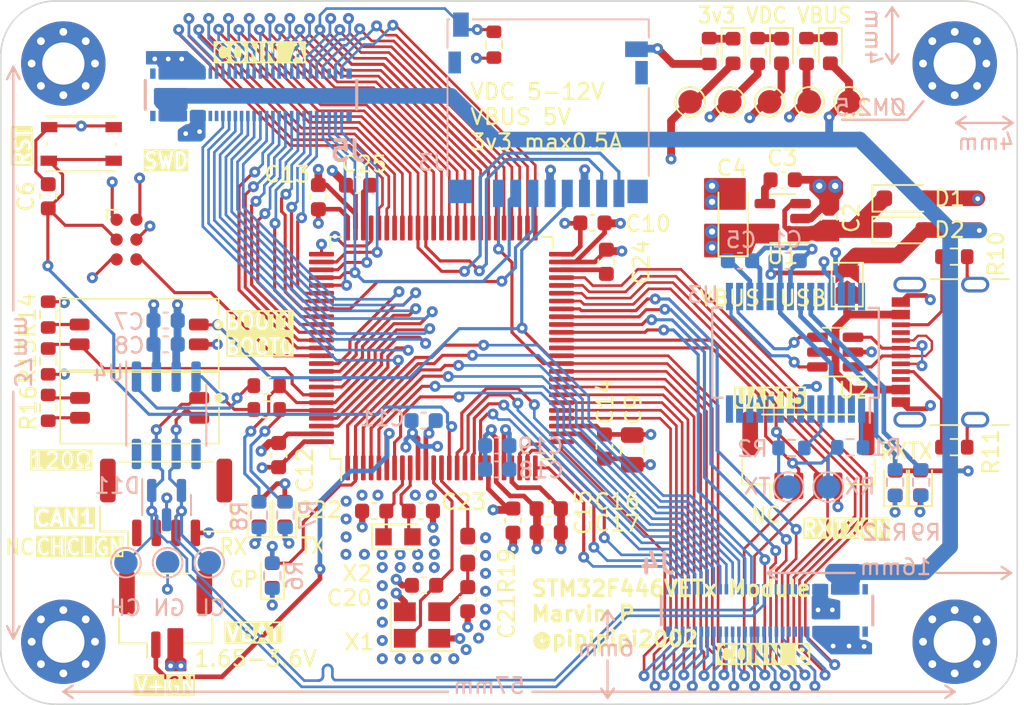
<source format=kicad_pcb>
(kicad_pcb (version 20221018) (generator pcbnew)
  (layers (0 "F.Cu" signal) (1 "In1.Cu" signal) (2 "In2.Cu" signal) (31 "B.Cu" signal) (34 "B.Paste" user) (35 "F.Paste" user) (36 "B.SilkS" user "B.Silkscreen") (37 "F.SilkS" user "F.Silkscreen") (38 "B.Mask" user) (39 "F.Mask" user) (44 "Edge.Cuts" user))
  (net 0 "")
  (net 1 "VBUS")
  (net 2 "GND")
  (net 3 "Net-(U1-BP)")
  (net 4 "+3.3V")
  (net 5 "Net-(U3-3V3OUT)")
  (net 6 "/NRST")
  (net 7 "/HSE_IN")
  (net 8 "Net-(C21-Pad1)")
  (net 9 "/LSE_IN")
  (net 10 "/LSE_OUT")
  (net 11 "Net-(U5-VCAP_1)")
  (net 12 "Net-(U5-VCAP_2)")
  (net 13 "Net-(D1-K)")
  (net 14 "+VDC")
  (net 15 "Net-(D3-K)")
  (net 16 "Net-(D4-K)")
  (net 17 "Net-(D5-K)")
  (net 18 "Net-(D6-K)")
  (net 19 "/GP_LED")
  (net 20 "Net-(D7-K)")
  (net 21 "Net-(D8-K)")
  (net 22 "/CAN-")
  (net 23 "/CAN+")
  (net 24 "Net-(JP1-A)")
  (net 25 "Net-(J1-CC1)")
  (net 26 "Net-(J1-D+-PadA6)")
  (net 27 "Net-(J1-D--PadA7)")
  (net 29 "Net-(J1-CC2)")
  (net 31 "/SWDIO")
  (net 32 "/SWCLK")
  (net 33 "/SWO")
  (net 34 "/BOOT1")
  (net 40 "VBat")
  (net 45 "Net-(D10-K)")
  (net 47 "/FTDI_TXD")
  (net 48 "/FTDI_RXD")
  (net 49 "Net-(U3-CBUS0)")
  (net 50 "Net-(U3-CBUS1)")
  (net 51 "/BOOT0")
  (net 52 "/CAN1_RX")
  (net 53 "Net-(U4-TXD)")
  (net 54 "Net-(R14-Pad1)")
  (net 55 "/CAN1_TX")
  (net 56 "Net-(U4-RXD)")
  (net 57 "/HSE_OUT")
  (net 58 "/USB_D+")
  (net 59 "/USB_D-")
  (net 74 "/PB0")
  (net 75 "/PB10")
  (net 76 "/PB12")
  (net 77 "/PB13")
  (net 78 "/PB14")
  (net 79 "/PB15")
  (net 80 "/PA15")
  (net 81 "/PB4")
  (net 82 "/PB5")
  (net 83 "/PB6")
  (net 84 "/PB7")
  (net 85 "/PE2")
  (net 86 "/PE4")
  (net 87 "/PE5")
  (net 88 "/PE6")
  (net 89 "/PC13")
  (net 90 "/PC0")
  (net 91 "/PC1")
  (net 92 "/PC2")
  (net 93 "/PC3")
  (net 94 "/PA0")
  (net 95 "/PA1")
  (net 96 "/PA2")
  (net 97 "/PA3")
  (net 98 "/PA4")
  (net 99 "/PA5")
  (net 100 "/PA6")
  (net 101 "/PA7")
  (net 102 "/PC4")
  (net 103 "/PC5")
  (net 104 "/PE9")
  (net 105 "/PE10")
  (net 106 "/PE11")
  (net 107 "/PE12")
  (net 108 "/PE13")
  (net 109 "/PE14")
  (net 110 "/PE15")
  (net 111 "/PD8")
  (net 112 "/PD9")
  (net 113 "/PD11")
  (net 114 "/PD12")
  (net 115 "/PD13")
  (net 116 "/PD14")
  (net 117 "/PD15")
  (net 118 "/PC6")
  (net 119 "/PC7")
  (net 120 "/PA8")
  (net 121 "/PA9")
  (net 122 "/PA10")
  (net 123 "/PA11")
  (net 124 "/PA12")
  (net 125 "/PC10")
  (net 126 "/PC12")
  (net 127 "/PD0")
  (net 128 "/PD1")
  (net 129 "/PD3")
  (net 130 "/PD4")
  (net 131 "/PD5")
  (net 132 "/PD6")
  (net 133 "/PD7")
  (net 134 "/PE0")
  (net 135 "/PE1")
  (net 136 "/PB1")
  (net 137 "/PC11")
  (net 138 "/PD2")
  (net 139 "/PC8")
  (net 140 "/PC9")
  (net 141 "/PD10")
  (net 142 "/PE7")
  (net 143 "/PE8")
  (net 144 "Net-(D9-K)")
  (net 153 "Net-(R16-Pad1)")
  (net 154 "Net-(R16-Pad2)")
  (footprint "LED_SMD:LED_0603_1608Metric" (layer "F.Cu") (at 150.8252 57.2008 -90)
    (fp_text reference "D5" hide)
    (fp_text value "3V3_LED")
  )
  (footprint "Capacitor_SMD:C_0603_1608Metric" (layer "F.Cu") (at 154.0022 65.4392)
    (fp_text reference "C3")
    (fp_text value "470p")
  )
  (footprint "TestPoint:TestPoint_Pad_D1.5mm" (layer "F.Cu") (at 153.162 60.452)
    (fp_text reference "TP9" hide)
    (fp_text value "+VDC")
  )
  (footprint "Package_TO_SOT_SMD:SOT-23-5" (layer "F.Cu") (at 154.0022 67.9152 180)
    (fp_text reference "U1")
    (fp_text value "MIC5219-3.3YM5")
  )
  (footprint "whose_lib:218-2LPSTRF" (layer "F.Cu") (at 112.8522 75.3364 -90)
    (fp_text reference "SW2" hide)
    (fp_text value "SW_DIP_x02")
  )
  (footprint "Capacitor_SMD:C_0603_1608Metric" (layer "F.Cu") (at 126.8476 65.786 180)
    (fp_text reference "C25")
    (fp_text value "2u2")
  )
  (footprint "Connector_JST:JST_GH_BM04B-GHS-TBT_1x04-1MP_P1.25mm_Vertical" (layer "F.Cu") (at 155.646 83.071)
    (fp_text reference "J8" hide)
    (fp_text value "BM04B-GHS-TBT(LF)(SN)")
  )
  (footprint "Connector_USB:USB_C_Receptacle_GCT_USB4105-xx-A_16P_TopMnt_Horizontal" (layer "F.Cu") (at 165.234 76.467 90)
    (fp_text reference "J1" hide)
    (fp_text value "USB_C_Receptacle_USB2.0")
  )
  (footprint "Resistor_SMD:R_0603_1608Metric" (layer "F.Cu") (at 121.0056 78.613 180)
    (fp_text reference "R15" hide)
    (fp_text value "22")
  )
  (footprint "Resistor_SMD:R_0603_1608Metric" (layer "F.Cu") (at 155.5242 57.2008 -90)
    (fp_text reference "R3" hide)
    (fp_text value "330")
  )
  (footprint "Jumper:SolderJumper-2_P1.3mm_Open_TrianglePad1.0x1.5mm" (layer "F.Cu") (at 158.1275 72.149 90)
    (fp_text reference "JP1" hide)
    (fp_text value "VBus_Connect")
  )
  (footprint "MountingHole:MountingHole_2.7mm_M2.5_Pad_Via" (layer "F.Cu") (at 108 95)
    (fp_text reference "H3" hide)
    (fp_text value "MountingHole_Pad")
  )
  (footprint "Capacitor_SMD:C_0603_1608Metric" (layer "F.Cu") (at 142.603 82.5116 -90)
    (fp_text reference "C14")
    (fp_text value "100n")
  )
  (footprint "Resistor_SMD:R_0603_1608Metric" (layer "F.Cu") (at 107.0356 77.0636 -90)
    (fp_text reference "R13")
    (fp_text value "5k1")
  )
  (footprint "Resistor_SMD:R_0603_1608Metric" (layer "F.Cu") (at 135.5344 56.7944 90)
    (fp_text reference "R18" hide)
    (fp_text value "5k1")
  )
  (footprint "Diode_SMD:D_SOD-323_HandSoldering" (layer "F.Cu") (at 161.7472 68.6562)
    (fp_text reference "D2")
    (fp_text value "BAT760")
  )
  (footprint "LED_SMD:LED_0603_1608Metric" (layer "F.Cu") (at 122.161 86.829 90)
    (fp_text reference "D7" hide)
    (fp_text value "CRX_LED" hide)
  )
  (footprint "whose_lib:218-2LPSTRF" (layer "F.Cu") (at 112.8776 80.0354 -90)
    (fp_text reference "SW3" hide)
    (fp_text value "SW_DIP_x02")
  )
  (footprint "Crystal:Crystal_SMD_3225-4Pin_3.2x2.5mm" (layer "F.Cu") (at 130.937 93.9303)
    (fp_text reference "X1")
    (fp_text value "20MHz")
  )
  (footprint "Connector_JST:JST_GH_BM02B-GHS-TBT_1x02-1MP_P1.25mm_Vertical" (layer "F.Cu") (at 114.541 93.243)
    (fp_text reference "J6" hide)
    (fp_text value "BM02B-GHS-TBT(LF)(SN)")
  )
  (footprint "LED_SMD:LED_0603_1608Metric" (layer "F.Cu") (at 162.814 84.836 90)
    (fp_text reference "D9" hide)
    (fp_text value "TX_LED")
  )
  (footprint "LED_SMD:LED_0603_1608Metric" (layer "F.Cu") (at 153.924 57.2008 -90)
    (fp_text reference "D4" hide)
    (fp_text value "VDC_LED")
  )
  (footprint "LED_SMD:LED_0603_1608Metric" (layer "F.Cu") (at 157.0482 57.2008 -90)
    (fp_text reference "D3" hide)
    (fp_text value "VBUS_LED")
  )
  (footprint "Resistor_SMD:R_0603_1608Metric" (layer "F.Cu") (at 164.973 82.55)
    (fp_text reference "R11")
    (fp_text value "5k1")
  )
  (footprint "TestPoint:TestPoint_Pad_D1.5mm" (layer "F.Cu") (at 155.702 60.452)
    (fp_text reference "TP8" hide)
    (fp_text value "GND")
  )
  (footprint "MountingHole:MountingHole_2.7mm_M2.5_Pad_Via" (layer "F.Cu") (at 165 95)
    (fp_text reference "H4" hide)
    (fp_text value "MountingHole_Pad")
  )
  (footprint "Resistor_SMD:R_0603_1608Metric" (layer "F.Cu") (at 107.0356 74.0664 90)
    (fp_text reference "R14")
    (fp_text value "5k1")
  )
  (footprint "LED_SMD:LED_0603_1608Metric" (layer "F.Cu") (at 120.51 86.829 90)
    (fp_text reference "D8" hide)
    (fp_text value "CTX_LED" hide)
  )
  (footprint "Capacitor_SMD:C_0603_1608Metric" (layer "F.Cu") (at 141.8336 68.199)
    (fp_text reference "C10")
    (fp_text value "100n")
  )
  (footprint "Capacitor_SMD:C_0603_1608Metric" (layer "F.Cu") (at 124.3076 66.548 90)
    (fp_text reference "C13")
    (fp_text value "100n")
  )
  (footprint "Capacitor_SMD:C_0603_1608Metric" (layer "F.Cu") (at 139.0396 88.011 180)
    (fp_text reference "C17")
    (fp_text value "1u")
  )
  (footprint "Diode_SMD:D_SOD-323_HandSoldering" (layer "F.Cu") (at 161.7472 66.6242)
    (fp_text reference "D1")
    (fp_text value "BAT760")
  )
  (footprint "Resistor_SMD:R_0603_1608Metric" (layer "F.Cu") (at 107.0356 80.0354 -90)
    (fp_text reference "R16")
    (fp_text value "120")
  )
  (footprint "Capacitor_SMD:C_0603_1608Metric" (layer "F.Cu") (at 127.8766 86.6394 180)
    (fp_text reference "C22")
    (fp_text value "8p")
  )
  (footprint "Capacitor_SMD:C_0805_2012Metric" (layer "F.Cu") (at 144.381 82.725 -90)
    (fp_text reference "C9")
    (fp_text value "4u7")
  )
  (footprint "TestPoint:TestPoint_Pad_D1.5mm" (layer "F.Cu") (at 158.242 60.452)
    (fp_text reference "TP1" hide)
    (fp_text value "VBUS")
  )
  (footprint "MountingHole:MountingHole_2.7mm_M2.5_Pad_Via" (layer "F.Cu") (at 165 58)
    (fp_text reference "H2" hide)
    (fp_text value "MountingHole_Pad")
  )
  (footprint "Capacitor_SMD:C_0603_1608Metric" (layer "F.Cu") (at 136.7536 87.249 -90)
    (fp_text reference "C15")
    (fp_text value "100n")
  )
  (footprint "TestPoint:TestPoint_Pad_D1.5mm" (layer "F.Cu") (at 150.622 60.452)
    (fp_text reference "TP4" hide)
    (fp_text value "GND")
  )
  (footprint "Resistor_SMD:R_0603_1608Metric" (layer "F.Cu") (at 164.973 70.358 180)
    (fp_text reference "R10")
    (fp_text value "5k1")
  )
  (footprint "LED_SMD:LED_0603_1608Metric" (layer "F.Cu") (at 161.2008 84.8483 90)
    (fp_text reference "D10" hide)
    (fp_text value "RX_LED")
  )
  (footprint "Connector_JST:JST_GH_BM04B-GHS-TBT_1x04-1MP_P1.25mm_Vertical" (layer "F.Cu") (at 114.571 86.086)
    (fp_text reference "J7" hide)
    (fp_text value "BM04B-GHS-TBT(LF)(SN)")
  )
  (footprint "Resistor_SMD:R_0603_1608Metric" (layer "F.Cu") (at 149.3012 57.2008 -90)
    (fp_text reference "R5" hide)
    (fp_text value "330")
  )
  (footprint "Capacitor_SMD:C_0603_1608Metric" (layer "F.Cu") (at 121.7676 83.058 90)
    (fp_text reference "C12")
    (fp_text value "100n")
  )
  (footprint "MountingHole:MountingHole_2.7mm_M2.5_Pad_Via" (layer "F.Cu") (at 108 58)
    (fp_text reference "H1" hide)
    (fp_text value "MountingHole_Pad")
  )
  (footprint "Package_TO_SOT_SMD:SOT-23-6" (layer "F.Cu") (at 157.36 76.467 180)
    (fp_text reference "U2")
    (fp_text value "USBLC6-2SC6" hide)
  )
  (footprint "Capacitor_SMD:C_0603_1608Metric" (layer "F.Cu") (at 133.858 92.2793 -90)
    (fp_text reference "C21")
    (fp_text value "6p")
  )
  (footprint "Connector:Tag-Connect_TC2030-IDC-FP_2x03_P1.27mm_Vertical" (layer "F.Cu") (at 112.0394 69.2658 -90)
    (fp_text reference "J2" hide)
    (fp_text value "Conn_ARM_SWD_TagConnect_TC2030")
  )
  (footprint "Capacitor_SMD:C_0603_1608Metric" (layer "F.Cu") (at 130.8608 86.6394)
    (fp_text reference "C23")
    (fp_text value "8p")
  )
  (footprint "Crystal:Crystal_SMD_2012-2Pin_2.0x1.2mm_HandSoldering" (layer "F.Cu") (at 129.4006 88.2904)
    (fp_text reference "X2")
    (fp_text value "32kHz768")
  )
  (footprint "Button_Switch_SMD:SW_Push_1P1T_NO_Vertical_Wuerth_434133025816" (layer "F.Cu") (at 109.1438 63.1444 180)
    (fp_text reference "SW1" hide)
    (fp_text value "SW_Push")
  )
  (footprint "Package_QFP:LQFP-100_14x14mm_P0.5mm" (layer "F.Cu") (at 132.1816 76.2 90)
    (fp_text reference "U5" hide)
    (fp_text value "STM32F446VETx")
  )
  (footprint "Capacitor_SMD:C_0603_1608Metric" (layer "F.Cu") (at 156.9744 67.8668 90)
    (fp_text reference "C2")
    (fp_text value "1u")
  )
  (footprint "Resistor_SMD:R_0603_1608Metric" (layer "F.Cu") (at 121.0056 80.137 180)
    (fp_text reference "R17" hide)
    (fp_text value "22")
  )
  (footprint "Capacitor_Tantalum_SMD:CP_EIA-3216-18_Kemet-A_Pad1.58x1.35mm_HandSolder" (layer "F.Cu") (at 150.8272 67.8522 90)
    (fp_text reference "C4")
    (fp_text value "2u2")
  )
  (footprint "LED_SMD:LED_0603_1608Metric" (layer "F.Cu") (at 121.3612 90.7596 90)
    (fp_text reference "D6" hide)
    (fp_text value "GP_LED")
  )
  (footprint "Capacitor_SMD:C_0603_1608Metric" (layer "F.Cu") (at 107.0356 66.4972 90)
    (fp_text reference "C6")
    (fp_text value "100n")
  )
  (footprint "Capacitor_SMD:C_0603_1608Metric" (layer "F.Cu") (at 142.7226 70.6882 90)
    (fp_text reference "C24")
    (fp_text value "2u2")
  )
  (footprint "Resistor_SMD:R_0603_1608Metric" (layer "F.Cu") (at 152.4 57.2008 -90)
    (fp_text reference "R4" hide)
    (fp_text value "330")
  )
  (footprint "Capacitor_SMD:C_0603_1608Metric" (layer "F.Cu") (at 131.064 91.3903 180)
    (fp_text reference "C20")
    (fp_text value "6p")
  )
  (footprint "Capacitor_SMD:C_0603_1608Metric_Pad1.08x0.95mm_HandSolder" (layer "F.Cu") (at 133.858 89.1043 -90)
    (fp_text reference "R19")
    (fp_text value "0")
  )
  (footprint "Capacitor_SMD:C_0603_1608Metric" (layer "F.Cu") (at 139.0396 86.487 180)
    (fp_text reference "C16")
    (fp_text value "100n")
  )
  (footprint "TestPoint:TestPoint_Pad_D1.5mm" (layer "F.Cu") (at 148.082 60.452)
    (fp_text reference "TP6" hide)
    (fp_text value "+3.3V")
  )
  (footprint "Capacitor_SMD:C_0603_1608Metric" (layer "B.Cu") (at 114.541 74.447)
    (fp_text reference "C7")
    (fp_text value "1u")
  )
  (footprint "whose_lib:DF40C-60DP-0.4V_51_" (layer "B.Cu") (at 153 93)
    (fp_text reference "J4")
    (fp_text value "DF40C-60DP-0.4V_51_" hide)
  )
  (footprint "Capacitor_SMD:C_0603_1608Metric" (layer "B.Cu") (at 135.75 83.972 180)
    (fp_text reference "C18")
    (fp_text value "1u" hide)
  )
  (footprint "TestPoint:TestPoint_Pad_D1.5mm" (layer "B.Cu") (at 114.668 89.941 180)
    (fp_text reference "TP5" hide)
    (fp_text value "GND")
  )
  (footprint "Resistor_SMD:R_0603_1608Metric" (layer "B.Cu") (at 154.559 82.6008)
    (fp_text reference "R2")
    (fp_text value "22")
  )
  (footprint "Capacitor_SMD:C_0603_1608Metric" (layer "B.Cu") (at 114.541 75.971 180)
    (fp_text reference "C8")
    (fp_text value "100n")
  )
  (footprint "Connector_Card:microSD_HC_Hirose_DM3D-SF" (layer "B.Cu") (at 139 60.96 180)
    (fp_text reference "J3")
    (fp_text value "Micro_SD_Card_Det_Hirose_DM3AT")
  )
  (footprint "Capacitor_SMD:C_0603_1608Metric" (layer "B.Cu") (at 135.75 82.4484 180)
    (fp_text reference "C19")
    (fp_text value "100n")
  )
  (footprint "Capacitor_SMD:C_0603_1608Metric" (layer "B.Cu") (at 131.0386 80.8482 180)
    (fp_text reference "C11")
    (fp_text value "100n" hide)
  )
  (footprint "Resistor_SMD:R_0603_1608Metric" (layer "B.Cu") (at 122.201 86.893 90)
    (fp_text reference "R7")
    (fp_text value "330")
  )
  (footprint "Package_SO:SSOP-28_5.3x10.2mm_P0.65mm" (layer "B.Cu") (at 154.82 76.511 90)
    (fp_text reference "U3")
    (fp_text value "FT232RN")
  )
  (footprint "TestPoint:TestPoint_Pad_D1.5mm" (layer "B.Cu") (at 117.335 89.941)
    (fp_text reference "TP3" hide)
    (fp_text value "CAN-")
  )
  (footprint "whose_lib:DF40C-60DP-0.4V_51_" (layer "B.Cu") (at 120 60 180)
    (fp_text reference "J5")
    (fp_text value "DF40C-60DP-0.4V_51_" hide)
  )
  (footprint "Resistor_SMD:R_0603_1608Metric" (layer "B.Cu") (at 162.8524 84.7975 90)
    (fp_text reference "R9")
    (fp_text value "330")
  )
  (footprint "Resistor_SMD:R_0603_1608Metric" (layer "B.Cu") (at 158.313 82.563)
    (fp_text reference "R1")
    (fp_text value "22")
  )
  (footprint "Package_TO_SOT_SMD:SOT-23" (layer "B.Cu") (at 114.602 86.258 -90)
    (fp_text reference "D11")
    (fp_text value "NUP2105LT1G")
  )
  (footprint "Capacitor_SMD:C_0603_1608Metric" (layer "B.Cu") (at 151.2695 70.625)
    (fp_text reference "C5")
    (fp_text value "100n")
  )
  (footprint "Resistor_SMD:R_0603_1608Metric" (layer "B.Cu") (at 161.1884 84.7976 90)
    (fp_text reference "R12")
    (fp_text value "330")
  )
  (footprint "Resistor_SMD:R_0603_1608Metric" (layer "B.Cu") (at 121.3612 90.7796 90)
    (fp_text reference "R6")
    (fp_text value "330")
  )
  (footprint "TestPoint:TestPoint_Pad_D1.5mm" (layer "B.Cu") (at 154.376 85.103 180)
    (fp_text reference "TP7" hide)
    (fp_text value "UART5_TX")
  )
  (footprint "TestPoint:TestPoint_Pad_D1.5mm" (layer "B.Cu") (at 156.916 85.103 180)
    (fp_text reference "TP10" hide)
    (fp_text value "UART5_RX")
  )
  (footprint "TestPoint:TestPoint_Pad_D1.5mm" (layer "B.Cu") (at 112.001 89.941)
    (fp_text reference "TP2" hide)
    (fp_text value "CAN+")
  )
  (footprint "Resistor_SMD:R_0603_1608Metric" (layer "B.Cu") (at 120.51 86.893 90)
    (fp_text reference "R8")
    (fp_text value "330")
  )
  (footprint "Capacitor_SMD:C_0603_1608Metric" (layer "B.Cu") (at 154.3175 70.625)
    (fp_text reference "C1")
    (fp_text value "100n")
  )
  (footprint "Package_SO:SOIC-8_3.9x4.9mm_P1.27mm" (layer "B.Cu") (at 114.5816 80.513 -90)
    (fp_text reference "U4")
    (fp_text value "TCAN332G")
  )
  (gr_line (start 104.8 73.8) (end 104.8 58.2) (stroke (width 0.15)) (layer "B.SilkS"))
  (gr_line (start 153 90.6) (end 153.6 91) (stroke (width 0.15)) (layer "B.SilkS"))
  (gr_line (start 161 58) (end 160.6 57.4) (stroke (width 0.15)) (layer "B.SilkS"))
  (gr_line (start 142.4 93.6) (end 142.8 93) (stroke (width 0.15)) (layer "B.SilkS"))
  (gr_line (start 161 54.4) (end 161 58) (stroke (width 0.15)) (layer "B.SilkS"))
  (gr_line (start 142.8 96.2) (end 142.8 98.6) (stroke (width 0.15)) (layer "B.SilkS"))
  (gr_line (start 156 90.6) (end 153 90.6) (stroke (width 0.15)) (layer "B.SilkS"))
  (gr_line (start 142.8 93) (end 143.2 93.6) (stroke (width 0.15)) (layer "B.SilkS"))
  (gr_line (start 104.8 94.8) (end 104.4 94) (stroke (width 0.15)) (layer "B.SilkS"))
  (gr_line (start 142.8 98.6) (end 142.4 98) (stroke (width 0.15)) (layer "B.SilkS"))
  (gr_line (start 132.6 98.2) (end 108 98.2) (stroke (width 0.15)) (layer "B.SilkS"))
  (gr_line (start 162 61.6) (end 163 60.4) (stroke (width 0.15)) (layer "B.SilkS"))
  (gr_line (start 165.1 61.8) (end 165.7 61.4) (stroke (width 0.15)) (layer "B.SilkS"))
  (gr_line (start 165.1 61.8) (end 168.7 61.8) (stroke (width 0.15)) (layer "B.SilkS"))
  (gr_line (start 163 60.4) (end 162 61.6) (stroke (width 0.15)) (layer "B.SilkS"))
  (gr_line (start 142.8 94.4) (end 142.8 94.8) (stroke (width 0.15)) (layer "B.SilkS"))
  (gr_line (start 161 54.4) (end 161.4 55) (stroke (width 0.15)) (layer "B.SilkS"))
  (gr_line (start 142.8 98.6) (end 143.2 98) (stroke (width 0.15)) (layer "B.SilkS"))
  (gr_line (start 142.8 94.4) (end 142.8 93) (stroke (width 0.15)) (layer "B.SilkS"))
  (gr_line (start 165.1 61.8) (end 165.7 62.2) (stroke (width 0.15)) (layer "B.SilkS"))
  (gr_line (start 153 90.6) (end 153.6 90.2) (stroke (width 0.15)) (layer "B.SilkS"))
  (gr_line (start 138 98.2) (end 165 98.2) (stroke (width 0.15)) (layer "B.SilkS"))
  (gr_line (start 108 98.2) (end 108.6 98.6) (stroke (width 0.15)) (layer "B.SilkS"))
  (gr_line (start 104.8 58.2) (end 105.2 59) (stroke (width 0.15)) (layer "B.SilkS"))
  (gr_line (start 104.8 94.8) (end 105.2 94) (stroke (width 0.15)) (layer "B.SilkS"))
  (gr_line (start 104.8 79) (end 104.8 94.8) (stroke (width 0.15)) (layer "B.SilkS"))
  (gr_line (start 162 61.6) (end 157.8 61.6) (stroke (width 0.15)) (layer "B.SilkS"))
  (gr_line (start 156 90.6) (end 158.6 90.6) (stroke (width 0.15)) (layer "B.SilkS"))
  (gr_line (start 163.8 90.6) (end 168.6 90.6) (stroke (width 0.15)) (layer "B.SilkS"))
  (gr_line (start 168.7 61.8) (end 168.1 62.2) (stroke (width 0.15)) (layer "B.SilkS"))
  (gr_line (start 142.8 93) (end 142.4 93.6) (stroke (width 0.15)) (layer "B.SilkS"))
  (gr_line (start 168.6 90.6) (end 168 90.2) (stroke (width 0.15)) (layer "B.SilkS"))
  (gr_line (start 165 98.2) (end 164.4 98.6) (stroke (width 0.15)) (layer "B.SilkS"))
  (gr_line (start 108 98.2) (end 108.6 97.8) (stroke (width 0.15)) (layer "B.SilkS"))
  (gr_line (start 143.2 98) (end 142.8 98.6) (stroke (width 0.15)) (layer "B.SilkS"))
  (gr_line (start 161 58) (end 161.4 57.4) (stroke (width 0.15)) (layer "B.SilkS"))
  (gr_line (start 168.6 90.6) (end 168 91) (stroke (width 0.15)) (layer "B.SilkS"))
  (gr_line (start 168.7 61.8) (end 168.1 61.4) (stroke (width 0.15)) (layer "B.SilkS"))
  (gr_line (start 161 54.4) (end 160.6 55) (stroke (width 0.15)) (layer "B.SilkS"))
  (gr_line (start 165 98.2) (end 164.4 97.8) (stroke (width 0.15)) (layer "B.SilkS"))
  (gr_line (start 104.8 58.2) (end 104.4 59) (stroke (width 0.15)) (layer "B.SilkS"))
  (gr_arc (start 169 95.5) (mid 167.974874 97.974874) (end 165.5 99) (stroke (width 0.1)) (layer "Edge.Cuts"))
  (gr_arc (start 104 57.5) (mid 105.025126 55.025126) (end 107.5 54) (stroke (width 0.1)) (layer "Edge.Cuts"))
  (gr_line (start 165.5 54) (end 107.5 54) (stroke (width 0.1)) (layer "Edge.Cuts"))
  (gr_arc (start 107.5 99) (mid 105.025126 97.974874) (end 104 95.5) (stroke (width 0.1)) (layer "Edge.Cuts"))
  (gr_line (start 169 95.5) (end 169 57.5) (stroke (width 0.1)) (layer "Edge.Cuts"))
  (gr_arc (start 165.5 54) (mid 167.974874 55.025126) (end 169 57.5) (stroke (width 0.1)) (layer "Edge.Cuts"))
  (gr_line (start 107.5 99) (end 165.5 99) (stroke (width 0.1)) (layer "Edge.Cuts"))
  (gr_line (start 104 57.5) (end 104 95.5) (stroke (width 0.1)) (layer "Edge.Cuts"))
  (gr_text "37mm" (at 104.8 78.8 270) (layer "B.SilkS") (effects (font (size 1 1)) (justify left bottom mirror)))
  (gr_text "4mm" (at 168.9 63.6) (layer "B.SilkS") (effects (font (size 1 1)) (justify left bottom mirror)))
  (gr_text "CL GN CH" (at 118.4656 93.4212) (layer "B.SilkS") (effects (font (size 1 1)) (justify left bottom mirror)))
  (gr_text "ØM2.5" (at 162 61.4) (layer "B.SilkS") (effects (font (size 1 1)) (justify left bottom mirror)))
  (gr_text "4mm" (at 159.2 58.2 270) (layer "B.SilkS") (effects (font (size 1 1)) (justify left bottom mirror)))
  (gr_text "TX" (at 153.3144 85.6488) (layer "B.SilkS") (effects (font (size 1 1)) (justify left bottom mirror)))
  (gr_text "RX" (at 160.02 85.6488) (layer "B.SilkS") (effects (font (size 1 1)) (justify left bottom mirror)))
  (gr_text "57mm" (at 137.6 98.4) (layer "B.SilkS") (effects (font (size 1 1)) (justify left bottom mirror)))
  (gr_text "16mm" (at 163.6 90.8) (layer "B.SilkS") (effects (font (size 1 1)) (justify left bottom mirror)))
  (gr_text "6mm" (at 144.6 96) (layer "B.SilkS") (effects (font (size 1 1)) (justify left bottom mirror)))
  (gr_text "CAN1" (at 106.0196 87.7062) (layer "F.SilkS" knockout) (effects (font (size 1 1) (thickness 0.2) bold) (justify left bottom)))
  (gr_text "RX" (at 155.194 88.3666) (layer "F.SilkS" knockout) (effects (font (size 1 0.9)) (justify left bottom)))
  (gr_text "NC\n" (at 104.1908 89.535) (layer "F.SilkS") (effects (font (size 1 0.9)) (justify left bottom)))
  (gr_text "CONN B" (at 149.7076 96.4184) (layer "F.SilkS" knockout) (effects (font (size 1 1) (thickness 0.2) bold) (justify left bottom)))
  (gr_text "GN" (at 158.9024 88.3666) (layer "F.SilkS" knockout) (effects (font (size 1 0.9)) (justify left bottom)))
  (gr_text "STM32F446VETx Module\nMarvin P\n@pipipipi2002" (at 137.8204 95.4024) (layer "F.SilkS") (effects (font (size 1 1) (thickness 0.2) bold) (justify left bottom)))
  (gr_text "GN" (at 114.5032 98.3996) (layer "F.SilkS" knockout) (effects (font (size 1 0.9)) (justify left bottom)))
  (gr_text "120Ω" (at 107.8738 83.9978) (layer "F.SilkS" knockout) (effects (font (size 1 1) (thickness 0.125)) (justify bottom)))
  (gr_text "CONN A" (at 117.5004 57.912) (layer "F.SilkS" knockout) (effects (font (size 1 1) (thickness 0.2) bold) (justify left bottom)))
  (gr_text "VBAT" (at 118.2878 95.0468) (layer "F.SilkS" knockout) (effects (font (size 1 1) (thickness 0.2) bold) (justify left bottom)))
  (gr_text "RX" (at 117.8814 89.5096) (layer "F.SilkS") (effects (font (size 1 0.9)) (justify left bottom)))
  (gr_text "RX" (at 160.1216 83.3882) (layer "F.SilkS") (effects (font (size 1 0.9)) (justify left bottom)))
  (gr_text "RST" (at 105.9688 64.6684 90) (layer "F.SilkS" knockout) (effects (font (size 1 0.9) (thickness 0.18) bold) (justify left bottom)))
  (gr_text "TX\n" (at 157.2006 88.3666) (layer "F.SilkS" knockout) (effects (font (size 1 0.9)) (justify left bottom)))
  (gr_text "TX" (at 161.925 83.3882) (layer "F.SilkS") (effects (font (size 1 0.9)) (justify left bottom)))
  (gr_text "VBUS-USB" (at 148.6 73.6) (layer "F.SilkS") (effects (font (size 1 1)) (justify left bottom)))
  (gr_text "CH" (at 106.172 89.535) (layer "F.SilkS" knockout) (effects (font (size 1 0.9)) (justify left bottom)))
  (gr_text "VDC 5-12V\nVBUS 5V\n3v3 max0.5A" (at 133.9342 63.6016) (layer "F.SilkS") (effects (font (size 1 1)) (justify left bottom)))
  (gr_text "CL" (at 108.1024 89.535) (layer "F.SilkS" knockout) (effects (font (size 1 0.9)) (justify left bottom)))
  (gr_text "3v3 VDC VBUS" (at 148.4884 55.499) (layer "F.SilkS") (effects (font (size 1 0.9)) (justify left bottom)))
  (gr_text "SWD" (at 113.0554 64.8208) (layer "F.SilkS" knockout) (effects (font (size 1 0.9) (thickness 0.18) bold) (justify left bottom)))
  (gr_text "UART5" (at 150.7236 80.01) (layer "F.SilkS" knockout) (effects (font (size 1 1) (thickness 0.2) bold) (justify left bottom)))
  (gr_text "GP" (at 118.5418 91.5924) (layer "F.SilkS") (effects (font (size 1 0.9)) (justify left bottom)))
  (gr_text "GN" (at 109.9312 89.535) (layer "F.SilkS" knockout) (effects (font (size 1 0.9)) (justify left bottom)))
  (gr_text "V+" (at 112.4966 98.3996) (layer "F.SilkS" knockout) (effects (font (size 1 0.9)) (justify left bottom)))
  (gr_text "BOOT1\nBOOT0" (at 118.2878 76.708) (layer "F.SilkS" knockout) (effects (font (size 1 0.9)) (justify left bottom)))
  (gr_text "1.65-3.6V" (at 116.2812 96.6724) (layer "F.SilkS") (effects (font (size 1 1)) (justify left bottom)))
  (gr_text "NC\n" (at 151.892 87.4776) (layer "F.SilkS") (effects (font (size 1 0.9)) (justify left bottom)))
  (gr_text "TX\n" (at 123.063 89.4588) (layer "F.SilkS") (effects (font (size 1 0.9)) (justify left bottom)))
  (segment (start 161.2008 84.0608) (end 165.8488 84.0608) (width 0.3) (layer "F.Cu") (net 1))
  (segment (start 162.9972 68.6562) (end 161.3716 70.2818) (width 1) (layer "F.Cu") (net 1))
  (segment (start 158.685525 70.2818) (end 158.1275 70.839825) (width 1) (layer "F.Cu") (net 1))
  (segment (start 153.331598 71.3994) (end 158.1029 71.3994) (width 0.3) (layer "F.Cu") (net 1))
  (segment (start 157.0483 57.9883) (end 158.242 59.182) (width 0.5) (layer "F.Cu") (net 1))
  (segment (start 153.2445 71.486498) (end 153.331598 71.3994) (width 0.3) (layer "F.Cu") (net 1))
  (segment (start 165.8488 84.0608) (end 165.862 84.074) (width 0.3) (layer "F.Cu") (net 1))
  (segment (start 157.0482 57.9883) (end 157.0483 57.9883) (width 0.5) (layer "F.Cu") (net 1))
  (segment (start 157.9372 60.452) (end 156.972 61.4172) (width 0.5) (layer "F.Cu") (net 1))
  (segment (start 162.9972 68.6562) (end 166.5478 68.6562) (width 1) (layer "F.Cu") (net 1))
  (segment (start 161.3716 70.2818) (end 158.685525 70.2818) (width 1) (layer "F.Cu") (net 1))
  (segment (start 158.242 60.452) (end 157.9372 60.452) (width 0.5) (layer "F.Cu") (net 1))
  (segment (start 158.242 59.182) (end 158.242 60.452) (width 0.5) (layer "F.Cu") (net 1))
  (segment (start 158.1275 70.839825) (end 158.1275 71.174) (width 1) (layer "F.Cu") (net 1))
  (segment (start 158.1029 71.3994) (end 158.1275 71.424) (width 0.3) (layer "F.Cu") (net 1))
  (via (at 165.862 84.074) (size 0.7) (drill 0.3) (layers "F.Cu" "B.Cu") (net 1))
  (via (at 153.2445 71.486498) (size 0.7) (drill 0.3) (layers "F.Cu" "B.Cu") (net 1))
  (via (at 166.5732 68.6816) (size 0.7) (drill 0.3) (layers "F.Cu" "B.Cu") (net 1))
  (via (at 156.972 61.4172) (size 0.7) (drill 0.3) (layers "F.Cu" "B.Cu") (net 1))
  (segment (start 153.845 73.967471) (end 157.095 77.217471) (width 0.3) (layer "B.Cu") (net 1))
  (segment (start 164.709 84.074) (end 164.709 88.91) (width 1) (layer "B.Cu") (net 1))
  (segment (start 164.709 68.6462) (end 164.709 68.6816) (width 1) (layer "B.Cu") (net 1))
  (segment (start 132.780446 60.071) (end 135.574446 62.865) (width 1) (layer "B.Cu") (net 1))
  (segment (start 135.574446 62.865) (end 156.972 62.865) (width 1) (layer "B.Cu") (net 1))
  (segment (start 114.3 60.071) (end 132.780446 60.071) (width 1) (layer "B.Cu") (net 1))
  (segment (start 164.709 68.6816) (end 164.709 84.074) (width 1) (layer "B.Cu") (net 1))
  (segment (start 165.862 84.074) (end 164.709 84.074) (width 0.3) (layer "B.Cu") (net 1))
  (segment (start 156.972 62.865) (end 158.9278 62.865) (width 1) (layer "B.Cu") (net 1))
  (segment (start 153.845 72.911) (end 153.845 73.967471) (width 0.3) (layer "B.Cu") (net 1))
  (segment (start 158.9278 62.865) (end 164.709 68.6462) (width 1) (layer "B.Cu") (net 1))
  (segment (start 153.845 72.911) (end 153.845 70.9275) (width 0.3) (layer "B.Cu") (net 1))
  (segment (start 166.5732 68.6816) (end 164.709 68.6816) (width 1) (layer "B.Cu") (net 1))
  (segment (start 157.095 77.217471) (end 157.095 80.111) (width 0.3) (layer "B.Cu") (net 1))
  (segment (start 153.845 70.9275) (end 153.5425 70.625) (width 0.3) (layer "B.Cu") (net 1))
  (segment (start 153.2445 71.486498) (end 153.2445 70.923) (width 0.3) (layer "B.Cu") (net 1))
  (segment (start 163.068 90.551) (end 157.226 90.551) (width 1) (layer "B.Cu") (net 1))
  (segment (start 153.2445 70.923) (end 153.5425 70.625) (width 0.3) (layer "B.Cu") (net 1))
  (segment (start 156.972 61.4172) (end 156.972 62.865) (width 0.5) (layer "B.Cu") (net 1))
  (segment (start 164.709 88.91) (end 163.068 90.551) (width 1) (layer "B.Cu") (net 1))
  (segment (start 157.521 86.3502) (end 157.521 85.021) (width 0.3) (layer "F.Cu") (net 2))
  (segment (start 126.098 65.7606) (end 126.0726 65.786) (width 0.3) (layer "F.Cu") (net 2))
  (segment (start 159.6768 76.4536) (end 159.6634 76.467) (width 0.3) (layer "F.Cu") (net 2))
  (segment (start 142.6086 68.849041) (end 140.757641 70.7) (width 0.3) (layer "F.Cu") (net 2))
  (segment (start 163.24 80.092) (end 161.979 80.092) (width 0.3) (layer "F.Cu") (net 2))
  (segment (start 121.7676 82.283) (end 121.171 82.283) (width 0.5) (layer "F.Cu") (net 2))
  (segment (start 124.5066 81.7) (end 122.3506 81.7) (width 0.3) (layer "F.Cu") (net 2))
  (segment (start 125.1966 64.8462) (end 126.098 65.7476) (width 0.5) (layer "F.Cu") (net 2))
  (segment (start 131.6352 86.64) (end 131.6358 86.6394) (width 0.4) (layer "F.Cu") (net 2))
  (segment (start 129.837 93.0803) (end 129.837 92.4493) (width 0.4) (layer "F.Cu") (net 2))
  (segment (start 122.3506 81.7) (end 121.7676 82.283) (width 0.3) (layer "F.Cu") (net 2))
  (segment (start 142.603 83.2866) (end 143.9926 83.2866) (width 0.3) (layer "F.Cu") (net 2))
  (segment (start 163.439601 73.112007) (end 163.169594 72.842) (width 0.3) (layer "F.Cu") (net 2))
  (segment (start 133.35 94.7924) (end 132.0491 94.7924) (width 0.4) (layer "F.Cu") (net 2))
  (segment (start 109.884425 71.7042) (end 109.855 71.7042) (width 0.2) (layer "F.Cu") (net 2))
  (segment (start 143.7128 70.002) (end 142.7224 70.002) (width 0.5) (layer "F.Cu") (net 2))
  (segment (start 130.289 91.3903) (end 129.667 91.3903) (width 0.4) (layer "F.Cu") (net 2))
  (segment (start 121.171 82.283) (end 120.65 82.804) (width 0.5) (layer "F.Cu") (net 2))
  (segment (start 152.4 58.674) (end 150.622 60.452) (width 0.5) (layer "F.Cu") (net 2))
  (segment (start 127.1146 86.6524) (end 127.1016 86.6394) (width 0.4) (layer "F.Cu") (net 2))
  (segment (start 136.766 89.052) (end 136.766 88.0364) (width 0.5) (layer "F.Cu") (net 2))
  (segment (start 165.798 71.636) (end 166.309 72.147) (width 0.2) (layer "F.Cu") (net 2))
  (segment (start 163.169594 72.842) (end 161.979 72.842) (width 0.3) (layer "F.Cu") (net 2))
  (segment (start 138.29 89.052) (end 138.29 86.5124) (width 0.5) (layer "F.Cu") (net 2))
  (segment (start 129.667 91.3903) (end 129.286 91.0093) (width 0.4) (layer "F.Cu") (net 2))
  (segment (start 156.6064 67.0918) (end 155.783 67.9152) (width 0.5) (layer "F.Cu") (net 2))
  (segment (start 131.6352 87.6804) (end 131.6352 86.64) (width 0.4) (layer "F.Cu") (net 2))
  (segment (start 150.8272 66.438728) (end 150.8272 66.4147) (width 0.5) (layer "F.Cu") (net 2))
  (segment (start 159.6634 76.467) (end 158.4975 76.467) (width 0.3) (layer "F.Cu") (net 2))
  (segment (start 161.979 72.842) (end 161.554 73.267) (width 0.3) (layer "F.Cu") (net 2))
  (segment (start 127.1146 87.6554) (end 127.1146 86.6524) (width 0.4) (layer "F.Cu") (net 2))
  (segment (start 117.2968 88.036) (end 117.2972 88.0364) (width 0.3) (layer "F.Cu") (net 2))
  (segment (start 149.352 61.4172) (end 149.4286 61.4172) (width 0.5) (layer "F.Cu") (net 2))
  (segment (start 154.7772 65.4392) (end 155.9438 65.4392) (width 0.5) (layer "F.Cu") (net 2))
  (segment (start 145.542 83.6676) (end 145.5346 83.675) (width 0.3) (layer "F.Cu") (net 2))
  (segment (start 155.9438 65.4392) (end 156.3394 65.8348) (width 0.5) (layer "F.Cu") (net 2))
  (segment (start 135.6816 81.97255) (end 135.369 81.65995) (width 0.3) (layer "F.Cu") (net 2))
  (segment (start 155.5242 58.0258) (end 155.5242 60.2742) (width 0.5) (layer "F.Cu") (net 2))
  (segment (start 107.0938 62.0694) (end 106.2438 62.9194) (width 0.2) (layer "F.Cu") (net 2))
  (segment (start 116.446 88.036) (end 117.2968 88.036) (width 0.3) (layer "F.Cu") (net 2))
  (segment (start 106.2438 62.9194) (end 106.2438 64.9304) (width 0.2) (layer "F.Cu") (net 2))
  (segment (start 137.4516 85.674) (end 138.2646 86.487) (width 0.3) (layer "F.Cu") (net 2))
  (segment (start 111.4044 70.5358) (end 111.052825 70.5358) (width 0.2) (layer "F.Cu") (net 2))
  (segment (start 156.9744 67.0918) (end 156.6064 67.0918) (width 0.5) (layer "F.Cu") (net 2))
  (segment (start 130.6816 81.9901) (end 130.6816 83.875) (width 0.3) (layer "F.Cu") (net 2))
  (segment (start 124.2186 65.684) (end 124.3076 65.773) (width 0.3) (layer "F.Cu") (net 2))
  (segment (start 149.4286 61.4172) (end 150.3938 60.452) (width 0.5) (layer "F.Cu") (net 2))
  (segment (start 124.830641 65.773) (end 124.3076 65.773) (width 0.3) (layer "F.Cu") (net 2))
  (segment (start 154.432 61.4172) (end 155.3972 60.452) (width 0.5) (layer "F.Cu") (net 2))
  (segment (start 155.3972 60.452) (end 155.981 60.452) (width 0.5) (layer "F.Cu") (net 2))
  (segment (start 124.3076 65.595) (end 124.2186 65.684) (width 0.5) (layer "F.Cu") (net 2))
  (segment (start 135.6816 83.875) (end 135.6816 84.78) (width 0.3) (layer "F.Cu") (net 2))
  (segment (start 139.8566 81.7) (end 141.0164 81.7) (width 0.3) (layer "F.Cu") (net 2))
  (segment (start 161.979 80.092) (end 161.554 79.667) (width 0.3) (layer "F.Cu") (net 2))
  (segment (start 126.098 65.7476) (end 126.098 65.7606) (width 0.5) (layer "F.Cu") (net 2))
  (segment (start 155.5242 60.2742) (end 155.702 60.452) (width 0.5) (layer "F.Cu") (net 2))
  (segment (start 141.9866 70.7) (end 142.7226 69.964) (width 0.3) (layer "F.Cu") (net 2))
  (segment (start 107.0684 61.9932) (end 111.1934 61.9932) (width 0.2) (layer "F.Cu") (net 2))
  (segment (start 111.052825 70.5358) (end 109.884425 71.7042) (width 0.2) (layer "F.Cu") (net 2))
  (segment (start 133.858 94.0573) (end 133.858 93.0543) (width 0.4) (layer "F.Cu") (net 2))
  (segment (start 143.624 68.224) (end 142.6336 68.224) (width 0.5) (layer "F.Cu") (net 2))
  (segment (start 140.757641 70.7) (end 139.8566 70.7) (width 0.3) (layer "F.Cu") (net 2))
  (segment (start 135.6816 84.78) (end 136.5756 85.674) (width 0.3) (layer "F.Cu") (net 2))
  (segment (start 126.6816 66.395) (end 126.0726 65.786) (width 0.3) (layer "F.Cu") (net 2))
  (segment (start 132.0491 94.7924) (end 132.037 94.7803) (width 0.4) (layer "F.Cu") (net 2))
  (segment (start 124.3076 64.77) (end 124.3076 65.595) (width 0.5) (layer "F.Cu") (net 2))
  (segment (start 126.6816 68.525) (end 126.6816 67.623959) (width 0.3) (layer "F.Cu") (net 2))
  (segment (start 165.798 81.298) (end 166.309 80.787) (width 0.2) (layer "F.Cu") (net 2))
  (segment (start 165.798 82.55) (end 165.798 81.298) (width 0.2) (layer "F.Cu") (net 2))
  (segment (start 136.5756 85.674) (end 137.4516 85.674) (width 0.3) (layer "F.Cu") (net 2))
  (segment (start 107.0356 73.2414) (end 108.0014 73.2414) (width 0.2) (layer "F.Cu") (net 2))
  (segment (start 106.2438 64.9304) (end 107.0356 65.7222) (width 0.2) (layer "F.Cu") (net 2))
  (segment (start 152.4 58.0258) (end 152.4 58.674) (width 0.5) (layer "F.Cu") (net 2))
  (segment (start 108.0014 73.2414) (end 108.064 73.304) (width 0.2) (layer "F.Cu") (net 2))
  (segment (start 142.6086 68.199) (end 142.6086 68.849041) (width 0.3) (layer "F.Cu") (net 2))
  (segment (start 143.9926 83.2866) (end 144.381 83.675) (width 0.3) (layer "F.Cu") (net 2))
  (segment (start 108.0514 77.8886) (end 108.064 77.876) (width 0.2) (layer "F.Cu") (net 2))
  (segment (start 135.369 81.65995) (end 135.369 81.432) (width 0.3) (layer "F.Cu") (net 2))
  (segment (start 135.6816 83.875) (end 135.6816 81.97255) (width 0.3) (layer "F.Cu") (net 2))
  (segment (start 142.6336 68.224) (end 142.6086 68.199) (width 0.5) (layer "F.Cu") (net 2))
  (segment (start 126.6816 68.525) (end 126.6816 66.395) (width 0.3) (layer "F.Cu") (net 2))
  (segment (start 163.449 79.883) (end 163.24 80.092) (width 0.3) (layer "F.Cu") (net 2))
  (segment (start 129.837 92.4493) (end 129.286 91.8983) (width 0.4) (layer "F.Cu") (net 2))
  (segment (start 130.3271 81.6356) (end 130.6816 81.9901) (width 0.3) (layer "F.Cu") (net 2))
  (segment (start 149.3012 58.0258) (end 146.9766 58.0258) (width 0.5) (layer "F.Cu") (net 2))
  (segment (start 107.0356 77.8886) (end 108.0514 77.8886) (width 0.2) (layer "F.Cu") (net 2))
  (segment (start 141.0164 81.7) (end 142.603 83.2866) (width 0.3) (layer "F.Cu") (net 2))
  (segment (start 146.9766 58.0258) (end 145.9992 57.0484) (width 0.5) (layer "F.Cu") (net 2))
  (segment (start 157.5308 86.36) (end 157.521 86.3502) (width 0.3) (layer "F.Cu") (net 2))
  (segment (start 165.798 70.358) (end 165.798 71.636) (width 0.2) (layer "F.Cu") (net 2))
  (segment (start 138.29 86.5124) (end 138.2646 86.487) (width 0.5) (layer "F.Cu") (net 2))
  (segment (start 126.6816 67.623959) (end 124.830641 65.773) (width 0.3) (layer "F.Cu") (net 2))
  (segment (start 139.8566 70.7) (end 141.9866 70.7) (width 0.3) (layer "F.Cu") (net 2))
  (segment (start 136.766 88.0364) (end 136.7536 88.024) (width 0.5) (layer "F.Cu") (net 2))
  (segment (start 145.5346 83.675) (end 144.381 83.675) (width 0.3) (layer "F.Cu") (net 2))
  (segment (start 155.783 67.9152) (end 155.1397 67.9152) (width 0.5) (layer "F.Cu") (net 2))
  (via (at 124.3076 64.77) (size 0.7) (drill 0.3) (layers "F.Cu" "B.Cu") (net 2))
  (via (at 117.2972 88.0364) (size 0.7) (drill 0.3) (layers "F.Cu" "B.Cu") (net 2))
  (via (at 157.3784 70.104) (size 0.7) (drill 0.3) (layers "F.Cu" "B.Cu") (net 2))
  (via (at 128.397 93.7525) (size 0.7) (drill 0.3) (layers "F.Cu" "B.Cu") (net 2))
  (via (at 126.0856 87.1474) (size 0.7) (drill 0.3) (layers "F.Cu" "B.Cu") (net 2))
  (via (at 114.6556 91.6432) (size 0.7) (drill 0.3) (layers "F.Cu" "B.Cu") (net 2))
  (via (at 132.969 96.0893) (size 0.7) (drill 0.3) (layers "F.Cu" "B.Cu") (net 2))
  (via (at 135.001 92.9143) (size 0.7) (drill 0.3) (layers "F.Cu" "B.Cu") (net 2))
  (via (at 133.858 94.0573) (size 0.7) (drill 0.3) (layers "F.Cu" "B.Cu") (net 2))
  (via (at 155.8798 69.8754) (size 0.7) (drill 0.3) (layers "F.Cu" "B.Cu") (net 2))
  (via (at 128.397 92.5841) (size 0.7) (drill 0.3) (layers "F.Cu" "B.Cu") (net 2))
  (via (at 159.6768 76.4536) (size 0.7) (drill 0.3) (layers "F.Cu" "B.Cu") (net 2))
  (via (at 129.286 91.0093) (size 0.7) (drill 0.3) (layers "F.Cu" "B.Cu") (net 2))
  (via (at 135.001 90.6283) (size 0.7) (drill 0.3) (layers "F.Cu" "B.Cu") (net 2))
  (via (at 113.8428 57.7088) (size 0.7) (drill 0.3) (layers "F.Cu" "B.Cu") (net 2))
  (via (at 115.5192 96.545) (size 0.7) (drill 0.3) (layers "F.Cu" "B.Cu") (net 2))
  (via (at 125.1966 64.8462) (size 0.7) (drill 0.3) (layers "F.Cu" "B.Cu") (net 2))
  (via (at 163.439601 73.112007) (size 0.7) (drill 0.3) (layers "F.Cu" "B.Cu") (net 2))
  (via (at 108.064 73.304) (size 0.7) (drill 0.3) (layers "F.Cu" "B.Cu") (net 2))
  (via (at 130.6576 89.408) (size 0.7) (drill 0.3) (layers "F.Cu" "B.Cu") (net 2))
  (via (at 157.3554 65.8348) (size 0.9) (drill 0.4) (layers "F.Cu" "B.Cu") (net 2))
  (via (at 114.6172 85.8008) (size 0.7) (drill 0.3) (layers "F.Cu" "B.Cu") (net 2))
  (via (at 129.286 91.8983) (size 0.7) (drill 0.3) (layers "F.Cu" "B.Cu") (net 2))
  (via (at 158.242 95.2754) (size 0.7) (drill 0.3) (layers "F.Cu" "B.Cu") (net 2))
  (via (at 109.855 71.7042) (size 0.7) (drill 0.3) (layers "F.Cu" "B.Cu") (net 2))
  (via (at 131.6352 87.6804) (size 0.7) (drill 0.3) (layers "F.Cu" "B.Cu") (net 2))
  (via (at 129.54 89.408) (size 0.7) (drill 0.3) (layers "F.Cu" "B.Cu") (net 2))
  (via (at 130.3271 81.6356) (size 0.7) (drill 0.3) (layers "F.Cu" "B.Cu") (net 2))
  (via (at 128.1176 85.6234) (size 0.7) (drill 0.3) (layers "F.Cu" "B.Cu") (net 2))
  (via (at 131.5336 85.6234) (size 0.7) (drill 0.3) (layers "F.Cu" "B.Cu") (net 2))
  (via (at 114.8588 96.545) (size 0.7) (drill 0.3) (layers "F.Cu" "B.Cu") (net 2))
  (via (at 129.903436 82.543007) (size 0.7) (drill 0.3) (layers "F.Cu" "B.Cu") (net 2))
  (via (at 163.449 79.883) (size 0.7) (drill 0.3) (layers "F.Cu" "B.Cu") (net 2))
  (via (at 127.1146 87.6554) (size 0.7) (drill 0.3) (layers "F.Cu" "B.Cu") (net 2))
  (via (at 157.226 95.2754) (size 0.7) (drill 0.3) (layers "F.Cu" "B.Cu") (net 2))
  (via (at 135.369 81.432) (size 0.7) (drill 0.3) (layers "F.Cu" "B.Cu") (net 2))
  (via (at 126.0726 89.4076) (size 0.7) (drill 0.3) (layers "F.Cu" "B.Cu") (net 2))
  (via (at 157.5308 86.36) (size 0.7) (drill 0.3) (layers "F.Cu" "B.Cu") (net 2))
  (via (at 136.766 89.052) (size 0.7) (drill 0.3) (layers "F.Cu" "B.Cu") (net 2))
  (via (at 131.7244 90.2473) (size 0.7) (drill 0.3) (layers "F.Cu" "B.Cu") (net 2))
  (via (at 143.624 68.224) (size 0.7) (drill 0.3) (layers "F.Cu" "B.Cu") (net 2))
  (via (at 129.54 96.0893) (size 0.7) (drill 0.3) (layers "F.Cu" "B.Cu") (net 2))
  (via (at 126.0856 88.2904) (size 0.7) (drill 0.3) (layers "F.Cu" "B.Cu") (net 2))
  (via (at 134.5562 94.767) (size 0.7) (drill 0.3) (layers "F.Cu" "B.Cu") (net 2))
  (via (at 114.7064 57.7088) (size 0.7) (drill 0.3) (layers "F.Cu" "B.Cu") (net 2))
  (via (at 156.1592 78.6638) (size 0.7) (drill 0.3) (layers "F.Cu" "B.Cu") (net 2))
  (via (at 130.683 96.0893) (size 0.7) (drill 0.3) (layers "F.Cu" "B.Cu") (net 2))
  (via (at 131.7244 88.5444) (size 0.7) (drill 0.3) (layers "F.Cu" "B.Cu") (net 2))
  (via (at 128.397 90.2473) (size 0.7) (drill 0.3) (layers "F.Cu" "B.Cu") (net 2))
  (via (at 127.1016 85.6234) (size 0.7) (drill 0.3) (layers "F.Cu" "B.Cu") (net 2))
  (via (at 149.4814 66.8508) (size 0.9) (drill 0.4) (layers "F.Cu" "B.Cu") (net 2))
  (via (at 126.0856 86.0044) (size 0.7) (drill 0.3) (layers "F.Cu" "B.Cu") (net 2))
  (via (at 128.397 91.4157) (size 0.7) (drill 0.3) (layers "F.Cu" "B.Cu") (net 2))
  (via (at 130.683 90.2473) (size 0.7) (drill 0.3) (layers "F.Cu" "B.Cu") (net 2))
  (via (at 135.001 89.4853) (size 0.7) (drill 0.3) (layers "F.Cu" "B.Cu") (net 2))
  (via (at 127.254 89.4076) (size 0.7) (drill 0.3) (layers "F.Cu" "B.Cu") (net 2))
  (via (at 154.432 61.4172) (size 0.7) (drill 0.3) (layers "F.Cu" "B.Cu") (net 2))
  (via (at 149.4814 65.8348) (size 0.9) (drill 0.4) (layers "F.Cu" "B.Cu") (net 2))
  (via (at 113.779 73.431) (size 0.7) (drill 0.3) (layers "F.Cu" "B.Cu") (net 2))
  (via (at 141.338 64.795) (size 0.7) (drill 0.3) (layers "F.Cu" "B.Cu") (net 2))
  (via (at 128.397 94.9209) (size 0.7) (drill 0.3) (layers "F.Cu" "B.Cu") (net 2))
  (via (at 133.7564 95.504) (size 0.7) (drill 0.3) (layers "F.Cu" "B.Cu") (net 2))
  (via (at 128.384 89.4076) (size 0.7) (drill 0.3) (layers "F.Cu" "B.Cu") (net 2))
  (via (at 143.7128 70.002) (size 0.7) (drill 0.3) (layers "F.Cu" "B.Cu") (net 2))
  (via (at 156.3394 65.8348) (size 0.9) (drill 0.4) (layers "F.Cu" "B.Cu") (net 2))
  (via (at 134.9756 93.9292) (size 0.7) (drill 0.3) (layers "F.Cu" "B.Cu") (net 2))
  (via (at 129.54 90.2473) (size 0.7) (drill 0.3) (layers "F.Cu" "B.Cu") (net 2))
  (via (at 149.352 61.4172) (size 0.7) (drill 0.3) (layers "F.Cu" "B.Cu") (net 2))
  (via (at 130.5052 85.6234) (size 0.7) (drill 0.3) (layers "F.Cu" "B.Cu") (net 2))
  (via (at 138.29 89.052) (size 0.7) (drill 0.3) (layers "F.Cu" "B.Cu") (net 2))
  (via (at 133.35 94.7924) (size 0.7) (drill 0.3) (layers "F.Cu" "B.Cu") (net 2))
  (via (at 109.1442 62.0014) (size 0.7) (drill 0.3) (layers "F.Cu" "B.Cu") (net 2))
  (via (at 131.826 96.0893) (size 0.7) (drill 0.3) (layers "F.Cu" "B.Cu") (net 2))
  (via (at 131.7244 89.408) (size 0.7) (drill 0.3) (layers "F.Cu" "B.Cu") (net 2))
  (via (at 128.397 96.0893) (size 0.7) (drill 0.3) (layers "F.Cu" "B.Cu") (net 2))
  (via (at 145.9992 57.0484) (size 0.7) (drill 0.3) (layers "F.Cu" "B.Cu") (net 2))
  (via (at 131.9276 82.4992) (size 0.7) (drill 0.3) (layers "F.Cu" "B.Cu") (net 2))
  (via (at 145.542 83.6676) (size 0.7) (drill 0.3) (layers "F.Cu" "B.Cu") (net 2))
  (via (at 159.2072 95.3008) (size 0.7) (drill 0.3) (layers "F.Cu" "B.Cu") (net 2))
  (via (at 108.064 77.876) (size 0.7) (drill 0.3) (layers "F.Cu" "B.Cu") (net 2))
  (via (at 115.57 57.7088) (size 0.7) (drill 0.3) (layers "F.Cu" "B.Cu") (net 2))
  (via (at 135.001 91.7713) (size 0.7) (drill 0.3) (layers "F.Cu" "B.Cu") (net 2))
  (via (at 156.6418 70.6882) (size 0.7) (drill 0.3) (layers "F.Cu" "B.Cu") (net 2))
  (via (at 120.65 82.804) (size 0.7) (drill 0.3) (layers "F.Cu" "B.Cu") (net 2))
  (via (at 121.3612 88.9) (size 0.7) (drill 0.3) (layers "F.Cu" "B.Cu") (net 2))
  (via (at 135.001 88.3423) (size 0.7) (drill 0.3) (layers "F.Cu" "B.Cu") (net 2))
  (segment (start 141.325 66.31) (end 141.325 64.808) (width 0.5) (layer "B.Cu") (net 2))
  (segment (start 154.495 71.2225) (end 155.0925 70.625) (width 0.3) (layer "B.Cu") (net 2))
  (segment (start 144.6866 57.0484) (end 144.65 57.085) (width 0.5) (layer "B.Cu") (net 2))
  (segment (start 155.8798 69.8754) (end 155.8044 69.8) (width 0.3) (layer "B.Cu") (net 2))
  (segment (start 130.3271 81.9527) (end 130.3271 81.6356) (width 0.3) (layer "B.Cu") (net 2))
  (segment (start 155.8044 69.8) (end 152.8695 69.8) (width 0.3) (layer "B.Cu") (net 2))
  (segment (start 114.668 91.6308) (end 114.6556 91.6432) (width 0.17) (layer "B.Cu") (net 2))
  (segment (start 130.3271 81.0889) (end 130.2382 81) (width 0.3) (layer "B.Cu") (net 2))
  (segment (start 152.8695 69.8) (end 152.0445 70.625) (width 0.3) (layer "B.Cu") (net 2))
  (segment (start 157.3784 71.393) (end 157.745 71.7596) (width 0.3) (layer "B.Cu") (net 2))
  (segment (start 113.779 73.431) (end 113.779 75.958) (width 0.5) (layer "B.Cu") (net 2))
  (segment (start 145.9992 57.0484) (end 144.6866 57.0484) (width 0.5) (layer "B.Cu") (net 2))
  (segment (start 130.2382 81) (end 130.1744 81) (width 0.3) (layer "B.Cu") (net 2))
  (segment (start 154.495 72.911) (end 154.495 71.2225) (width 0.3) (layer "B.Cu") (net 2))
  (segment (start 152.0445 70.625) (end 152.545 71.1255) (width 0.3) (layer "B.Cu") (net 2))
  (segment (start 155.1302 70.625) (end 155.0925 70.625) (width 0.3) (layer "B.Cu") (net 2))
  (segment (start 157.3784 70.104) (end 157.3784 71.393) (width 0.3) (layer "B.Cu") (net 2))
  (segment (start 113.779 75.958) (end 113.766 75.971) (width 0.5) (layer "B.Cu") (net 2))
  (segment (start 113.9466 78.038) (end 113.9466 76.1516) (width 0.5) (layer "B.Cu") (net 2))
  (segment (start 131.9276 82.4992) (end 130.8736 82.4992) (width 0.3) (layer "B.Cu") (net 2))
  (segment (start 129.903436 82.059264) (end 130.3271 81.6356) (width 0.3) (layer "B.Cu") (net 2))
  (segment (start 157.745 71.7596) (end 157.745 72.911) (width 0.3) (layer "B.Cu") (net 2))
  (segment (start 152.545 71.1255) (end 152.545 72.911) (width 0.3) (layer "B.Cu") (net 2))
  (segment (start 113.9466 76.1516) (end 113.766 75.971) (width 0.5) (layer "B.Cu") (net 2))
  (segment (start 114.602 87.1955) (end 114.602 85.816) (width 0.2) (layer "B.Cu") (net 2))
  (segment (start 155.8798 69.8754) (end 155.1302 70.625) (width 0.3) (layer "B.Cu") (net 2))
  (segment (start 134.975 82.4484) (end 134.975 81.826) (width 0.3) (layer "B.Cu") (net 2))
  (segment (start 114.602 87.1955) (end 114.668 87.2615) (width 0.2) (layer "B.Cu") (net 2))
  (segment (start 156.6418 71.2828) (end 157.095 71.736) (width 0.3) (layer "B.Cu") (net 2))
  (segment (start 155.4422 78.6638) (end 155.145 78.961) (width 0.3) (layer "B.Cu") (net 2))
  (segment (start 114.602 85.816) (end 114.6172 85.8008) (width 0.2) (layer "B.Cu") (net 2))
  (segment (start 114.668 89.941) (end 114.668 91.6308) (width 0.17) (layer "B.Cu") (net 2))
  (segment (start 129.903436 82.543007) (end 129.903436 82.059264) (width 0.3) (layer "B.Cu") (net 2))
  (segment (start 134.975 82.4484) (end 134.975 83.972) (width 0.3) (layer "B.Cu") (net 2))
  (segment (start 155.145 78.961) (end 155.145 80.111) (width 0.3) (layer "B.Cu") (net 2))
  (segment (start 130.8736 82.4992) (end 130.3271 81.9527) (width 0.3) (layer "B.Cu") (net 2))
  (segment (start 156.1592 78.6638) (end 155.4422 78.6638) (width 0.3) (layer "B.Cu") (net 2))
  (segment (start 121.3612 88.9) (end 121.3612 89.9546) (width 0.3) (layer "B.Cu") (net 2))
  (segment (start 157.095 71.736) (end 157.095 72.911) (width 0.3) (layer "B.Cu") (net 2))
  (segment (start 156.6418 70.6882) (end 156.6418 71.2828) (width 0.3) (layer "B.Cu") (net 2))
  (segment (start 134.975 81.826) (end 135.369 81.432) (width 0.3) (layer "B.Cu") (net 2))
  (segment (start 141.325 64.808) (end 141.338 64.795) (width 0.5) (layer "B.Cu") (net 2))
  (segment (start 130.3271 81.6356) (end 130.3271 81.0889) (width 0.3) (layer "B.Cu") (net 2))
  (segment (start 153.2272 65.4392) (end 153.2272 65.645) (width 0.5) (layer "F.Cu") (net 3))
  (segment (start 153.2272 65.645) (end 152.8647 66.0075) (width 0.5) (layer "F.Cu") (net 3))
  (segment (start 152.8647 66.0075) (end 152.8647 66.9652) (width 0.5) (layer "F.Cu") (net 3))
  (segment (start 111.125 67.7164) (end 111.4044 67.9958) (width 0.2) (layer "F.Cu") (net 4))
  (segment (start 146.8628 64.1096) (end 146.8628 61.6712) (width 0.5) (layer "F.Cu") (net 4))
  (segment (start 135.4836 86.5632) (end 136.6644 86.5632) (width 0.5) (layer "F.Cu") (net 4))
  (segment (start 145.5668 81.7366) (end 142.603 81.7366) (width 0.3) (layer "F.Cu") (net 4))
  (segment (start 140.550535 70.2) (end 139.8566 70.2) (width 0.3) (layer "F.Cu") (net 4))
  (segment (start 136.4232 86.474) (end 136.7536 86.474) (width 0.3) (layer "F.Cu") (net 4))
  (segment (start 134.4168 57.658) (end 135.4714 57.658) (width 0.2) (layer "F.Cu") (net 4))
  (segment (start 135.1816 83.875) (end 135.1816 85.2324) (width 0.3) (layer "F.Cu") (net 4))
  (segment (start 142.0664 81.2) (end 139.8566 81.2) (width 0.3) (layer "F.Cu") (net 4))
  (segment (start 124.3076 67.323) (end 125.673535 67.323) (width 0.3) (layer "F.Cu") (net 4))
  (segment (start 136.6644 86.5632) (end 136.7536 86.474) (width 0.5) (layer "F.Cu") (net 4))
  (segment (start 131.3812 81.661) (end 131.1816 81.8606) (width 0.3) (layer "F.Cu") (net 4))
  (segment (start 122.174 84.8868) (end 121.6647 84.8868) (width 0.3) (layer "F.Cu") (net 4))
  (segment (start 123.4006 82.2) (end 121.7676 83.833) (width 0.3) (layer "F.Cu") (net 4))
  (segment (start 126.1816 67.831065) (end 126.1816 68.525) (width 0.3) (layer "F.Cu") (net 4))
  (segment (start 122.161 84.8998) (end 122.161 86.0415) (width 0.3) (layer "F.Cu") (net 4))
  (segment (start 122.174 84.8868) (end 122.161 84.8998) (width 0.3) (layer "F.Cu") (net 4))
  (segment (start 125.673535 67.323) (end 126.1816 67.831065) (width 0.3) (layer "F.Cu") (net 4))
  (segment (start 136.6816 84.776041) (end 137.046359 85.1408) (width 0.3) (layer "F.Cu") (net 4))
  (segment (start 138.4684 85.1408) (end 139.8146 86.487) (width 0.3) (layer "F.Cu") (net 4))
  (segment (start 136.1816 81.5218) (end 136.1816 83.875) (width 0.3) (layer "F.Cu") (net 4))
  (segment (start 145.5804 81.775) (end 145.5668 81.7614) (width 0.2) (layer "F.Cu") (net 4))
  (segment (start 111.125 65.5828) (end 111.125 67.7164) (width 0.2) (layer "F.Cu") (net 4))
  (segment (start 137.046359 85.1408) (end 138.4684 85.1408) (width 0.3) (layer "F.Cu") (net 4))
  (segment (start 131.1816 81.8606) (end 131.1816 83.875) (width 0.3) (layer "F.Cu") (net 4))
  (segment (start 139.827 89.0524) (end 139.827 86.4994) (width 0.5) (layer "F.Cu") (net 4))
  (segment (start 146.8628 61.6712) (end 148.082 60.452) (width 0.5) (layer "F.Cu") (net 4))
  (segment (start 121.7676 83.833) (end 120.7506 83.833) (width 0.3) (layer "F.Cu") (net 4))
  (segment (start 124.3076 68.2244) (end 124.3076 67.323) (width 0.3) (layer "F.Cu") (net 4))
  (segment (start 136.6816 83.875) (end 136.6816 84.776041) (width 0.3) (layer "F.Cu") (net 4))
  (segment (start 148.3615 60.452) (end 148.082 60.452) (width 0.5) (layer "F.Cu") (net 4))
  (segment (start 150.8252 57.9883) (end 148.3615 60.452) (width 0.5) (layer "F.Cu") (net 4))
  (segment (start 142.603 81.7366) (end 142.0664 81.2) (width 0.3) (layer "F.Cu") (net 4))
  (segment (start 141.0586 68.199) (end 141.0586 69.691935) (width 0.3) (layer "F.Cu") (net 4))
  (segment (start 140.068 68.224) (end 141.0336 68.224) (width 0.3) (layer "F.Cu") (net 4))
  (segment (start 116.6626 75.971) (end 116.6622 75.9714) (width 0.3) (layer "F.Cu") (net 4))
  (segment (start 135.1816 85.2324) (end 136.4232 86.474) (width 0.3) (layer "F.Cu") (net 4))
  (segment (start 141.0586 69.691935) (end 140.550535 70.2) (width 0.3) (layer "F.Cu") (net 4))
  (segment (start 141.0336 68.224) (end 141.0586 68.199) (width 0.3) (layer "F.Cu") (net 4))
  (segment (start 117.843 75.971) (end 116.6626 75.971) (width 0.3) (layer "F.Cu") (net 4))
  (segment (start 121.6647 84.8868) (end 120.51 86.0415) (width 0.3) (layer "F.Cu") (net 4))
  (segment (start 136.27577 81.42763) (end 136.1816 81.5218) (width 0.3) (layer "F.Cu") (net 4))
  (segment (start 139.827 86.4994) (end 139.8146 86.487) (width 0.5) (layer "F.Cu") (net 4))
  (segment (start 124.5066 82.2) (end 123.4006 82.2) (width 0.3) (layer "F.Cu") (net 4))
  (segment (start 145.5668 81.7614) (end 145.5668 81.7366) (width 0.2) (layer "F.Cu") (net 4))
  (segment (start 120.7506 83.833) (end 120.7132 83.8704) (width 0.3) (layer "F.Cu") (net 4))
  (via (at 111.125 65.5828) (size 0.7) (drill 0.3) (layers "F.Cu" "B.Cu") (net 4))
  (via (at 140.068 68.224) (size 0.7) (drill 0.3) (layers "F.Cu" "B.Cu") (net 4))
  (via (at 131.3812 81.661) (size 0.7) (drill 0.3) (layers "F.Cu" "B.Cu") (net 4))
  (via (at 145.5668 81.7366) (size 0.7) (drill 0.3) (layers "F.Cu" "B.Cu") (net 4))
  (via (at 134.4168 57.658) (size 0.7) (drill 0.3) (layers "F.Cu" "B.Cu") (net 4))
  (via (at 139.1536 64.8204) (size 0.7) (drill 0.3) (layers "F.Cu" "B.Cu") (net 4))
  (via (at 136.27577 81.42763) (size 0.7) (drill 0.3) (layers "F.Cu" "B.Cu") (net 4))
  (via (at 146.8628 64.1096) (size 0.7) (drill 0.3) (layers "F.Cu" "B.Cu") (net 4))
  (via (at 149.4814 69.7718) (size 0.9) (drill 0.4) (layers "F.Cu" "B.Cu") (net 4))
  (via (at 135.4836 86.5632) (size 0.7) (drill 0.3) (layers "F.Cu" "B.Cu") (net 4))
  (via (at 149.4814 68.7558) (size 0.9) (drill 0.4) (layers "F.Cu" "B.Cu") (net 4))
  (via (at 122.174 84.8868) (size 0.7) (drill 0.3) (layers "F.Cu" "B.Cu") (net 4))
  (via (at 124.3076 68.2244) (size 0.7) (drill 0.3) (layers "F.Cu" "B.Cu") (net 4))
  (via (at 115.303 73.431) (size 0.7) (drill 0.3) (layers "F.Cu" "B.Cu") (net 4))
  (via (at 120.7132 83.8704) (size 0.7) (drill 0.3) (layers "F.Cu" "B.Cu") (net 4))
  (via (at 139.827 89.0524) (size 0.7) (drill 0.3) (layers "F.Cu" "B.Cu") (net 4))
  (via (at 117.843 75.971) (size 0.7) (drill 0.3) (layers "F.Cu" "B.Cu") (net 4))
  (segment (start 115.303 75.958) (end 115.316 75.971) (width 0.5) (layer "B.Cu") (net 4))
  (segment (start 115.2166 78.038) (end 115.2166 76.0704) (width 0.5) (layer "B.Cu") (net 4))
  (segment (start 131.3812 81.661) (end 131.3812 81.407) (width 0.3) (layer "B.Cu") (net 4))
  (segment (start 115.2166 76.0704) (end 115.316 75.971) (width 0.5) (layer "B.Cu") (net 4))
  (segment (start 139.125 64.849) (end 139.125 66.31) (width 0.5) (layer "B.Cu") (net 4))
  (segment (start 139.1536 64.8204) (end 139.125 64.849) (width 0.5) (layer "B.Cu") (net 4))
  (segment (start 136.27577 81.42763) (end 136.525 81.67686) (width 0.3) (layer "B.Cu") (net 4))
  (segment (start 136.525 82.4484) (end 136.525 83.972) (width 0.3) (layer "B.Cu") (net 4))
  (segment (start 136.525 81.67686) (end 136.525 82.4484) (width 0.3) (layer "B.Cu") (net 4))
  (segment (start 115.303 73.431) (end 115.303 75.958) (width 0.5) (layer "B.Cu") (net 4))
  (segment (start 131.3812 81.407) (end 131.7882 81) (width 0.3) (layer "B.Cu") (net 4))
  (segment (start 151.895 72.911) (end 151.895 71.89695) (width 0.3) (layer "B.Cu") (net 5))
  (segment (start 150.62305 70.625) (end 150.4945 70.625) (width 0.3) (layer "B.Cu") (net 5))
  (segment (start 151.895 71.89695) (end 150.62305 70.625) (width 0.3) (layer "B.Cu") (net 5))
  (segment (start 107.0102 70.9422) (end 107.0102 67.2976) (width 0.2) (layer "F.Cu") (net 6))
  (segment (start 108.11675 68.35335) (end 110.49195 68.35335) (width 0.2) (layer "F.Cu") (net 6))
  (segment (start 107.95195 66.35585) (end 107.0356 67.2722) (width 0.2) (layer "F.Cu") (net 6))
  (segment (start 132.6816 81.3797) (end 132.6816 83.875) (width 0.2) (layer "F.Cu") (net 6))
  (segment (start 107.0688 64.2194) (end 107.95195 65.10255) (width 0.2) (layer "F.Cu") (net 6))
  (segment (start 107.95195 65.10255) (end 107.95195 66.35585) (width 0.2) (layer "F.Cu") (net 6))
  (segment (start 107.0434 64.1432) (end 111.1934 64.1432) (width 0.2) (layer "F.Cu") (net 6))
  (segment (start 110.49195 68.35335) (end 111.4044 69.2658) (width 0.2) (layer "F.Cu") (net 6))
  (segment (start 132.8321 81.2292) (end 132.6816 81.3797) (width 0.2) (layer "F.Cu") (net 6))
  (segment (start 107.0102 67.2976) (end 107.0356 67.2722) (width 0.2) (layer "F.Cu") (net 6))
  (segment (start 107.0356 67.2722) (end 108.11675 68.35335) (width 0.2) (layer "F.Cu") (net 6))
  (via (at 107.0102 70.9422) (size 0.7) (drill 0.3) (layers "F.Cu" "B.Cu") (net 6))
  (via (at 132.8321 81.2292) (size 0.7) (drill 0.3) (layers "F.Cu" "B.Cu") (net 6))
  (segment (start 128.5748 79.9846) (end 128.1094 80.45) (width 0.2) (layer "B.Cu") (net 6))
  (segment (start 107.0102 71.12) (end 107.0102 70.9422) (width 0.2) (layer "B.Cu") (net 6))
  (segment (start 132.8321 81.2292) (end 132.5636 80.9607) (width 0.2) (layer "B.Cu") (net 6))
  (segment (start 132.167462 79.9846) (end 128.5748 79.9846) (width 0.2) (layer "B.Cu") (net 6))
  (segment (start 132.5636 80.9607) (end 132.5636 80.380738) (width 0.2) (layer "B.Cu") (net 6))
  (segment (start 113.477204 80.45) (end 111.2266 78.199396) (width 0.2) (layer "B.Cu") (net 6))
  (segment (start 111.2266 75.3364) (end 107.0102 71.12) (width 0.2) (layer "B.Cu") (net 6))
  (segment (start 132.5636 80.380738) (end 132.167462 79.9846) (width 0.2) (layer "B.Cu") (net 6))
  (segment (start 111.2266 78.199396) (end 111.2266 75.3364) (width 0.2) (layer "B.Cu") (net 6))
  (segment (start 128.1094 80.45) (end 113.477204 80.45) (width 0.2) (layer "B.Cu") (net 6))
  (segment (start 132.8544 90.3749) (end 131.839 91.3903) (width 0.2) (layer "F.Cu") (net 7))
  (segment (start 130.837 92.3803) (end 130.837 93.965) (width 0.2) (layer "F.Cu") (net 7))
  (segment (start 131.6816 83.875) (end 131.6816 84.84168) (width 0.2) (layer "F.Cu") (net 7))
  (segment (start 130.837 93.965) (end 130.0217 94.7803) (width 0.2) (layer "F.Cu") (net 7))
  (segment (start 132.8544 86.01448) (end 132.8544 90.3749) (width 0.2) (layer "F.Cu") (net 7))
  (segment (start 131.6816 84.84168) (end 132.8544 86.01448) (width 0.2) (layer "F.Cu") (net 7))
  (segment (start 131.839 91.3903) (end 131.827 91.3903) (width 0.2) (layer "F.Cu") (net 7))
  (segment (start 131.827 91.3903) (end 130.837 92.3803) (width 0.2) (layer "F.Cu") (net 7))
  (segment (start 130.0217 94.7803) (end 129.837 94.7803) (width 0.2) (layer "F.Cu") (net 7))
  (segment (start 132.037 93.0803) (end 132.282 93.0803) (width 0.2) (layer "F.Cu") (net 8))
  (segment (start 132.282 93.0803) (end 133.858 91.5043) (width 0.2) (layer "F.Cu") (net 8))
  (segment (start 133.858 91.5043) (end 133.858 89.9668) (width 0.2) (layer "F.Cu") (net 8))
  (segment (start 129.146 85.489114) (end 129.146 86.145) (width 0.2) (layer "F.Cu") (net 9))
  (segment (start 129.6816 83.875) (end 129.6816 84.953514) (width 0.2) (layer "F.Cu") (net 9))
  (segment (start 128.6516 88.1144) (end 128.4756 88.2904) (width 0.2) (layer "F.Cu") (net 9))
  (segment (start 128.6516 86.6394) (end 128.6516 88.1144) (width 0.2) (layer "F.Cu") (net 9))
  (segment (start 129.6816 84.953514) (end 129.146 85.489114) (width 0.2) (layer "F.Cu") (net 9))
  (segment (start 129.146 86.145) (end 128.6516 86.6394) (width 0.2) (layer "F.Cu") (net 9))
  (segment (start 130.0858 86.6394) (end 130.0858 88.0506) (width 0.2) (layer "F.Cu") (net 10))
  (segment (start 129.6032 85.5976) (end 129.6032 86.1568) (width 0.2) (layer "F.Cu") (net 10))
  (segment (start 130.1816 85.0192) (end 129.6032 85.5976) (width 0.2) (layer "F.Cu") (net 10))
  (segment (start 130.0858 88.0506) (end 130.3256 88.2904) (width 0.2) (layer "F.Cu") (net 10))
  (segment (start 130.1816 83.875) (end 130.1816 85.0192) (width 0.2) (layer "F.Cu") (net 10))
  (segment (start 129.6032 86.1568) (end 130.0858 86.6394) (width 0.2) (layer "F.Cu") (net 10))
  (segment (start 142.4086 71.2) (end 142.7226 71.514) (width 0.3) (layer "F.Cu") (net 11))
  (segment (start 139.8566 71.2) (end 142.4086 71.2) (width 0.3) (layer "F.Cu") (net 11))
  (segment (start 127.1816 66.227) (end 127.6226 65.786) (width 0.3) (layer "F.Cu") (net 12))
  (segment (start 127.1816 68.525) (end 127.1816 66.227) (width 0.3) (layer "F.Cu") (net 12))
  (segment (start 156.9744 68.6418) (end 158.4796 68.6418) (width 1) (layer "F.Cu") (net 13))
  (segment (start 154.1272 67.412) (end 154.1272 68.4486) (width 0.3) (layer "F.Cu") (net 13))
  (segment (start 158.4796 68.6418) (end 160.4972 66.6242) (width 1) (layer "F.Cu") (net 13))
  (segment (start 154.5438 68.8652) (end 155.1397 68.8652) (width 0.3) (layer "F.Cu") (net 13))
  (segment (start 154.574 66.9652) (end 154.1272 67.412) (width 0.3) (layer "F.Cu") (net 13))
  (segment (start 154.1272 68.4486) (end 154.5438 68.8652) (width 0.3) (layer "F.Cu") (net 13))
  (segment (start 160.4972 68.6562) (end 156.9888 68.6562) (width 1) (layer "F.Cu") (net 13))
  (segment (start 156.9888 68.6562) (end 156.9744 68.6418) (width 1) (layer "F.Cu") (net 13))
  (segment (start 155.1397 66.9652) (end 154.574 66.9652) (width 0.3) (layer "F.Cu") (net 13))
  (segment (start 162.9972 66.6242) (end 166.4462 66.6242) (width 1) (layer "F.Cu") (net 14))
  (segment (start 153.162 60.452) (end 152.908 60.452) (width 0.5) (layer "F.Cu") (net 14))
  (segment (start 153.924 59.69) (end 153.162 60.452) (width 0.5) (layer "F.Cu") (net 14))
  (segment (start 152.908 60.452) (end 151.892 61.468) (width 0.5) (layer "F.Cu") (net 14))
  (segment (start 153.924 57.9883) (end 153.924 59.69) (width 0.5) (layer "F.Cu") (net 14))
  (via (at 115.824 62.484) (size 0.7) (drill 0.3) (layers "F.Cu" "B.Cu") (net 14))
  (via (at 156.2608 92.964) (size 0.7) (drill 0.3) (layers "F.Cu" "B.Cu") (net 14))
  (via (at 116.713 62.357) (size 0.7) (drill 0.3) (layers "F.Cu" "B.Cu") (net 14))
  (via (at 151.892 61.468) (size 0.7) (drill 0.3) (layers "F.Cu" "B.Cu") (net 14))
  (via (at 157.1752 92.964) (size 0.7) (drill 0.3) (layers "F.Cu" "B.Cu") (net 14))
  (via (at 166.4716 66.6496) (size 0.7) (drill 0.3) (layers "F.Cu" "B.Cu") (net 14))
  (segment (start 155.5242 56.3758) (end 157.0107 56.3758) (width 0.5) (layer "F.Cu") (net 15))
  (segment (start 157.0107 56.3758) (end 157.0482 56.4133) (width 0.5) (layer "F.Cu") (net 15))
  (segment (start 152.4 56.3758) (end 153.8865 56.3758) (width 0.5) (layer "F.Cu") (net 16))
  (segment (start 153.8865 56.3758) (end 153.924 56.4133) (width 0.5) (layer "F.Cu") (net 16))
  (segment (start 150.8252 56.4133) (end 149.3387 56.4133) (width 0.5) (layer "F.Cu") (net 17))
  (segment (start 149.3387 56.4133) (end 149.3012 56.3758) (width 0.5) (layer "F.Cu") (net 17))
  (segment (start 121.3612 92.6592) (end 121.3612 91.5471) (width 0.3) (layer "F.Cu") (net 18))
  (via (at 121.3612 92.6592) (size 0.7) (drill 0.3) (layers "F.Cu" "B.Cu") (net 18))
  (segment (start 121.3612 91.6046) (end 121.3612 92.6592) (width 0.3) (layer "B.Cu") (net 18))
  (segment (start 122.4481 89.9721) (end 121.3612 89.9721) (width 0.2) (layer "F.Cu") (net 19))
  (segment (start 126.41193 84.975) (end 125.718 84.975) (width 0.2) (layer "F.Cu") (net 19))
  (segment (start 131.715899 77.205987) (end 130.68542 77.205987) (width 0.2) (layer "F.Cu") (net 19))
  (segment (start 129.83603 78.060826) (end 126.6816 81.215256) (width 0.2) (layer "F.Cu") (net 19))
  (segment (start 129.83603 78.055376) (end 129.83603 78.060826) (width 0.2) (layer "F.Cu") (net 19))
  (segment (start 126.6816 81.215256) (end 126.6816 83.875) (width 0.2) (layer "F.Cu") (net 19))
  (segment (start 125.718 84.975) (end 123.3424 87.3506) (width 0.2) (layer "F.Cu") (net 19))
  (segment (start 132.250186 76.6717) (end 131.715899 77.205987) (width 0.2) (layer "F.Cu") (net 19))
  (segment (start 130.68542 77.205987) (end 129.83603 78.055376) (width 0.2) (layer "F.Cu") (net 19))
  (segment (start 123.3424 87.3506) (end 123.3424 89.0778) (width 0.2) (layer "F.Cu") (net 19))
  (segment (start 126.6816 83.875) (end 126.6816 84.70533) (width 0.2) (layer "F.Cu") (net 19))
  (segment (start 123.3424 89.0778) (end 122.4481 89.9721) (width 0.2) (layer "F.Cu") (net 19))
  (segment (start 126.6816 84.70533) (end 126.41193 84.975) (width 0.2) (layer "F.Cu") (net 19))
  (segment (start 134.1628 76.6717) (end 132.250186 76.6717) (width 0.2) (layer "F.Cu") (net 19))
  (via (at 134.1628 76.6717) (size 0.7) (drill 0.3) (layers "F.Cu" "B.Cu") (net 19))
  (segment (start 151.6 89.689143) (end 151.6 91.645) (width 0.17) (layer "B.Cu") (net 19))
  (segment (start 147.932457 86.0216) (end 151.6 89.689143) (width 0.17) (layer "B.Cu") (net 19))
  (segment (start 141.1984 81.012305) (end 146.207695 86.0216) (width 0.17) (layer "B.Cu") (net 19))
  (segment (start 138.38946 76.6717) (end 141.1984 79.48064) (width 0.17) (layer "B.Cu") (net 19))
  (segment (start 141.1984 79.48064) (end 141.1984 81.012305) (width 0.17) (layer "B.Cu") (net 19))
  (segment (start 146.207695 86.0216) (end 147.932457 86.0216) (width 0.17) (layer "B.Cu") (net 19))
  (segment (start 134.1628 76.6717) (end 138.38946 76.6717) (width 0.17) (layer "B.Cu") (net 19))
  (segment (start 122.428 88.6968) (end 122.161 88.4298) (width 0.3) (layer "F.Cu") (net 20))
  (segment (start 122.161 88.4298) (end 122.161 87.6165) (width 0.3) (layer "F.Cu") (net 20))
  (via (at 122.428 88.6968) (size 0.7) (drill 0.3) (layers "F.Cu" "B.Cu") (net 20))
  (segment (start 122.201 88.4698) (end 122.201 87.718) (width 0.3) (layer "B.Cu") (net 20))
  (segment (start 122.428 88.6968) (end 122.201 88.4698) (width 0.3) (layer "B.Cu") (net 20))
  (segment (start 120.2436 88.7222) (end 120.51 88.4558) (width 0.3) (layer "F.Cu") (net 21))
  (segment (start 120.51 88.4558) (end 120.51 87.6165) (width 0.3) (layer "F.Cu") (net 21))
  (via (at 120.2436 88.7222) (size 0.7) (drill 0.3) (layers "F.Cu" "B.Cu") (net 21))
  (segment (start 120.51 88.4558) (end 120.51 87.718) (width 0.3) (layer "B.Cu") (net 21))
  (segment (start 120.2436 88.7222) (end 120.51 88.4558) (width 0.3) (layer "B.Cu") (net 21))
  (segment (start 115.752797 80.2604) (end 115.2144 80.798797) (width 0.2) (layer "F.Cu") (net 22))
  (segment (start 115.196 88.036) (end 115.196 87) (width 0.2) (layer "F.Cu") (net 22))
  (segment (start 116.6876 80.6704) (end 116.4326 80.6704) (width 0.2) (layer "F.Cu") (net 22))
  (segment (start 116.4326 80.6704) (end 116.0226 80.2604) (width 0.2) (layer "F.Cu") (net 22))
  (segment (start 115.2144 80.798797) (end 115.2144 81.4324) (width 0.2) (layer "F.Cu") (net 22))
  (segment (start 116.0226 80.2604) (end 115.752797 80.2604) (width 0.2) (layer "F.Cu") (net 22))
  (segment (start 115.196 87) (end 115.557 86.639) (width 0.2) (layer "F.Cu") (net 22))
  (via (at 115.557 86.639) (size 0.7) (drill 0.3) (layers "F.Cu" "B.Cu") (net 22))
  (via (at 115.2144 81.4324) (size 0.7) (drill 0.3) (layers "F.Cu" "B.Cu") (net 22))
  (segment (start 124.502634 97.418185) (end 124.568004 97.33757) (width 0.17) (layer "B.Cu") (net 22))
  (segment (start 115.2166 83.663) (end 115.2166 82.988) (width 0.2) (layer "B.Cu") (net 22))
  (segment (start 116.3002 89.522589) (end 116.3002 90.385314) (width 0.17) (layer "B.Cu") (net 22))
  (segment (start 151.9354 92.9714) (end 152.4 92.5068) (width 0.17) (layer "B.Cu") (net 22))
  (segment (start 115.552 86.634) (end 115.557 86.639) (width 0.2) (layer "B.Cu") (net 22))
  (segment (start 124.6048 96.788) (end 124.606124 96.740694) (width 0.17) (layer "B.Cu") (net 22))
  (segment (start 115.552 85.3205) (end 115.552 86.634) (width 0.2) (layer "B.Cu") (net 22))
  (segment (start 125.290971 97.401829) (end 125.367513 97.45744) (width 0.17) (layer "B.Cu") (net 22))
  (segment (start 125.2048 96.788) (end 125.2048 97.188) (width 0.17) (layer "B.Cu") (net 22))
  (segment (start 125.118629 96.574171) (end 125.17424 96.650713) (width 0.17) (layer "B.Cu") (net 22))
  (segment (start 116.3002 90.385314) (end 123.402886 97.488) (width 0.17) (layer "B.Cu") (net 22))
  (segment (start 114.8066 84.5751) (end 114.8066 84.073) (width 0.2) (layer "B.Cu") (net 22))
  (segment (start 124.952106 96.489324) (end 125.042087 96.51856) (width 0.17) (layer "B.Cu") (net 22))
  (segment (start 124.690971 96.574171) (end 124.767513 96.51856) (width 0.17) (layer "B.Cu") (net 22))
  (segment (start 124.767513 96.51856) (end 124.857494 96.489324) (width 0.17) (layer "B.Cu") (net 22))
  (segment (start 124.307682 97.485118) (end 124.3639 97.485118) (width 0.17) (layer "B.Cu") (net 22))
  (segment (start 124.857494 96.489324) (end 124.9048 96.488) (width 0.17) (layer "B.Cu") (net 22))
  (segment (start 124.568004 97.33757) (end 124.603065 97.239882) (width 0.17) (layer "B.Cu") (net 22))
  (segment (start 152.4 92.5068) (end 152.4 91.645) (width 0.17) (layer "B.Cu") (net 22))
  (segment (start 125.203476 96.740694) (end 125.2048 96.788) (width 0.17) (layer "B.Cu") (net 22))
  (segment (start 124.3639 97.485118) (end 124.414298 97.472672) (width 0.17) (layer "B.Cu") (net 22))
  (segment (start 125.2048 97.188) (end 125.206124 97.235306) (width 0.17) (layer "B.Cu") (net 22))
  (segment (start 117.335 89.941) (end 115.557 88.163) (width 0.2) (layer "B.Cu") (net 22))
  (segment (start 123.402886 97.488) (end 124.3048 97.488) (width 0.17) (layer "B.Cu") (net 22))
  (segment (start 124.63536 96.650713) (end 124.690971 96.574171) (width 0.17) (layer "B.Cu") (net 22))
  (segment (start 125.367513 97.45744) (end 139.4211 97.45744) (width 0.17) (layer "B.Cu") (net 22))
  (segment (start 115.552 85.3205) (end 114.8066 84.5751) (width 0.2) (layer "B.Cu") (net 22))
  (segment (start 125.206124 97.235306) (end 125.23536 97.325287) (width 0.17) (layer "B.Cu") (net 22))
  (segment (start 124.603065 97.239882) (end 124.6048 97.188) (width 0.17) (layer "B.Cu") (net 22))
  (segment (start 124.9048 96.488) (end 124.952106 96.489324) (width 0.17) (layer "B.Cu") (net 22))
  (segment (start 115.202 88.424389) (end 116.3002 89.522589) (width 0.17) (layer "B.Cu") (net 22))
  (segment (start 139.4211 97.45744) (end 143.90714 92.9714) (width 0.17) (layer "B.Cu") (net 22))
  (segment (start 125.17424 96.650713) (end 125.203476 96.740694) (width 0.17) (layer "B.Cu") (net 22))
  (segment (start 115.557 88.163) (end 115.557 86.639) (width 0.2) (layer "B.Cu") (net 22))
  (segment (start 115.2166 81.4346) (end 115.2144 81.4324) (width 0.2) (layer "B.Cu") (net 22))
  (segment (start 124.606124 96.740694) (end 124.63536 96.650713) (width 0.17) (layer "B.Cu") (net 22))
  (segment (start 124.414298 97.472672) (end 124.502634 97.418185) (width 0.17) (layer "B.Cu") (net 22))
  (segment (start 124.3048 97.488) (end 124.307682 97.485118) (width 0.17) (layer "B.Cu") (net 22))
  (segment (start 125.042087 96.51856) (end 125.118629 96.574171) (width 0.17) (layer "B.Cu") (net 22))
  (segment (start 143.90714 92.9714) (end 151.9354 92.9714) (width 0.17) (layer "B.Cu") (net 22))
  (segment (start 115.202 86.994) (end 115.202 88.424389) (width 0.17) (layer "B.Cu") (net 22))
  (segment (start 125.23536 97.325287) (end 125.290971 97.401829) (width 0.17) (layer "B.Cu") (net 22))
  (segment (start 115.2166 82.988) (end 115.2166 81.4346) (width 0.2) (layer "B.Cu") (net 22))
  (segment (start 124.6048 97.188) (end 124.6048 96.788) (width 0.17) (layer "B.Cu") (net 22))
  (segment (start 115.557 86.639) (end 115.202 86.994) (width 0.17) (layer "B.Cu") (net 22))
  (segment (start 117.2206 89.941) (end 117.335 89.941) (width 0.2) (layer "B.Cu") (net 22))
  (segment (start 114.8066 84.073) (end 115.2166 83.663) (width 0.2) (layer "B.Cu") (net 22))
  (segment (start 113.946 88.036) (end 113.946 86.933) (width 0.2) (layer "F.Cu") (net 23))
  (segment (start 116.6876 79.4004) (end 116.4326 79.4004) (width 0.2) (layer "F.Cu") (net 23))
  (segment (start 115.5664 79.8104) (end 113.9444 81.4324) (width 0.2) (layer "F.Cu") (net 23))
  (segment (start 116.4326 79.4004) (end 116.0226 79.8104) (width 0.2) (layer "F.Cu") (net 23))
  (segment (start 113.652 86.639) (end 113.8678 86.639) (width 0.2) (layer "F.Cu") (net 23))
  (segment (start 113.946 86.933) (end 113.652 86.639) (width 0.2) (layer "F.Cu") (net 23))
  (segment (start 116.0226 79.8104) (end 115.5664 79.8104) (width 0.2) (layer "F.Cu") (net 23))
  (via (at 113.9444 81.4324) (size 0.7) (drill 0.3) (layers "F.Cu" "B.Cu") (net 23))
  (via (at 113.652 86.639) (size 0.7) (drill 0.3) (layers "F.Cu" "B.Cu") (net 23))
  (segment (start 114.653204 88.6206) (end 114.002 87.969396) (width 0.17) (layer "B.Cu") (net 23))
  (segment (start 152.08866 93.3414) (end 144.0604 93.3414) (width 0.17) (layer "B.Cu") (net 23))
  (segment (start 113.652 88.29) (end 113.652 86.639) (width 0.17) (layer "B.Cu") (net 23))
  (segment (start 123.2372 97.888) (end 115.9002 90.551) (width 0.17) (layer "B.Cu") (net 23))
  (segment (start 113.652 85.3205) (end 114.3508 84.6217) (width 0.2) (layer "B.Cu") (net 23))
  (segment (start 114.3508 84.0672) (end 113.9466 83.663) (width 0.2) (layer "B.Cu") (net 23))
  (segment (start 114.002 86.989) (end 113.652 86.639) (width 0.17) (layer "B.Cu") (net 23))
  (segment (start 152.8 91.645) (end 152.8 92.63006) (width 0.17) (layer "B.Cu") (net 23))
  (segment (start 114.002 87.969396) (end 114.002 86.989) (width 0.17) (layer "B.Cu") (net 23))
  (segment (start 114.832525 88.6206) (end 114.653204 88.6206) (width 0.17) (layer "B.Cu") (net 23))
  (segment (start 115.9002 90.551) (end 115.9002 89.688275) (width 0.17) (layer "B.Cu") (net 23))
  (segment (start 152.8 92.63006) (end 152.08866 93.3414) (width 0.17) (layer "B.Cu") (net 23))
  (segment (start 114.3508 84.6217) (end 114.3508 84.0672) (width 0.2) (layer "B.Cu") (net 23))
  (segment (start 139.5138 97.888) (end 123.2372 97.888) (width 0.17) (layer "B.Cu") (net 23))
  (segment (start 113.652 85.3205) (end 113.652 86.639) (width 0.2) (layer "B.Cu") (net 23))
  (segment (start 112.001 89.941) (end 113.652 88.29) (width 0.17) (layer "B.Cu") (net 23))
  (segment (start 115.9002 89.688275) (end 114.832525 88.6206) (width 0.17) (layer "B.Cu") (net 23))
  (segment (start 144.0604 93.3414) (end 139.5138 97.888) (width 0.17) (layer "B.Cu") (net 23))
  (segment (start 113.9466 81.4346) (end 113.9444 81.4324) (width 0.2) (layer "B.Cu") (net 23))
  (segment (start 113.9466 82.988) (end 113.9466 81.4346) (width 0.2) (layer "B.Cu") (net 23))
  (segment (start 113.9466 83.663) (end 113.9466 82.988) (width 0.2) (layer "B.Cu") (net 23))
  (segment (start 158.436472 78.867) (end 157.3784 77.808928) (width 0.5) (layer "F.Cu") (net 24))
  (segment (start 158.1275 74.1809) (end 158.1275 72.874) (width 0.5) (layer "F.Cu") (net 24))
  (segment (start 156.2225 76.467) (end 157.3406 76.467) (width 0.5) (layer "F.Cu") (net 24))
  (segment (start 158.1275 73.914) (end 158.1275 72.874) (width 0.5) (layer "F.Cu") (net 24))
  (segment (start 161.554 74.067) (end 158.2805 74.067) (width 0.5) (layer "F.Cu") (net 24))
  (segment (start 157.3784 77.808928) (end 157.3784 76.5048) (width 0.5) (layer "F.Cu") (net 24))
  (segment (start 161.554 78.867) (end 158.436472 78.867) (width 0.5) (layer "F.Cu") (net 24))
  (segment (start 157.3784 74.93) (end 158.1275 74.1809) (width 0.5) (layer "F.Cu") (net 24))
  (segment (start 157.3784 76.5048) (end 157.3784 74.93) (width 0.5) (layer "F.Cu") (net 24))
  (segment (start 158.2805 74.067) (end 158.1275 73.914) (width 0.5) (layer "F.Cu") (net 24))
  (segment (start 157.3406 76.467) (end 157.3784 76.5048) (width 0.5) (layer "F.Cu") (net 24))
  (segment (start 164.154208 82.543792) (end 164.148 82.55) (width 0.2) (layer "F.Cu") (net 25))
  (segment (start 164.154208 79.507261) (end 164.154208 82.543792) (width 0.2) (layer "F.Cu") (net 25))
  (segment (start 162.363947 77.717) (end 164.154208 79.507261) (width 0.2) (layer "F.Cu") (net 25))
  (segment (start 161.554 77.717) (end 162.363947 77.717) (width 0.2) (layer "F.Cu") (net 25))
  (segment (start 163.174484 75.4226) (end 163.5406 75.788716) (width 0.15) (layer "F.Cu") (net 26))
  (segment (start 160.3666 76.717) (end 161.554 76.717) (width 0.2) (layer "F.Cu") (net 26))
  (segment (start 161.554 75.717) (end 162.362316 75.717) (width 0.15) (layer "F.Cu") (net 26))
  (segment (start 158.4975 77.417) (end 159.6666 77.417) (width 0.2) (layer "F.Cu") (net 26))
  (segment (start 162.362316 75.717) (end 162.656716 75.4226) (width 0.15) (layer "F.Cu") (net 26))
  (segment (start 162.656716 75.4226) (end 163.174484 75.4226) (width 0.15) (layer "F.Cu") (net 26))
  (segment (start 163.13264 76.714444) (end 161.556556 76.714444) (width 0.15) (layer "F.Cu") (net 26))
  (segment (start 159.6666 77.417) (end 160.3666 76.717) (width 0.2) (layer "F.Cu") (net 26))
  (segment (start 163.5406 76.306484) (end 163.13264 76.714444) (width 0.15) (layer "F.Cu") (net 26))
  (segment (start 161.556556 76.714444) (end 161.554 76.717) (width 0.15) (layer "F.Cu") (net 26))
  (segment (start 163.5406 75.788716) (end 163.5406 76.306484) (width 0.15) (layer "F.Cu") (net 26))
  (segment (start 162.783186 77.217) (end 161.554 77.217) (width 0.15) (layer "F.Cu") (net 27))
  (segment (start 162.90563 77.339444) (end 162.783186 77.217) (width 0.15) (layer "F.Cu") (net 27))
  (segment (start 159.659439 75.517) (end 158.4975 75.517) (width 0.2) (layer "F.Cu") (net 27))
  (segment (start 162.9156 76.0476) (end 162.7462 76.217) (width 0.15) (layer "F.Cu") (net 27))
  (segment (start 161.554 76.217) (end 160.359439 76.217) (width 0.2) (layer "F.Cu") (net 27))
  (segment (start 162.7462 76.217) (end 161.554 76.217) (width 0.15) (layer "F.Cu") (net 27))
  (segment (start 160.359439 76.217) (end 159.659439 75.517) (width 0.2) (layer "F.Cu") (net 27))
  (via (at 162.9156 76.0476) (size 0.7) (drill 0.3) (layers "F.Cu" "B.Cu") (net 27))
  (via (at 162.90563 77.339444) (size 0.7) (drill 0.3) (layers "F.Cu" "B.Cu") (net 27))
  (segment (start 162.9156 77.329474) (end 162.90563 77.339444) (width 0.15) (layer "B.Cu") (net 27))
  (segment (start 162.9156 76.0476) (end 162.9156 77.329474) (width 0.15) (layer "B.Cu") (net 27))
  (segment (start 163.306 74.717) (end 164.1752 73.8478) (width 0.2) (layer "F.Cu") (net 29))
  (segment (start 163.306 74.717) (end 161.554 74.717) (width 0.2) (layer "F.Cu") (net 29))
  (segment (start 164.1752 70.3852) (end 164.148 70.358) (width 0.2) (layer "F.Cu") (net 29))
  (segment (start 164.1752 73.8478) (end 164.1752 70.3852) (width 0.2) (layer "F.Cu") (net 29))
  (segment (start 125.984 69.6722) (end 127.36473 69.6722) (width 0.2) (layer "F.Cu") (net 31))
  (segment (start 112.8776 65.3288) (end 112.8947 65.3459) (width 0.2) (layer "F.Cu") (net 31))
  (segment (start 112.8947 67.7755) (end 112.6744 67.9958) (width 0.2) (layer "F.Cu") (net 31))
  (segment (start 127.36473 69.6722) (end 127.6816 69.35533) (width 0.2) (layer "F.Cu") (net 31))
  (segment (start 125.3744 69.0626) (end 125.984 69.6722) (width 0.2) (layer "F.Cu") (net 31))
  (segment (start 127.6816 69.35533) (end 127.6816 68.525) (width 0.2) (layer "F.Cu") (net 31))
  (segment (start 112.8947 65.3459) (end 112.8947 67.7755) (width 0.2) (layer "F.Cu") (net 31))
  (via (at 112.8776 65.3288) (size 0.7) (drill 0.3) (layers "F.Cu" "B.Cu") (net 31))
  (via (at 125.3744 69.0626) (size 0.7) (drill 0.3) (layers "F.Cu" "B.Cu") (net 31))
  (segment (start 124.5108 69.5597) (end 124.5066 69.5639) (width 0.2) (layer "F.Cu") (net 32))
  (segment (start 113.538 68.4022) (end 113.605534 68.334666) (width 0.2) (layer "F.Cu") (net 32))
  (segment (start 112.6744 69.2658) (end 113.538 68.4022) (width 0.2) (layer "F.Cu") (net 32))
  (segment (start 124.5066 69.5639) (end 124.5066 70.2) (width 0.2) (layer "F.Cu") (net 32))
  (via (at 124.5108 69.5597) (size 0.7) (drill 0.3) (layers "F.Cu" "B.Cu") (net 32))
  (via (at 113.538 68.4022) (size 0.7) (drill 0.3) (layers "F.Cu" "B.Cu") (net 32))
  (segment (start 112.994977 70.5358) (end 112.6744 70.5358) (width 0.2) (layer "F.Cu") (net 33))
  (segment (start 124.5066 76.7) (end 121.476175 76.7) (width 0.2) (layer "F.Cu") (net 33))
  (segment (start 117.437275 72.6611) (end 115.120277 72.6611) (width 0.2) (layer "F.Cu") (net 33))
  (segment (start 121.476175 76.7) (end 117.437275 72.6611) (width 0.2) (layer "F.Cu") (net 33))
  (segment (start 115.120277 72.6611) (end 112.994977 70.5358) (width 0.2) (layer "F.Cu") (net 33))
  (segment (start 139.02627 76.7) (end 139.8566 76.7) (width 0.2) (layer "F.Cu") (net 34))
  (segment (start 149.8668 95.0028) (end 149.8668 79.885512) (width 0.17) (layer "F.Cu") (net 34))
  (segment (start 150.876 97.8408) (end 150.876 96.012) (width 0.17) (layer "F.Cu") (net 34))
  (segment (start 137.3378 75.01153) (end 139.02627 76.7) (width 0.2) (layer "F.Cu") (net 34))
  (segment (start 137.3378 74.93) (end 137.3378 75.01153) (width 0.2) (layer "F.Cu") (net 34))
  (segment (start 116.6876 74.7268) (end 116.6622 74.7014) (width 0.2) (layer "F.Cu") (net 34))
  (segment (start 146.681288 76.7) (end 139.8566 76.7) (width 0.17) (layer "F.Cu") (net 34))
  (segment (start 117.856 74.7268) (end 116.6876 74.7268) (width 0.2) (layer "F.Cu") (net 34))
  (segment (start 149.8668 79.885512) (end 146.681288 76.7) (width 0.17) (layer "F.Cu") (net 34))
  (segment (start 150.876 96.012) (end 149.8668 95.0028) (width 0.17) (layer "F.Cu") (net 34))
  (via (at 150.876 97.8408) (size 0.7) (drill 0.3) (layers "F.Cu" "B.Cu") (net 34))
  (via (at 117.856 74.7268) (size 0.7) (drill 0.3) (layers "F.Cu" "B.Cu") (net 34))
  (via (at 137.3378 74.93) (size 0.7) (drill 0.3) (layers "F.Cu" "B.Cu") (net 34))
  (segment (start 140.225 67.035) (end 140.225 66.31) (width 0.2) (layer "B.Cu") (net 34))
  (segment (start 150.83 95) (end 150.8 94.97) (width 0.17) (layer "B.Cu") (net 34))
  (segment (start 150.876 96.891974) (end 150.83 96.845974) (width 0.17) (layer "B.Cu") (net 34))
  (segment (start 150.876 97.8408) (end 150.876 96.891974) (width 0.17) (layer "B.Cu") (net 34))
  (segment (start 137.300449 74.967351) (end 133.312649 74.967351) (width 0.2) (layer "B.Cu") (net 34))
  (segment (start 150.83 96.845974) (end 150.83 95) (width 0.17) (layer "B.Cu") (net 34))
  (segment (start 137.3378 74.93) (end 137.3124 74.9046) (width 0.2) (layer "B.Cu") (net 34))
  (segment (start 137.3124 74.9046) (end 137.3124 69.9476) (width 0.2) (layer "B.Cu") (net 34))
  (segment (start 137.3378 74.93) (end 137.300449 74.967351) (width 0.2) (layer "B.Cu") (net 34))
  (segment (start 130.175 78.105) (end 121.2342 78.105) (width 0.2) (layer "B.Cu") (net 34))
  (segment (start 137.3124 69.9476) (end 140.225 67.035) (width 0.2) (layer "B.Cu") (net 34))
  (segment (start 133.312649 74.967351) (end 130.175 78.105) (width 0.2) (layer "B.Cu") (net 34))
  (segment (start 121.2342 78.105) (end 117.856 74.7268) (width 0.2) (layer "B.Cu") (net 34))
  (segment (start 150.8 94.97) (end 150.8 94.355) (width 0.17) (layer "B.Cu") (net 34))
  (segment (start 128.840572 81.671875) (end 128.6816 81.830847) (width 0.3) (layer "F.Cu") (net 40))
  (segment (start 124.4092 90.9828) (end 118.147 97.245) (width 0.3) (layer "F.Cu") (net 40))
  (segment (start 113.916 96.6694) (end 113.916 95.193) (width 0.3) (layer "F.Cu") (net 40))
  (segment (start 124.4092 90.3478) (end 124.4092 90.9828) (width 0.3) (layer "F.Cu") (net 40))
  (segment (start 118.147 97.245) (end 114.4916 97.245) (width 0.3) (layer "F.Cu") (net 40))
  (segment (start 128.6816 81.830847) (end 128.6816 83.875) (width 0.3) (layer "F.Cu") (net 40))
  (segment (start 114.4916 97.245) (end 113.916 96.6694) (width 0.3) (layer "F.Cu") (net 40))
  (via (at 124.4092 90.3478) (size 0.7) (drill 0.3) (layers "F.Cu" "B.Cu") (net 40))
  (via (at 128.840572 81.671875) (size 0.7) (drill 0.3) (layers "F.Cu" "B.Cu") (net 40))
  (segment (start 126.365 84.074) (end 127.762 84.074) (width 0.3) (layer "B.Cu") (net 40))
  (segment (start 128.7018 81.810647) (end 128.840572 81.671875) (width 0.3) (layer "B.Cu") (net 40))
  (segment (start 127.762 84.074) (end 128.7018 83.1342) (width 0.3) (layer "B.Cu") (net 40))
  (segment (start 124.4092 90.3478) (end 124.4092 86.0298) (width 0.3) (layer "B.Cu") (net 40))
  (segment (start 124.4092 86.0298) (end 126.365 84.074) (width 0.3) (layer "B.Cu") (net 40))
  (segment (start 128.7018 83.1342) (end 128.7018 81.810647) (width 0.3) (layer "B.Cu") (net 40))
  (segment (start 161.1888 85.6478) (end 161.2008 85.6358) (width 0.3) (layer "F.Cu") (net 45))
  (segment (start 161.1888 86.7026) (end 161.1888 85.6478) (width 0.3) (layer "F.Cu") (net 45))
  (via (at 161.1888 86.7026) (size 0.7) (drill 0.3) (layers "F.Cu" "B.Cu") (net 45))
  (segment (start 161.1884 85.6226) (end 161.1884 86.7022) (width 0.3) (layer "B.Cu") (net 45))
  (segment (start 161.1884 86.7022) (end 161.1888 86.7026) (width 0.3) (layer "B.Cu") (net 45))
  (segment (start 159.045 82.47) (end 159.138 82.563) (width 0.2) (layer "B.Cu") (net 47))
  (segment (start 159.045 80.111) (end 159.045 82.47) (width 0.2) (layer "B.Cu") (net 47))
  (segment (start 156.445 80.111) (end 156.445 81.509) (width 0.2) (layer "B.Cu") (net 48))
  (segment (start 156.445 81.509) (end 155.391 82.563) (width 0.2) (layer "B.Cu") (net 48))
  (segment (start 155.795 72.911) (end 155.795 74.0578) (width 0.3) (layer "B.Cu") (net 49))
  (segment (start 155.795 74.0578) (end 160.4692 78.732) (width 0.3) (layer "B.Cu") (net 49))
  (segment (start 160.4692 78.732) (end 160.4692 81.5893) (width 0.3) (layer "B.Cu") (net 49))
  (segment (start 160.4692 81.5893) (end 162.8524 83.9725) (width 0.3) (layer "B.Cu") (net 49))
  (segment (start 159.9692 81.796406) (end 161.1884 83.015606) (width 0.3) (layer "B.Cu") (net 50))
  (segment (start 155.145 72.911) (end 155.145 74.1698) (width 0.3) (layer "B.Cu") (net 50))
  (segment (start 159.9692 78.994) (end 159.9692 81.796406) (width 0.3) (layer "B.Cu") (net 50))
  (segment (start 155.145 74.1698) (end 159.9692 78.994) (width 0.3) (layer "B.Cu") (net 50))
  (segment (start 161.1884 83.015606) (end 161.1884 83.9726) (width 0.3) (layer "B.Cu") (net 50))
  (segment (start 122.6312 77.978) (end 122.174 77.5208) (width 0.2) (layer "F.Cu") (net 51))
  (segment (start 107.3028 75.9714) (end 107.0356 76.2386) (width 0.2) (layer "F.Cu") (net 51))
  (segment (start 123.3452 79.2) (end 122.6312 78.486) (width 0.2) (layer "F.Cu") (net 51))
  (segment (start 109.0422 75.9714) (end 107.3028 75.9714) (width 0.2) (layer "F.Cu") (net 51))
  (segment (start 122.174 77.5208) (end 110.5916 77.5208) (width 0.2) (layer "F.Cu") (net 51))
  (segment (start 110.5916 77.5208) (end 109.0422 75.9714) (width 0.2) (layer "F.Cu") (net 51))
  (segment (start 124.5066 79.2) (end 123.3452 79.2) (width 0.2) (layer "F.Cu") (net 51))
  (segment (start 122.6312 78.486) (end 122.6312 77.978) (width 0.2) (layer "F.Cu") (net 51))
  (segment (start 121.1306 80.369107) (end 121.1306 79.313) (width 0.2) (layer "F.Cu") (net 52))
  (segment (start 124.5066 79.7) (end 122.9176 79.7) (width 0.2) (layer "F.Cu") (net 52))
  (segment (start 127.9398 76.416778) (end 127.9398 77.123175) (width 0.2) (layer "F.Cu") (net 52))
  (segment (start 131.34208 75.0506) (end 129.305978 75.0506) (width 0.2) (layer "F.Cu") (net 52))
  (segment (start 131.42844 74.96424) (end 131.34208 75.0506) (width 0.2) (layer "F.Cu") (net 52))
  (segment (start 127.9398 77.123175) (end 127.83603 77.226945) (width 0.2) (layer "F.Cu") (net 52))
  (segment (start 120.107707 81.392) (end 121.1306 80.369107) (width 0.2) (layer "F.Cu") (net 52))
  (segment (start 120.107707 81.415893) (end 120.107707 81.392) (width 0.2) (layer "F.Cu") (net 52))
  (segment (start 121.1306 79.313) (end 121.8306 78.613) (width 0.2) (layer "F.Cu") (net 52))
  (segment (start 127.83603 77.232396) (end 125.368426 79.7) (width 0.2) (layer "F.Cu") (net 52))
  (segment (start 122.9176 79.7) (end 121.8306 78.613) (width 0.2) (layer "F.Cu") (net 52))
  (segment (start 127.83603 77.226945) (end 127.83603 77.232396) (width 0.2) (layer "F.Cu") (net 52))
  (segment (start 125.368426 79.7) (end 124.5066 79.7) (width 0.2) (layer "F.Cu") (net 52))
  (segment (start 119.9896 81.534) (end 120.107707 81.415893) (width 0.2) (layer "F.Cu") (net 52))
  (segment (start 129.305978 75.0506) (end 127.9398 76.416778) (width 0.2) (layer "F.Cu") (net 52))
  (via (at 119.9896 81.534) (size 0.7) (drill 0.3) (layers "F.Cu" "B.Cu") (net 52))
  (via (at 131.42844 74.96424) (size 0.7) (drill 0.3) (layers "F.Cu" "B.Cu") (net 52))
  (segment (start 120.51 85.152125) (end 120.51 86.068) (width 0.2) (layer "B.Cu") (net 52))
  (segment (start 131.42844 74.96424) (end 131.112899 75.279781) (width 0.17) (layer "B.Cu") (net 52))
  (segment (start 118.0262 67.840542) (end 118.0262 63.832541) (width 0.17) (layer "B.Cu") (net 52))
  (segment (start 119.6 81.9236) (end 119.6 84.242125) (width 0.2) (layer "B.Cu") (net 52))
  (segment (start 119.6 84.242125) (end 120.51 85.152125) (width 0.2) (layer "B.Cu") (net 52))
  (segment (start 118.0262 63.832541) (end 119.4 62.458741) (width 0.17) (layer "B.Cu") (net 52))
  (segment (start 131.112899 75.279781) (end 125.465439 75.279781) (width 0.17) (layer "B.Cu") (net 52))
  (segment (start 119.4 62.458741) (end 119.4 61.355) (width 0.17) (layer "B.Cu") (net 52))
  (segment (start 119.9896 81.534) (end 119.6 81.9236) (width 0.2) (layer "B.Cu") (net 52))
  (segment (start 125.465439 75.279781) (end 118.0262 67.840542) (width 0.17) (layer "B.Cu") (net 52))
  (segment (start 120.1806 78.613) (end 119.9 78.613) (width 0.2) (layer "F.Cu") (net 53))
  (segment (start 119.9 78.613) (end 119.113 79.4) (width 0.2) (layer "F.Cu") (net 53))
  (via (at 119.113 79.4) (size 0.7) (drill 0.3) (layers "F.Cu" "B.Cu") (net 53))
  (segment (start 113.9844 80.05) (end 112.6766 78.7422) (width 0.2) (layer "B.Cu") (net 53))
  (segment (start 118.620239 80.05) (end 113.9844 80.05) (width 0.2) (layer "B.Cu") (net 53))
  (segment (start 119.113 79.557239) (end 118.620239 80.05) (width 0.2) (layer "B.Cu") (net 53))
  (segment (start 119.113 79.4) (end 119.113 79.557239) (width 0.2) (layer "B.Cu") (net 53))
  (segment (start 112.6766 78.7422) (end 112.6766 78.038) (width 0.2) (layer "B.Cu") (net 53))
  (segment (start 109.0422 74.7014) (end 107.2256 74.7014) (width 0.2) (layer "F.Cu") (net 54))
  (segment (start 107.2256 74.7014) (end 107.0356 74.8914) (width 0.2) (layer "F.Cu") (net 54))
  (segment (start 120.889103 81.534) (end 121.8306 80.592503) (width 0.2) (layer "F.Cu") (net 55))
  (segment (start 125.434112 80.2) (end 124.5066 80.2) (width 0.2) (layer "F.Cu") (net 55))
  (segment (start 128.3398 76.582463) (end 128.3398 77.288861) (width 0.2) (layer "F.Cu") (net 55))
  (segment (start 124.5066 80.2) (end 121.8936 80.2) (width 0.2) (layer "F.Cu") (net 55))
  (segment (start 131.1656 75.914281) (end 130.765519 75.5142) (width 0.2) (layer "F.Cu") (net 55))
  (segment (start 128.3398 77.288861) (end 128.23603 77.392632) (width 0.2) (layer "F.Cu") (net 55))
  (segment (start 121.8306 80.592503) (end 121.8306 80.137) (width 0.2) (layer "F.Cu") (net 55))
  (segment (start 121.8936 80.2) (end 121.8306 80.137) (width 0.2) (layer "F.Cu") (net 55))
  (segment (start 128.23603 77.398082) (end 125.434112 80.2) (width 0.2) (layer "F.Cu") (net 55))
  (segment (start 129.408063 75.5142) (end 128.3398 76.582463) (width 0.2) (layer "F.Cu") (net 55))
  (segment (start 130.765519 75.5142) (end 129.408063 75.5142) (width 0.2) (layer "F.Cu") (net 55))
  (segment (start 128.23603 77.392632) (end 128.23603 77.398082) (width 0.2) (layer "F.Cu") (net 55))
  (via (at 131.1656 75.914281) (size 0.7) (drill 0.3) (layers "F.Cu" "B.Cu") (net 55))
  (via (at 120.889103 81.534) (size 0.7) (drill 0.3) (layers "F.Cu" "B.Cu") (net 55))
  (segment (start 120.6396 81.783503) (end 120.6396 81.803239) (width 0.2) (layer "B.Cu") (net 55))
  (segment (start 117.6562 63.679281) (end 119 62.335481) (width 0.17) (layer "B.Cu") (net 55))
  (segment (start 130.9011 75.649781) (end 125.269753 75.649781) (width 0.17) (layer "B.Cu") (net 55))
  (segment (start 120.6396 81.803239) (end 120 82.442839) (width 0.2) (layer "B.Cu") (net 55))
  (segment (start 125.269753 75.649781) (end 117.6562 68.036228) (width 0.17) (layer "B.Cu") (net 55))
  (segment (start 120 84.076439) (end 121.991561 86.068) (width 0.2) (layer "B.Cu") (net 55))
  (segment (start 119 62.335481) (end 119 61.355) (width 0.17) (layer "B.Cu") (net 55))
  (segment (start 120 82.442839) (end 120 84.076439) (width 0.2) (layer "B.Cu") (net 55))
  (segment (start 131.1656 75.914281) (end 130.9011 75.649781) (width 0.17) (layer "B.Cu") (net 55))
  (segment (start 121.991561 86.068) (end 122.201 86.068) (width 0.2) (layer "B.Cu") (net 55))
  (segment (start 120.889103 81.534) (end 120.6396 81.783503) (width 0.2) (layer "B.Cu") (net 55))
  (segment (start 117.6562 68.036228) (end 117.6562 63.679281) (width 0.17) (layer "B.Cu") (net 55))
  (segment (start 118.213497 79.419736) (end 118.930761 80.137) (width 0.2) (layer "F.Cu") (net 56))
  (segment (start 118.930761 80.137) (end 120.1806 80.137) (width 0.2) (layer "F.Cu") (net 56))
  (segment (start 118.213497 79.4) (end 118.213497 79.419736) (width 0.2) (layer "F.Cu") (net 56))
  (via (at 118.213497 79.4) (size 0.7) (drill 0.3) (layers "F.Cu" "B.Cu") (net 56))
  (segment (start 118.213497 79.4) (end 116.851497 78.038) (width 0.2) (layer "B.Cu") (net 56))
  (segment (start 116.851497 78.038) (end 116.4866 78.038) (width 0.2) (layer "B.Cu") (net 56))
  (segment (start 133.858 86.398) (end 132.1816 84.7216) (width 0.2) (layer "F.Cu") (net 57))
  (segment (start 132.1816 84.7216) (end 132.1816 83.875) (width 0.2) (layer "F.Cu") (net 57))
  (segment (start 133.858 88.2418) (end 133.858 86.398) (width 0.2) (layer "F.Cu") (net 57))
  (segment (start 156.2225 77.417) (end 155.045682 77.417) (width 0.2) (layer "F.Cu") (net 58))
  (segment (start 155.045682 77.417) (end 154.7368 77.108118) (width 0.2) (layer "F.Cu") (net 58))
  (via (at 154.7368 77.108118) (size 0.7) (drill 0.3) (layers "F.Cu" "B.Cu") (net 58))
  (segment (start 150.695 74.12226) (end 153.27641 76.70367) (width 0.2) (layer "B.Cu") (net 58))
  (segment (start 150.595 73.561) (end 150.695 73.661) (width 0.2) (layer "B.Cu") (net 58))
  (segment (start 153.27641 76.70367) (end 154.332352 76.70367) (width 0.2) (layer "B.Cu") (net 58))
  (segment (start 150.595 72.911) (end 150.595 73.561) (width 0.2) (layer "B.Cu") (net 58))
  (segment (start 154.332352 76.70367) (end 154.7368 77.108118) (width 0.2) (layer "B.Cu") (net 58))
  (segment (start 150.695 73.661) (end 150.695 74.12226) (width 0.2) (layer "B.Cu") (net 58))
  (segment (start 155.069021 75.517) (end 154.7368 75.849221) (width 0.2) (layer "F.Cu") (net 59))
  (segment (start 156.2225 75.517) (end 155.069021 75.517) (width 0.2) (layer "F.Cu") (net 59))
  (via (at 154.7368 75.849221) (size 0.7) (drill 0.3) (layers "F.Cu" "B.Cu") (net 59))
  (segment (start 154.332352 76.253669) (end 154.7368 75.849221) (width 0.2) (layer "B.Cu") (net 59))
  (segment (start 153.462809 76.253669) (end 154.332352 76.253669) (width 0.2) (layer "B.Cu") (net 59))
  (segment (start 151.245 73.561) (end 151.145 73.661) (width 0.2) (layer "B.Cu") (net 59))
  (segment (start 151.145 73.93586) (end 153.462809 76.253669) (width 0.2) (layer "B.Cu") (net 59))
  (segment (start 151.245 72.911) (end 151.245 73.561) (width 0.2) (layer "B.Cu") (net 59))
  (segment (start 151.145 73.661) (end 151.145 73.93586) (width 0.2) (layer "B.Cu") (net 59))
  (segment (start 149.1268 80.276884) (end 149.1268 95.30932) (width 0.17) (layer "F.Cu") (net 74))
  (segment (start 146.549916 77.7) (end 149.1268 80.276884) (width 0.17) (layer "F.Cu") (net 74))
  (segment (start 149.606 95.78852) (end 149.606 97.8408) (width 0.17) (layer "F.Cu") (net 74))
  (segment (start 149.1268 95.30932) (end 149.606 95.78852) (width 0.17) (layer "F.Cu") (net 74))
  (segment (start 139.8566 77.7) (end 146.549916 77.7) (width 0.17) (layer "F.Cu") (net 74))
  (via (at 149.606 97.8408) (size 0.7) (drill 0.3) (layers "F.Cu" "B.Cu") (net 74))
  (segment (start 150 96.447174) (end 150 94.355) (width 0.17) (layer "B.Cu") (net 74))
  (segment (start 149.606 97.8408) (end 149.6065 97.8403) (width 0.17) (layer "B.Cu") (net 74))
  (segment (start 149.6065 97.8403) (end 149.6065 96.840674) (width 0.17) (layer "B.Cu") (net 74))
  (segment (start 149.6065 96.840674) (end 150 96.447174) (width 0.17) (layer "B.Cu") (net 74))
  (segment (start 159.374 84.2154) (end 159.374 87.267306) (width 0.17) (layer "F.Cu") (net 75))
  (segment (start 155.4472 91.194106) (end 155.4472 94.5888) (width 0.17) (layer "F.Cu") (net 75))
  (segment (start 155.4472 94.5888) (end 157.3276 96.4692) (width 0.17) (layer "F.Cu") (net 75))
  (segment (start 141.8592 72.2124) (end 143.6876 72.2124) (width 0.17) (layer "F.Cu") (net 75))
  (segment (start 143.6876 72.2124) (end 144.7292 71.1708) (width 0.17) (layer "F.Cu") (net 75))
  (segment (start 147.490039 71.1708) (end 155.2702 78.950961) (width 0.17) (layer "F.Cu") (net 75))
  (segment (start 144.7292 71.1708) (end 147.490039 71.1708) (width 0.17) (layer "F.Cu") (net 75))
  (segment (start 141.3468 71.7) (end 141.8592 72.2124) (width 0.17) (layer "F.Cu") (net 75))
  (segment (start 155.2702 78.950961) (end 155.2702 80.1116) (width 0.17) (layer "F.Cu") (net 75))
  (segment (start 159.374 87.267306) (end 155.4472 91.194106) (width 0.17) (layer "F.Cu") (net 75))
  (segment (start 139.8566 71.7) (end 141.3468 71.7) (width 0.17) (layer "F.Cu") (net 75))
  (segment (start 155.2702 80.1116) (end 159.374 84.2154) (width 0.17) (layer "F.Cu") (net 75))
  (via (at 157.3276 96.4692) (size 0.7) (drill 0.3) (layers "F.Cu" "B.Cu") (net 75))
  (segment (start 157.2142 96.4692) (end 157.3276 96.4692) (width 0.17) (layer "B.Cu") (net 75))
  (segment (start 155.6 94.355) (end 155.6 94.855) (width 0.17) (layer "B.Cu") (net 75))
  (segment (start 155.6 94.855) (end 157.2142 96.4692) (width 0.17) (layer "B.Cu") (net 75))
  (segment (start 138.1816 64.50634) (end 138.1816 68.525) (width 0.17) (layer "F.Cu") (net 76))
  (segment (start 129.22676 55.5515) (end 138.1816 64.50634) (width 0.17) (layer "F.Cu") (net 76))
  (segment (start 129.069361 55.5515) (end 129.22676 55.5515) (width 0.17) (layer "F.Cu") (net 76))
  (via (at 129.069361 55.5515) (size 0.7) (drill 0.3) (layers "F.Cu" "B.Cu") (net 76))
  (segment (start 127.837461 56.7834) (end 127.2142 56.7834) (width 0.17) (layer "B.Cu") (net 76))
  (segment (start 127.2142 56.7834) (end 125.8 58.1976) (width 0.17) (layer "B.Cu") (net 76))
  (segment (start 129.069361 55.5515) (end 127.837461 56.7834) (width 0.17) (layer "B.Cu") (net 76))
  (segment (start 125.8 58.1976) (end 125.8 58.645) (width 0.17) (layer "B.Cu") (net 76))
  (segment (start 128.6268 56.186) (end 129.282178 56.186) (width 0.17) (layer "F.Cu") (net 77))
  (segment (start 128.03297 55.59217) (end 128.6268 56.186) (width 0.17) (layer "F.Cu") (net 77))
  (segment (start 137.6816 64.585422) (end 137.6816 68.525) (width 0.17) (layer "F.Cu") (net 77))
  (segment (start 129.282178 56.186) (end 137.6816 64.585422) (width 0.17) (layer "F.Cu") (net 77))
  (via (at 128.03297 55.59217) (size 0.7) (drill 0.3) (layers "F.Cu" "B.Cu") (net 77))
  (segment (start 125.4 58.07434) (end 125.4 58.645) (width 0.17) (layer "B.Cu") (net 77))
  (segment (start 127.5822 56.041426) (end 127.210226 56.4134) (width 0.17) (layer "B.Cu") (net 77))
  (segment (start 127.06094 56.4134) (end 125.4 58.07434) (width 0.17) (layer "B.Cu") (net 77))
  (segment (start 127.583714 56.041426) (end 127.5822 56.041426) (width 0.17) (layer "B.Cu") (net 77))
  (segment (start 127.210226 56.4134) (end 127.06094 56.4134) (width 0.17) (layer "B.Cu") (net 77))
  (segment (start 128.03297 55.59217) (end 127.583714 56.041426) (width 0.17) (layer "B.Cu") (net 77))
  (segment (start 126.950356 55.779556) (end 127.7268 56.556) (width 0.17) (layer "F.Cu") (net 78))
  (segment (start 126.946751 55.779556) (end 126.950356 55.779556) (width 0.17) (layer "F.Cu") (net 78))
  (segment (start 129.128919 56.556) (end 137.1816 64.60868) (width 0.17) (layer "F.Cu") (net 78))
  (segment (start 127.7268 56.556) (end 129.128919 56.556) (width 0.17) (layer "F.Cu") (net 78))
  (segment (start 137.1816 64.60868) (end 137.1816 68.525) (width 0.17) (layer "F.Cu") (net 78))
  (via (at 126.946751 55.779556) (size 0.7) (drill 0.3) (layers "F.Cu" "B.Cu") (net 78))
  (segment (start 124.6 58.1784) (end 124.6 58.645) (width 0.17) (layer "B.Cu") (net 78))
  (segment (start 125.9442 56.8342) (end 124.6 58.1784) (width 0.17) (layer "B.Cu") (net 78))
  (segment (start 126.946751 55.981435) (end 126.093986 56.8342) (width 0.17) (layer "B.Cu") (net 78))
  (segment (start 126.093986 56.8342) (end 125.9442 56.8342) (width 0.17) (layer "B.Cu") (net 78))
  (segment (start 126.946751 55.779556) (end 126.946751 55.981435) (width 0.17) (layer "B.Cu") (net 78))
  (segment (start 126.238 55.118) (end 126.3127 55.1927) (width 0.17) (layer "F.Cu") (net 79))
  (segment (start 127.1824 56.926) (end 128.97566 56.926) (width 0.17) (layer "F.Cu") (net 79))
  (segment (start 126.3127 55.1927) (end 126.3127 56.0563) (width 0.17) (layer "F.Cu") (net 79))
  (segment (start 126.3127 56.0563) (end 127.1824 56.926) (width 0.17) (layer "F.Cu") (net 79))
  (segment (start 128.97566 56.926) (end 136.6816 64.63194) (width 0.17) (layer "F.Cu") (net 79))
  (segment (start 136.6816 64.63194) (end 136.6816 68.525) (width 0.17) (layer "F.Cu") (net 79))
  (via (at 126.238 55.118) (size 0.7) (drill 0.3) (layers "F.Cu" "B.Cu") (net 79))
  (segment (start 124.2 57.981946) (end 125.717746 56.4642) (width 0.17) (layer "B.Cu") (net 79))
  (segment (start 126.3127 56.092226) (end 126.3127 55.1927) (width 0.17) (layer "B.Cu") (net 79))
  (segment (start 126.3127 55.1927) (end 126.238 55.118) (width 0.17) (layer "B.Cu") (net 79))
  (segment (start 125.940726 56.4642) (end 126.3127 56.092226) (width 0.17) (layer "B.Cu") (net 79))
  (segment (start 125.717746 56.4642) (end 125.940726 56.4642) (width 0.17) (layer "B.Cu") (net 79))
  (segment (start 124.2 58.645) (end 124.2 57.981946) (width 0.17) (layer "B.Cu") (net 79))
  (segment (start 128.0668 70.0786) (end 126.0856 70.0786) (width 0.2) (layer "F.Cu") (net 80))
  (segment (start 126.0856 70.0786) (end 125.4642 70.7) (width 0.2) (layer "F.Cu") (net 80))
  (segment (start 125.4642 70.7) (end 124.5066 70.7) (width 0.2) (layer "F.Cu") (net 80))
  (via (at 128.0668 70.0786) (size 0.7) (drill 0.3) (layers "F.Cu" "B.Cu") (net 80))
  (segment (start 128.0668 64.6684) (end 128.0668 70.0786) (width 0.17) (layer "B.Cu") (net 80))
  (segment (start 125.8 61.355) (end 125.8 62.4016) (width 0.17) (layer "B.Cu") (net 80))
  (segment (start 125.8 62.4016) (end 128.0668 64.6684) (width 0.17) (layer "B.Cu") (net 80))
  (segment (start 126.327 75.7341) (end 126.327 76.473232) (width 0.2) (layer "F.Cu") (net 81))
  (segment (start 125.600233 77.2) (end 124.5066 77.2) (width 0.2) (layer "F.Cu") (net 81))
  (segment (start 126.327 76.473232) (end 125.600233 77.2) (width 0.2) (layer "F.Cu") (net 81))
  (segment (start 129.4638 72.5973) (end 126.327 75.7341) (width 0.2) (layer "F.Cu") (net 81))
  (via (at 129.4638 72.5973) (size 0.7) (drill 0.3) (layers "F.Cu" "B.Cu") (net 81))
  (segment (start 128.9772 73.0839) (end 125.405024 73.0839) (width 0.17) (layer "B.Cu") (net 81))
  (segment (start 119.5062 67.185076) (end 119.5062 64.445581) (width 0.17) (layer "B.Cu") (net 81))
  (segment (start 129.4638 72.5973) (end 128.9772 73.0839) (width 0.17) (layer "B.Cu") (net 81))
  (segment (start 121 62.951781) (end 121 61.355) (width 0.17) (layer "B.Cu") (net 81))
  (segment (start 125.405024 73.0839) (end 119.5062 67.185076) (width 0.17) (layer "B.Cu") (net 81))
  (segment (start 119.5062 64.445581) (end 121 62.951781) (width 0.17) (layer "B.Cu") (net 81))
  (segment (start 130.5306 72.6694) (end 129.7432 73.4568) (width 0.2) (layer "F.Cu") (net 82))
  (segment (start 126.63603 76.735338) (end 125.671368 77.7) (width 0.2) (layer "F.Cu") (net 82))
  (segment (start 126.63603 76.729888) (end 126.63603 76.735338) (width 0.2) (layer "F.Cu") (net 82))
  (segment (start 126.727 76.638918) (end 126.63603 76.729888) (width 0.2) (layer "F.Cu") (net 82))
  (segment (start 129.202721 73.4568) (end 126.727 75.932521) (width 0.2) (layer "F.Cu") (net 82))
  (segment (start 129.7432 73.4568) (end 129.202721 73.4568) (width 0.2) (layer "F.Cu") (net 82))
  (segment (start 126.727 75.932521) (end 126.727 76.638918) (width 0.2) (layer "F.Cu") (net 82))
  (segment (start 125.671368 77.7) (end 124.5066 77.7) (width 0.2) (layer "F.Cu") (net 82))
  (via (at 130.5306 72.6694) (size 0.7) (drill 0.3) (layers "F.Cu" "B.Cu") (net 82))
  (segment (start 130.5306 72.6694) (end 129.7461 73.4539) (width 0.17) (layer "B.Cu") (net 82))
  (segment (start 120.6 62.828521) (end 120.6 61.355) (width 0.17) (layer "B.Cu") (net 82))
  (segment (start 119.1362 67.338336) (end 119.1362 64.292321) (width 0.17) (layer "B.Cu") (net 82))
  (segment (start 119.1362 64.292321) (end 120.6 62.828521) (width 0.17) (layer "B.Cu") (net 82))
  (segment (start 129.7461 73.4539) (end 125.251765 73.4539) (width 0.17) (layer "B.Cu") (net 82))
  (segment (start 125.251765 73.4539) (end 119.1362 67.338336) (width 0.17) (layer "B.Cu") (net 82))
  (segment (start 125.737054 78.2) (end 124.5066 78.2) (width 0.2) (layer "F.Cu") (net 83))
  (segment (start 127.127 76.098207) (end 127.127 76.804604) (width 0.2) (layer "F.Cu") (net 83))
  (segment (start 127.03603 76.895574) (end 127.03603 76.901024) (width 0.2) (layer "F.Cu") (net 83))
  (segment (start 127.03603 76.901024) (end 125.737054 78.2) (width 0.2) (layer "F.Cu") (net 83))
  (segment (start 127.127 76.804604) (end 127.03603 76.895574) (width 0.2) (layer "F.Cu") (net 83))
  (segment (start 130.110876 74.1108) (end 129.114407 74.1108) (width 0.2) (layer "F.Cu") (net 83))
  (segment (start 129.114407 74.1108) (end 127.127 76.098207) (width 0.2) (layer "F.Cu") (net 83))
  (segment (start 130.533438 73.688238) (end 130.110876 74.1108) (width 0.2) (layer "F.Cu") (net 83))
  (via (at 130.533438 73.688238) (size 0.7) (drill 0.3) (layers "F.Cu" "B.Cu") (net 83))
  (segment (start 118.7662 64.139061) (end 120.2 62.705261) (width 0.17) (layer "B.Cu") (net 83))
  (segment (start 118.7662 67.491596) (end 118.7662 64.139061) (width 0.17) (layer "B.Cu") (net 83))
  (segment (start 120.2 62.705261) (end 120.2 61.355) (width 0.17) (layer "B.Cu") (net 83))
  (segment (start 130.533438 73.688238) (end 130.397776 73.8239) (width 0.17) (layer "B.Cu") (net 83))
  (segment (start 130.397776 73.8239) (end 125.098506 73.8239) (width 0.17) (layer "B.Cu") (net 83))
  (segment (start 125.098506 73.8239) (end 118.7662 67.491596) (width 0.17) (layer "B.Cu") (net 83))
  (segment (start 127.527 76.263892) (end 127.527 76.970289) (width 0.2) (layer "F.Cu") (net 84))
  (segment (start 125.80274 78.7) (end 124.5066 78.7) (width 0.2) (layer "F.Cu") (net 84))
  (segment (start 129.140292 74.6506) (end 127.527 76.263892) (width 0.2) (layer "F.Cu") (net 84))
  (segment (start 127.43603 77.06671) (end 125.80274 78.7) (width 0.2) (layer "F.Cu") (net 84))
  (segment (start 127.43603 77.061259) (end 127.43603 77.06671) (width 0.2) (layer "F.Cu") (net 84))
  (segment (start 131.592265 73.881882) (end 130.823547 74.6506) (width 0.2) (layer "F.Cu") (net 84))
  (segment (start 130.823547 74.6506) (end 129.140292 74.6506) (width 0.2) (layer "F.Cu") (net 84))
  (segment (start 127.527 76.970289) (end 127.43603 77.061259) (width 0.2) (layer "F.Cu") (net 84))
  (via (at 131.592265 73.881882) (size 0.7) (drill 0.3) (layers "F.Cu" "B.Cu") (net 84))
  (segment (start 118.3962 67.687282) (end 118.3962 63.985801) (width 0.17) (layer "B.Cu") (net 84))
  (segment (start 131.592265 73.881882) (end 131.150909 74.323238) (width 0.17) (layer "B.Cu") (net 84))
  (segment (start 125.029318 74.3204) (end 118.3962 67.687282) (width 0.17) (layer "B.Cu") (net 84))
  (segment (start 130.267574 74.3204) (end 125.029318 74.3204) (width 0.17) (layer "B.Cu") (net 84))
  (segment (start 119.8 62.582001) (end 119.8 61.355) (width 0.17) (layer "B.Cu") (net 84))
  (segment (start 118.3962 63.985801) (end 119.8 62.582001) (width 0.17) (layer "B.Cu") (net 84))
  (segment (start 130.270412 74.323238) (end 130.267574 74.3204) (width 0.17) (layer "B.Cu") (net 84))
  (segment (start 131.150909 74.323238) (end 130.270412 74.323238) (width 0.17) (layer "B.Cu") (net 84))
  (segment (start 134.874 76.0222) (end 132.334 76.0222) (width 0.2) (layer "F.Cu") (net 85))
  (segment (start 129.43603 77.89514) (end 126.1816 81.14957) (width 0.2) (layer "F.Cu") (net 85))
  (segment (start 130.519735 76.805987) (end 129.43603 77.88969) (width 0.2) (layer "F.Cu") (net 85))
  (segment (start 129.43603 77.88969) (end 129.43603 77.89514) (width 0.2) (layer "F.Cu") (net 85))
  (segment (start 132.334 76.0222) (end 131.550213 76.805987) (width 0.2) (layer "F.Cu") (net 85))
  (segment (start 131.550213 76.805987) (end 130.519735 76.805987) (width 0.2) (layer "F.Cu") (net 85))
  (segment (start 126.1816 81.14957) (end 126.1816 83.875) (width 0.2) (layer "F.Cu") (net 85))
  (via (at 134.874 76.0222) (size 0.7) (drill 0.3) (layers "F.Cu" "B.Cu") (net 85))
  (segment (start 141.5984 79.314955) (end 141.5984 80.889045) (width 0.17) (layer "B.Cu") (net 85))
  (segment (start 146.360955 85.6516) (end 148.085717 85.6516) (width 0.17) (layer "B.Cu") (net 85))
  (segment (start 141.5984 80.889045) (end 146.360955 85.6516) (width 0.17) (layer "B.Cu") (net 85))
  (segment (start 134.874 76.0222) (end 138.305645 76.0222) (width 0.17) (layer "B.Cu") (net 85))
  (segment (start 148.085717 85.6516) (end 152 89.565883) (width 0.17) (layer "B.Cu") (net 85))
  (segment (start 152 89.565883) (end 152 91.645) (width 0.17) (layer "B.Cu") (net 85))
  (segment (start 138.305645 76.0222) (end 141.5984 79.314955) (width 0.17) (layer "B.Cu") (net 85))
  (segment (start 127.1816 81.280942) (end 127.1816 83.875) (width 0.2) (layer "F.Cu") (net 86))
  (segment (start 133.2738 77.3212) (end 132.403664 77.3212) (width 0.2) (layer "F.Cu") (net 86))
  (segment (start 130.23603 78.226512) (end 127.1816 81.280942) (width 0.2) (layer "F.Cu") (net 86))
  (segment (start 130.851105 77.605987) (end 130.23603 78.221062) (width 0.2) (layer "F.Cu") (net 86))
  (segment (start 132.118877 77.605987) (end 130.851105 77.605987) (width 0.2) (layer "F.Cu") (net 86))
  (segment (start 130.23603 78.221062) (end 130.23603 78.226512) (width 0.2) (layer "F.Cu") (net 86))
  (segment (start 132.403664 77.3212) (end 132.118877 77.605987) (width 0.2) (layer "F.Cu") (net 86))
  (via (at 133.2738 77.3212) (size 0.7) (drill 0.3) (layers "F.Cu" "B.Cu") (net 86))
  (segment (start 140.7984 81.135565) (end 140.7984 79.646325) (width 0.17) (layer "B.Cu") (net 86))
  (segment (start 151.2 91.645) (end 151.2 89.812403) (width 0.17) (layer "B.Cu") (net 86))
  (segment (start 151.2 89.812403) (end 147.779197 86.3916) (width 0.17) (layer "B.Cu") (net 86))
  (segment (start 147.779197 86.3916) (end 146.054435 86.3916) (width 0.17) (layer "B.Cu") (net 86))
  (segment (start 138.473275 77.3212) (end 133.2738 77.3212) (width 0.17) (layer "B.Cu") (net 86))
  (segment (start 140.7984 79.646325) (end 138.473275 77.3212) (width 0.17) (layer "B.Cu") (net 86))
  (segment (start 146.054435 86.3916) (end 140.7984 81.135565) (width 0.17) (layer "B.Cu") (net 86))
  (segment (start 132.593048 78.005987) (end 131.016791 78.005987) (width 0.2) (layer "F.Cu") (net 87))
  (segment (start 127.6816 81.346628) (end 127.6816 83.875) (width 0.2) (layer "F.Cu") (net 87))
  (segment (start 131.016791 78.005987) (end 130.63603 78.386748) (width 0.2) (layer "F.Cu") (net 87))
  (segment (start 130.63603 78.392198) (end 127.6816 81.346628) (width 0.2) (layer "F.Cu") (net 87))
  (segment (start 130.63603 78.386748) (end 130.63603 78.392198) (width 0.2) (layer "F.Cu") (net 87))
  (segment (start 132.615582 78.028521) (end 132.593048 78.005987) (width 0.2) (layer "F.Cu") (net 87))
  (via (at 132.615582 78.028521) (size 0.7) (drill 0.3) (layers "F.Cu" "B.Cu") (net 87))
  (segment (start 138.614911 78.028521) (end 140.3984 79.81201) (width 0.17) (layer "B.Cu") (net 87))
  (segment (start 140.3984 79.81201) (end 140.3984 81.258825) (width 0.17) (layer "B.Cu") (net 87))
  (segment (start 150.8 89.935663) (end 150.8 91.645) (width 0.17) (layer "B.Cu") (net 87))
  (segment (start 147.625937 86.7616) (end 150.8 89.935663) (width 0.17) (layer "B.Cu") (net 87))
  (segment (start 132.615582 78.028521) (end 138.614911 78.028521) (width 0.17) (layer "B.Cu") (net 87))
  (segment (start 145.901175 86.7616) (end 147.625937 86.7616) (width 0.17) (layer "B.Cu") (net 87))
  (segment (start 140.3984 81.258825) (end 145.901175 86.7616) (width 0.17) (layer "B.Cu") (net 87))
  (segment (start 128.1816 81.412314) (end 128.1816 83.875) (width 0.2) (layer "F.Cu") (net 88))
  (segment (start 131.769278 78.655487) (end 130.938427 78.655487) (width 0.2) (layer "F.Cu") (net 88))
  (segment (start 130.938427 78.655487) (end 128.1816 81.412314) (width 0.2) (layer "F.Cu") (net 88))
  (via (at 131.769278 78.655487) (size 0.7) (drill 0.3) (layers "F.Cu" "B.Cu") (net 88))
  (segment (start 145.663063 87.1316) (end 147.472678 87.1316) (width 0.17) (layer "B.Cu") (net 88))
  (segment (start 131.777312 78.663521) (end 138.684226 78.663521) (width 0.17) (layer "B.Cu") (net 88))
  (segment (start 131.769278 78.655487) (end 131.777312 78.663521) (width 0.17) (layer "B.Cu") (net 88))
  (segment (start 147.472678 87.1316) (end 150.4 90.058922) (width 0.17) (layer "B.Cu") (net 88))
  (segment (start 139.9984 81.466937) (end 145.663063 87.1316) (width 0.17) (layer "B.Cu") (net 88))
  (segment (start 150.4 90.058922) (end 150.4 91.645) (width 0.17) (layer "B.Cu") (net 88))
  (segment (start 138.684226 78.663521) (end 139.9984 79.977695) (width 0.17) (layer "B.Cu") (net 88))
  (segment (start 139.9984 79.977695) (end 139.9984 81.466937) (width 0.17) (layer "B.Cu") (net 88))
  (segment (start 130.8245 79.3351) (end 129.5654 80.5942) (width 0.2) (layer "F.Cu") (net 89))
  (segment (start 129.5654 80.5942) (end 129.5654 81.866286) (width 0.2) (layer "F.Cu") (net 89))
  (segment (start 129.5654 81.866286) (end 129.1816 82.250086) (width 0.2) (layer "F.Cu") (net 89))
  (segment (start 133.2992 79.3351) (end 130.8245 79.3351) (width 0.2) (layer "F.Cu") (net 89))
  (segment (start 129.1816 82.250086) (end 129.1816 83.875) (width 0.2) (layer "F.Cu") (net 89))
  (via (at 133.2992 79.3351) (size 0.7) (drill 0.3) (layers "F.Cu" "B.Cu") (net 89))
  (segment (start 139.5984 81.590197) (end 145.509803 87.5016) (width 0.17) (layer "B.Cu") (net 89))
  (segment (start 150 90.182182) (end 150 91.645) (width 0.17) (layer "B.Cu") (net 89))
  (segment (start 133.3137 79.3496) (end 133.5808 79.0825) (width 0.17) (layer "B.Cu") (net 89))
  (segment (start 139.5984 80.14338) (end 139.5984 81.590197) (width 0.17) (layer "B.Cu") (net 89))
  (segment (start 147.319418 87.5016) (end 150 90.182182) (width 0.17) (layer "B.Cu") (net 89))
  (segment (start 145.509803 87.5016) (end 147.319418 87.5016) (width 0.17) (layer "B.Cu") (net 89))
  (segment (start 133.2992 79.3351) (end 133.3137 79.3496) (width 0.2) (layer "B.Cu") (net 89))
  (segment (start 138.53752 79.0825) (end 139.5984 80.14338) (width 0.17) (layer "B.Cu") (net 89))
  (segment (start 133.5808 79.0825) (end 138.53752 79.0825) (width 0.17) (layer "B.Cu") (net 89))
  (segment (start 133.4816 82.613298) (end 133.1816 82.913298) (width 0.2) (layer "F.Cu") (net 90))
  (segment (start 135.041455 78.807935) (end 133.4816 80.36779) (width 0.2) (layer "F.Cu") (net 90))
  (segment (start 138.117781 79.8322) (end 137.093516 78.807935) (width 0.2) (layer "F.Cu") (net 90))
  (segment (start 133.1816 82.913298) (end 133.1816 83.875) (width 0.2) (layer "F.Cu") (net 90))
  (segment (start 133.4816 80.36779) (end 133.4816 82.613298) (width 0.2) (layer "F.Cu") (net 90))
  (segment (start 137.093516 78.807935) (end 135.041455 78.807935) (width 0.2) (layer "F.Cu") (net 90))
  (via (at 138.117781 79.8322) (size 0.7) (drill 0.3) (layers "F.Cu" "B.Cu") (net 90))
  (segment (start 138.117781 79.8322) (end 138.117781 80.675264) (width 0.17) (layer "B.Cu") (net 90))
  (segment (start 145.314117 87.8716) (end 147.166158 87.8716) (width 0.17) (layer "B.Cu") (net 90))
  (segment (start 149.6 90.305442) (end 149.6 91.645) (width 0.17) (layer "B.Cu") (net 90))
  (segment (start 138.117781 80.675264) (end 145.314117 87.8716) (width 0.17) (layer "B.Cu") (net 90))
  (segment (start 147.166158 87.8716) (end 149.6 90.305442) (width 0.17) (layer "B.Cu") (net 90))
  (segment (start 133.8816 80.533477) (end 133.8816 82.778984) (width 0.2) (layer "F.Cu") (net 91))
  (segment (start 136.534276 79.207935) (end 135.207142 79.207935) (width 0.2) (layer "F.Cu") (net 91))
  (segment (start 135.207142 79.207935) (end 133.8816 80.533477) (width 0.2) (layer "F.Cu") (net 91))
  (segment (start 133.8816 82.778984) (end 133.6816 82.978984) (width 0.2) (layer "F.Cu") (net 91))
  (segment (start 137.058841 79.7325) (end 136.534276 79.207935) (width 0.2) (layer "F.Cu") (net 91))
  (segment (start 133.6816 82.978984) (end 133.6816 83.875) (width 0.2) (layer "F.Cu") (net 91))
  (via (at 137.058841 79.7325) (size 0.7) (drill 0.3) (layers "F.Cu" "B.Cu") (net 91))
  (segment (start 137.058841 79.7325) (end 137.058841 80.18201) (width 0.17) (layer "B.Cu") (net 91))
  (segment (start 145.148431 88.2716) (end 147.042898 88.2716) (width 0.17) (layer "B.Cu") (net 91))
  (segment (start 137.058841 80.18201) (end 145.148431 88.2716) (width 0.17) (layer "B.Cu") (net 91))
  (segment (start 147.042898 88.2716) (end 149.2 90.428702) (width 0.17) (layer "B.Cu") (net 91))
  (segment (start 149.2 90.428702) (end 149.2 91.645) (width 0.17) (layer "B.Cu") (net 91))
  (segment (start 136.165729 79.857935) (end 136.086541 79.778747) (width 0.2) (layer "F.Cu") (net 92))
  (segment (start 134.2816 82.94467) (end 134.1816 83.04467) (width 0.2) (layer "F.Cu") (net 92))
  (segment (start 135.202014 79.778747) (end 134.2816 80.699162) (width 0.2) (layer "F.Cu") (net 92))
  (segment (start 134.1816 83.04467) (end 134.1816 83.875) (width 0.2) (layer "F.Cu") (net 92))
  (segment (start 134.2816 80.699162) (end 134.2816 82.94467) (width 0.2) (layer "F.Cu") (net 92))
  (segment (start 136.086541 79.778747) (end 135.202014 79.778747) (width 0.2) (layer "F.Cu") (net 92))
  (via (at 136.165729 79.857935) (size 0.7) (drill 0.3) (layers "F.Cu" "B.Cu") (net 92))
  (segment (start 136.16908 79.857935) (end 144.982745 88.6716) (width 0.17) (layer "B.Cu") (net 92))
  (segment (start 146.919639 88.6716) (end 148.8 90.551961) (width 0.17) (layer "B.Cu") (net 92))
  (segment (start 136.165729 79.857935) (end 136.16908 79.857935) (width 0.17) (layer "B.Cu") (net 92))
  (segment (start 136.165729 79.857935) (end 136.169081 79.857935) (width 0.17) (layer "B.Cu") (net 92))
  (segment (start 144.982745 88.6716) (end 146.919639 88.6716) (width 0.17) (layer "B.Cu") (net 92))
  (segment (start 148.8 90.551961) (end 148.8 91.645) (width 0.17) (layer "B.Cu") (net 92))
  (segment (start 135.1177 80.428747) (end 134.6816 80.864847) (width 0.2) (layer "F.Cu") (net 93))
  (segment (start 135.470547 80.428747) (end 135.1177 80.428747) (width 0.2) (layer "F.Cu") (net 93))
  (segment (start 134.6816 80.864847) (end 134.6816 83.875) (width 0.2) (layer "F.Cu") (net 93))
  (via (at 135.470547 80.428747) (size 0.7) (drill 0.3) (layers "F.Cu" "B.Cu") (net 93))
  (segment (start 144.817059 89.0716) (end 146.796379 89.0716) (width 0.17) (layer "B.Cu") (net 93))
  (segment (start 136.527459 80.782) (end 144.817059 89.0716) (width 0.17) (layer "B.Cu") (net 93))
  (segment (start 135.470547 80.428747) (end 135.8238 80.782) (width 0.17) (layer "B.Cu") (net 93))
  (segment (start 146.796379 89.0716) (end 148.4 90.675221) (width 0.17) (layer "B.Cu") (net 93))
  (segment (start 148.4 90.675221) (end 148.4 91.645) (width 0.17) (layer "B.Cu") (net 93))
  (segment (start 135.8238 80.782) (end 136.527459 80.782) (width 0.17) (layer "B.Cu") (net 93))
  (segment (start 138.6396 82.3532) (end 137.807384 82.3532) (width 0.2) (layer "F.Cu") (net 94))
  (segment (start 137.807384 82.3532) (end 137.1816 82.978984) (width 0.2) (layer "F.Cu") (net 94))
  (segment (start 137.1816 82.978984) (end 137.1816 83.875) (width 0.2) (layer "F.Cu") (net 94))
  (segment (start 142.591945 86.305545) (end 138.6396 82.3532) (width 0.2) (layer "F.Cu") (net 94))
  (segment (start 142.591945 88.346967) (end 142.591945 86.305545) (width 0.2) (layer "F.Cu") (net 94))
  (via (at 142.591945 88.346967) (size 0.7) (drill 0.3) (layers "F.Cu" "B.Cu") (net 94))
  (segment (start 142.591945 88.346967) (end 143.686578 89.4416) (width 0.17) (layer "B.Cu") (net 94))
  (segment (start 143.686578 89.4416) (end 146.643119 89.4416) (width 0.17) (layer "B.Cu") (net 94))
  (segment (start 148 90.798481) (end 148 91.645) (width 0.17) (layer "B.Cu") (net 94))
  (segment (start 146.643119 89.4416) (end 148 90.798481) (width 0.17) (layer "B.Cu") (net 94))
  (segment (start 141.9243 86.203586) (end 138.473914 82.7532) (width 0.2) (layer "F.Cu") (net 95))
  (segment (start 137.6816 83.04467) (end 137.6816 83.875) (width 0.2) (layer "F.Cu") (net 95))
  (segment (start 141.9243 88.949756) (end 141.9243 86.203586) (width 0.2) (layer "F.Cu") (net 95))
  (segment (start 137.97307 82.7532) (end 137.6816 83.04467) (width 0.2) (layer "F.Cu") (net 95))
  (segment (start 138.473914 82.7532) (end 137.97307 82.7532) (width 0.2) (layer "F.Cu") (net 95))
  (via (at 141.9243 88.949756) (size 0.7) (drill 0.3) (layers "F.Cu" "B.Cu") (net 95))
  (segment (start 146.489859 89.8116) (end 147.6 90.921741) (width 0.17) (layer "B.Cu") (net 95))
  (segment (start 142.786144 89.8116) (end 146.489859 89.8116) (width 0.17) (layer "B.Cu") (net 95))
  (segment (start 147.6 90.921741) (end 147.6 91.645) (width 0.17) (layer "B.Cu") (net 95))
  (segment (start 141.9243 88.949756) (end 142.786144 89.8116) (width 0.17) (layer "B.Cu") (net 95))
  (segment (start 141.2748 86.119772) (end 139.030028 83.875) (width 0.2) (layer "F.Cu") (net 96))
  (segment (start 139.030028 83.875) (end 138.1816 83.875) (width 0.2) (layer "F.Cu") (net 96))
  (segment (start 141.2748 89.5858) (end 141.2748 86.119772) (width 0.2) (layer "F.Cu") (net 96))
  (via (at 141.2748 89.5858) (size 0.7) (drill 0.3) (layers "F.Cu" "B.Cu") (net 96))
  (segment (start 147.2 91.045) (end 147.2 91.645) (width 0.17) (layer "B.Cu") (net 96))
  (segment (start 141.2748 89.5858) (end 141.8706 90.1816) (width 0.17) (layer "B.Cu") (net 96))
  (segment (start 141.8706 90.1816) (end 146.3366 90.1816) (width 0.17) (layer "B.Cu") (net 96))
  (segment (start 146.3366 90.1816) (end 147.2 91.045) (width 0.17) (layer "B.Cu") (net 96))
  (segment (start 145.1356 97.1784) (end 145.1376 97.1804) (width 0.17) (layer "F.Cu") (net 97))
  (segment (start 139.8566 82.2) (end 139.8566 82.7066) (width 0.17) (layer "F.Cu") (net 97))
  (segment (start 145.1356 95.9104) (end 145.1356 97.1784) (width 0.17) (layer "F.Cu") (net 97))
  (segment (start 139.8566 82.7066) (end 146.46193 89.31193) (width 0.17) (layer "F.Cu") (net 97))
  (segment (start 146.46193 89.31193) (end 146.46193 94.58407) (width 0.17) (layer "F.Cu") (net 97))
  (segment (start 146.46193 94.58407) (end 145.1356 95.9104) (width 0.17) (layer "F.Cu") (net 97))
  (via (at 145.1376 97.1804) (size 0.7) (drill 0.3) (layers "F.Cu" "B.Cu") (net 97))
  (segment (start 147.2 94.915414) (end 145.1376 96.977814) (width 0.17) (layer "B.Cu") (net 97))
  (segment (start 145.1376 96.977814) (end 145.1376 97.1804) (width 0.17) (layer "B.Cu") (net 97))
  (segment (start 147.2 94.355) (end 147.2 94.915414) (width 0.17) (layer "B.Cu") (net 97))
  (segment (start 146.83193 81.376131) (end 146.83193 94.73733) (width 0.17) (layer "F.Cu") (net 98))
  (segment (start 145.7721 97.7661) (end 145.8468 97.8408) (width 0.17) (layer "F.Cu") (net 98))
  (segment (start 146.83193 94.73733) (end 145.7721 95.79716) (width 0.17) (layer "F.Cu") (net 98))
  (segment (start 145.7721 95.79716) (end 145.7721 97.7661) (width 0.17) (layer "F.Cu") (net 98))
  (segment (start 146.155799 80.7) (end 146.83193 81.376131) (width 0.17) (layer "F.Cu") (net 98))
  (segment (start 139.8566 80.7) (end 146.155799 80.7) (width 0.17) (layer "F.Cu") (net 98))
  (via (at 145.8468 97.8408) (size 0.7) (drill 0.3) (layers "F.Cu" "B.Cu") (net 98))
  (segment (start 147.6 95.038674) (end 145.7721 96.866574) (width 0.17) (layer "B.Cu") (net 98))
  (segment (start 145.7721 96.866574) (end 145.7721 97.7661) (width 0.17) (layer "B.Cu") (net 98))
  (segment (start 147.6 94.355) (end 147.6 95.038674) (width 0.17) (layer "B.Cu") (net 98))
  (segment (start 145.7721 97.7661) (end 145.8468 97.8408) (width 0.17) (layer "B.Cu") (net 98))
  (segment (start 139.8688 80.1878) (end 146.209285 80.1878) (width 0.17) (layer "F.Cu") (net 99))
  (segment (start 147.20193 94.89059) (end 146.4071 95.68542) (width 0.17) (layer "F.Cu") (net 99))
  (segment (start 146.4071 95.68542) (end 146.4071 97.1296) (width 0.17) (layer "F.Cu") (net 99))
  (segment (start 147.20193 81.180445) (end 147.20193 94.89059) (width 0.17) (layer "F.Cu") (net 99))
  (segment (start 139.8566 80.2) (end 139.8688 80.1878) (width 0.17) (layer "F.Cu") (net 99))
  (segment (start 146.209285 80.1878) (end 147.20193 81.180445) (width 0.17) (layer "F.Cu") (net 99))
  (via (at 146.4071 97.1296) (size 0.7) (drill 0.3) (layers "F.Cu" "B.Cu") (net 99))
  (segment (start 146.4071 96.978314) (end 146.4071 97.1296) (width 0.17) (layer "B.Cu") (net 99))
  (segment (start 148 95.385414) (end 146.4071 96.978314) (width 0.17) (layer "B.Cu") (net 99))
  (segment (start 148 94.355) (end 148 95.385414) (width 0.17) (layer "B.Cu") (net 99))
  (segment (start 147.57193 80.98476) (end 147.57193 95.04385) (width 0.17) (layer "F.Cu") (net 100))
  (segment (start 147.57193 95.04385) (end 147.04193 95.57385) (width 0.17) (layer "F.Cu") (net 100))
  (segment (start 139.8566 79.7) (end 146.28717 79.7) (width 0.17) (layer "F.Cu") (net 100))
  (segment (start 147.04193 95.57385) (end 147.04193 97.762717) (width 0.17) (layer "F.Cu") (net 100))
  (segment (start 147.04193 97.762717) (end 147.094968 97.815755) (width 0.17) (layer "F.Cu") (net 100))
  (segment (start 146.28717 79.7) (end 147.57193 80.98476) (width 0.17) (layer "F.Cu") (net 100))
  (via (at 147.094968 97.815755) (size 0.7) (drill 0.3) (layers "F.Cu" "B.Cu") (net 100))
  (segment (start 148.4 94.355) (end 148.4 95.508674) (width 0.17) (layer "B.Cu") (net 100))
  (segment (start 147.0421 97.762887) (end 147.094968 97.815755) (width 0.17) (layer "B.Cu") (net 100))
  (segment (start 147.0421 96.866574) (end 147.0421 97.762887) (width 0.17) (layer "B.Cu") (net 100))
  (segment (start 148.4 95.508674) (end 147.0421 96.866574) (width 0.17) (layer "B.Cu") (net 100))
  (segment (start 147.677786 95.461254) (end 147.94193 95.19711) (width 0.17) (layer "F.Cu") (net 101))
  (segment (start 146.352855 79.2) (end 139.8566 79.2) (width 0.17) (layer "F.Cu") (net 101))
  (segment (start 147.677786 97.128207) (end 147.677786 95.461254) (width 0.17) (layer "F.Cu") (net 101))
  (segment (start 147.94193 95.19711) (end 147.94193 80.789075) (width 0.17) (layer "F.Cu") (net 101))
  (segment (start 147.94193 80.789075) (end 146.352855 79.2) (width 0.17) (layer "F.Cu") (net 101))
  (via (at 147.677786 97.128207) (size 0.7) (drill 0.3) (layers "F.Cu" "B.Cu") (net 101))
  (segment (start 147.677786 97.128207) (end 147.677786 96.860963) (width 0.17) (layer "B.Cu") (net 101))
  (segment (start 148.8 95.738749) (end 148.8 94.355) (width 0.17) (layer "B.Cu") (net 101))
  (segment (start 147.677786 96.860963) (end 148.8 95.738749) (width 0.17) (layer "B.Cu") (net 101))
  (segment (start 148.336 97.732036) (end 148.336 80.617456) (width 0.17) (layer "F.Cu") (net 102))
  (segment (start 148.336 80.617456) (end 146.418544 78.7) (width 0.17) (layer "F.Cu") (net 102))
  (segment (start 148.224608 97.843428) (end 148.336 97.732036) (width 0.17) (layer "F.Cu") (net 102))
  (segment (start 146.418544 78.7) (end 139.8566 78.7) (width 0.17) (layer "F.Cu") (net 102))
  (via (at 148.224608 97.843428) (size 0.7) (drill 0.3) (layers "F.Cu" "B.Cu") (net 102))
  (segment (start 148.336 96.774) (end 149.2 95.91) (width 0.17) (layer "B.Cu") (net 102))
  (segment (start 149.2 95.91) (end 149.2 94.355) (width 0.17) (layer "B.Cu") (net 102))
  (segment (start 148.336 97.732036) (end 148.336 96.774) (width 0.17) (layer "B.Cu") (net 102))
  (segment (start 148.224608 97.843428) (end 148.336 97.732036) (width 0.17) (layer "B.Cu") (net 102))
  (segment (start 146.48423 78.2) (end 139.8566 78.2) (width 0.17) (layer "F.Cu") (net 103))
  (segment (start 148.9715 95.67728) (end 148.7568 95.462579) (width 0.17) (layer "F.Cu") (net 103))
  (segment (start 148.7568 80.47257) (end 146.48423 78.2) (width 0.17) (layer "F.Cu") (net 103))
  (segment (start 148.7568 95.462579) (end 148.7568 80.47257) (width 0.17) (layer "F.Cu") (net 103))
  (segment (start 148.9715 97.165531) (end 148.9715 95.67728) (width 0.17) (layer "F.Cu") (net 103))
  (via (at 148.9715 97.165531) (size 0.7) (drill 0.3) (layers "F.Cu" "B.Cu") (net 103))
  (segment (start 148.9715 97.165531) (end 148.9715 96.952414) (width 0.17) (layer "B.Cu") (net 103))
  (segment (start 148.9715 96.952414) (end 149.6 96.323914) (width 0.17) (layer "B.Cu") (net 103))
  (segment (start 149.6 96.323914) (end 149.6 94.355) (width 0.17) (layer "B.Cu") (net 103))
  (segment (start 146.392284 75.0505) (end 145.3453 75.0505) (width 0.2) (layer "F.Cu") (net 104))
  (segment (start 145.3453 75.0505) (end 145.1958 75.2) (width 0.2) (layer "F.Cu") (net 104))
  (segment (start 145.1958 75.2) (end 139.8566 75.2) (width 0.2) (layer "F.Cu") (net 104))
  (segment (start 152.8572 89.74652) (end 152.8572 97.1296) (width 0.17) (layer "F.Cu") (net 104))
  (via (at 152.8572 97.1296) (size 0.7) (drill 0.3) (layers "F.Cu" "B.Cu") (net 104))
  (via (at 146.392284 75.0505) (size 0.7) (drill 0.3) (layers "F.Cu" "B.Cu") (net 104))
  (via (at 152.8572 89.74652) (size 0.7) (drill 0.3) (layers "F.Cu" "B.Cu") (net 104))
  (segment (start 152.8572 97.028) (end 152 96.1708) (width 0.17) (layer "B.Cu") (net 104))
  (segment (start 147.013442 75.0505) (end 146.392284 75.0505) (width 0.2) (layer "B.Cu") (net 104))
  (segment (start 152 96.1708) (end 152 94.355) (width 0.17) (layer "B.Cu") (net 104))
  (segment (start 152.8572 89.6112) (end 148.5964 85.3504) (width 0.2) (layer "B.Cu") (net 104))
  (segment (start 148.5964 76.633458) (end 147.013442 75.0505) (width 0.2) (layer "B.Cu") (net 104))
  (segment (start 152.8572 97.1296) (end 152.8572 97.028) (width 0.17) (layer "B.Cu") (net 104))
  (segment (start 152.8572 89.74652) (end 152.8572 89.6112) (width 0.2) (layer "B.Cu") (net 104))
  (segment (start 148.5964 85.3504) (end 148.5964 76.633458) (width 0.2) (layer "B.Cu") (net 104))
  (segment (start 153.2272 96.601574) (end 153.5181 96.892474) (width 0.17) (layer "F.Cu") (net 105))
  (segment (start 153.552869 89.176301) (end 153.552869 89.948877) (width 0.17) (layer "F.Cu") (net 105))
  (segment (start 153.5181 96.892474) (end 153.5181 97.8408) (width 0.17) (layer "F.Cu") (net 105))
  (segment (start 153.552869 89.948877) (end 153.2272 90.274546) (width 0.17) (layer "F.Cu") (net 105))
  (segment (start 145.01 74.7) (end 139.8566 74.7) (width 0.2) (layer "F.Cu") (net 105))
  (segment (start 153.2272 90.274546) (end 153.2272 96.601574) (width 0.17) (layer "F.Cu") (net 105))
  (segment (start 153.552869 89.172189) (end 153.552869 89.176301) (width 0.17) (layer "F.Cu") (net 105))
  (segment (start 153.4922 89.11152) (end 153.552869 89.172189) (width 0.17) (layer "F.Cu") (net 105))
  (segment (start 145.6182 74.4005) (end 145.3095 74.4005) (width 0.2) (layer "F.Cu") (net 105))
  (segment (start 145.3095 74.4005) (end 145.01 74.7) (width 0.2) (layer "F.Cu") (net 105))
  (via (at 153.552869 89.176301) (size 0.7) (drill 0.3) (layers "F.Cu" "B.Cu") (net 105))
  (via (at 145.6182 74.4005) (size 0.7) (drill 0.3) (layers "F.Cu" "B.Cu") (net 105))
  (via (at 153.5181 97.8408) (size 0.7) (drill 0.3) (layers "F.Cu" "B.Cu") (net 105))
  (segment (start 148.9964 76.467772) (end 148.9964 84.4804) (width 0.2) (layer "B.Cu") (net 105))
  (segment (start 153.552869 89.036869) (end 153.552869 89.176301) (width 0.2) (layer "B.Cu") (net 105))
  (segment (start 152.4 95.774374) (end 152.4 94.355) (width 0.17) (layer "B.Cu") (net 105))
  (segment (start 146.929128 74.4005) (end 148.9964 76.467772) (width 0.2) (layer "B.Cu") (net 105))
  (segment (start 145.6182 74.4005) (end 146.929128 74.4005) (width 0.2) (layer "B.Cu") (net 105))
  (segment (start 153.5181 96.892474) (end 152.4 95.774374) (width 0.17) (layer "B.Cu") (net 105))
  (segment (start 153.5181 97.8408) (end 153.5181 96.892474) (width 0.17) (layer "B.Cu") (net 105))
  (segment (start 148.9964 84.4804) (end 153.552869 89.036869) (width 0.2) (layer "B.Cu") (net 105))
  (segment (start 153.5972 90.427806) (end 153.5972 96.448314) (width 0.17) (layer "F.Cu") (net 106))
  (segment (start 139.869 74.2124) (end 139.8566 74.2) (width 0.2) (layer "F.Cu") (net 106))
  (segment (start 146.436981 73.751) (end 145.2732 73.751) (width 0.2) (layer "F.Cu") (net 106))
  (segment (start 144.8118 74.2124) (end 139.869 74.2124) (width 0.2) (layer "F.Cu") (net 106))
  (segment (start 154.2293 88.45723) (end 154.2293 89.795706) (width 0.17) (layer "F.Cu") (net 106))
  (segment (start 154.1531 97.004214) (end 154.1531 97.149783) (width 0.17) (layer "F.Cu") (net 106))
  (segment (start 154.2293 89.795706) (end 153.5972 90.427806) (width 0.17) (layer "F.Cu") (net 106))
  (segment (start 146.462379 73.725602) (end 146.436981 73.751) (width 0.2) (layer "F.Cu") (net 106))
  (segment (start 153.5972 96.448314) (end 154.1531 97.004214) (width 0.17) (layer "F.Cu") (net 106))
  (segment (start 145.2732 73.751) (end 144.8118 74.2124) (width 0.2) (layer "F.Cu") (net 106))
  (via (at 154.2293 88.45723) (size 0.7) (drill 0.3) (layers "F.Cu" "B.Cu") (net 106))
  (via (at 154.1531 97.149783) (size 0.7) (drill 0.3) (layers "F.Cu" "B.Cu") (net 106))
  (via (at 146.462379 73.725602) (size 0.7) (drill 0.3) (layers "F.Cu" "B.Cu") (net 106))
  (segment (start 152.8 95.651114) (end 152.8 94.355) (width 0.17) (layer "B.Cu") (net 106))
  (segment (start 146.819916 73.725602) (end 146.462379 73.725602) (width 0.2) (layer "B.Cu") (net 106))
  (segment (start 154.1531 97.004214) (end 152.8 95.651114) (width 0.17) (layer "B.Cu") (net 106))
  (segment (start 154.2293 88.45723) (end 154.2293 88.4433) (width 0.2) (layer "B.Cu") (net 106))
  (segment (start 149.4092 83.6232) (end 149.4092 76.314886) (width 0.2) (layer "B.Cu") (net 106))
  (segment (start 149.4092 76.314886) (end 146.819916 73.725602) (width 0.2) (layer "B.Cu") (net 106))
  (segment (start 154.1531 97.149783) (end 154.1531 97.004214) (width 0.17) (layer "B.Cu") (net 106))
  (segment (start 154.2293 88.4433) (end 149.4092 83.6232) (width 0.2) (layer "B.Cu") (net 106))
  (segment (start 145.352212 73.069731) (end 144.609543 73.8124) (width 0.2) (layer "F.Cu") (net 107))
  (segment (start 144.609543 73.8124) (end 141.129285 73.8124) (width 0.2) (layer "F.Cu") (net 107))
  (segment (start 154.8638 89.684466) (end 153.9672 90.581066) (width 0.17) (layer "F.Cu") (net 107))
  (segment (start 141.129285 73.8124) (end 141.016885 73.7) (width 0.2) (layer "F.Cu") (net 107))
  (segment (start 153.9672 96.065857) (end 154.7876 96.886257) (width 0.17) (layer "F.Cu") (net 107))
  (segment (start 141.016885 73.7) (end 139.8566 73.7) (width 0.2) (layer "F.Cu") (net 107))
  (segment (start 154.7876 96.886257) (end 154.7876 97.8408) (width 0.17) (layer "F.Cu") (net 107))
  (segment (start 153.9672 90.581066) (end 153.9672 96.065857) (width 0.17) (layer "F.Cu") (net 107))
  (segment (start 154.8638 87.8078) (end 154.8638 89.684466) (width 0.17) (layer "F.Cu") (net 107))
  (segment (start 145.8468 73.069731) (end 145.352212 73.069731) (width 0.2) (layer "F.Cu") (net 107))
  (via (at 145.8468 73.069731) (size 0.7) (drill 0.3) (layers "F.Cu" "B.Cu") (net 107))
  (via (at 154.8638 87.8078) (size 0.7) (drill 0.3) (layers "F.Cu" "B.Cu") (net 107))
  (via (at 154.7876 97.8408) (size 0.7) (drill 0.3) (layers "F.Cu" "B.Cu") (net 107))
  (segment (start 154.8638 87.8078) (end 149.8092 82.7532) (width 0.2) (layer "B.Cu") (net 107))
  (segment (start 149.8092 76.1492) (end 146.729731 73.069731) (width 0.2) (layer "B.Cu") (net 107))
  (segment (start 146.729731 73.069731) (end 145.8468 73.069731) (width 0.2) (layer "B.Cu") (net 107))
  (segment (start 154.7876 96.8756) (end 153.2 95.288) (width 0.17) (layer "B.Cu") (net 107))
  (segment (start 154.7876 97.8408) (end 154.7876 96.8756) (width 0.17) (layer "B.Cu") (net 107))
  (segment (start 149.8092 82.7532) (end 149.8092 76.1492) (width 0.2) (layer "B.Cu") (net 107))
  (segment (start 153.2 95.288) (end 153.2 94.355) (width 0.17) (layer "B.Cu") (net 107))
  (segment (start 141.294971 73.4124) (end 141.082571 73.2) (width 0.17) (layer "F.Cu") (net 108))
  (segment (start 155.1576 96.732997) (end 154.3372 95.912597) (width 0.17) (layer "F.Cu") (net 108))
  (segment (start 145.436526 72.419731) (end 144.443857 73.4124) (width 0.17) (layer "F.Cu") (net 108))
  (segment (start 156.8704 83.4644) (end 153.964899 80.558899) (width 0.17) (layer "F.Cu") (net 108))
  (segment (start 154.3372 95.912597) (end 154.3372 90.734326) (width 0.17) (layer "F.Cu") (net 108))
  (segment (start 153.964899 79.562702) (end 146.821928 72.419731) (width 0.17) (layer "F.Cu") (net 108))
  (segment (start 156.8704 88.201126) (end 156.8704 83.4644) (width 0.17) (layer "F.Cu") (net 108))
  (segment (start 153.964899 80.558899) (end 153.964899 79.562702) (width 0.17) (layer "F.Cu") (net 108))
  (segment (start 141.082571 73.2) (end 139.8566 73.2) (width 0.17) (layer "F.Cu") (net 108))
  (segment (start 144.443857 73.4124) (end 141.294971 73.4124) (width 0.17) (layer "F.Cu") (net 108))
  (segment (start 146.821928 72.419731) (end 145.436526 72.419731) (width 0.17) (layer "F.Cu") (net 108))
  (segment (start 154.3372 90.734326) (end 156.8704 88.201126) (width 0.17) (layer "F.Cu") (net 108))
  (segment (start 155.1576 96.8641) (end 155.1576 96.732997) (width 0.17) (layer "F.Cu") (net 108))
  (segment (start 155.4231 97.1296) (end 155.1576 96.8641) (width 0.17) (layer "F.Cu") (net 108))
  (via (at 155.4231 97.1296) (size 0.7) (drill 0.3) (layers "F.Cu" "B.Cu") (net 108))
  (segment (start 155.4231 96.98784) (end 153.6 95.16474) (width 0.17) (layer "B.Cu") (net 108))
  (segment (start 153.6 95.16474) (end 153.6 94.355) (width 0.17) (layer "B.Cu") (net 108))
  (segment (start 155.4231 97.1296) (end 155.4231 96.98784) (width 0.17) (layer "B.Cu") (net 108))
  (segment (start 156.0576 96.866074) (end 156.0576 97.8408) (width 0.17) (layer "F.Cu") (net 109))
  (segment (start 154.460357 80.470157) (end 158.634 84.6438) (width 0.17) (layer "F.Cu") (net 109))
  (segment (start 158.634 86.960786) (end 154.7072 90.887586) (width 0.17) (layer "F.Cu") (net 109))
  (segment (start 141.460657 73.0124) (end 144.2592 73.0124) (width 0.17) (layer "F.Cu") (net 109))
  (segment (start 139.8566 72.7) (end 141.148257 72.7) (width 0.17) (layer "F.Cu") (net 109))
  (segment (start 144.2592 73.0124) (end 145.255738 72.015862) (width 0.17) (layer "F.Cu") (net 109))
  (segment (start 154.460357 79.492474) (end 154.460357 80.470157) (width 0.17) (layer "F.Cu") (net 109))
  (segment (start 145.255738 72.015862) (end 146.983744 72.015862) (width 0.17) (layer "F.Cu") (net 109))
  (segment (start 146.983744 72.015862) (end 154.460357 79.492474) (width 0.17) (layer "F.Cu") (net 109))
  (segment (start 154.7072 95.515674) (end 156.0576 96.866074) (width 0.17) (layer "F.Cu") (net 109))
  (segment (start 158.634 84.6438) (end 158.634 86.960786) (width 0.17) (layer "F.Cu") (net 109))
  (segment (start 141.148257 72.7) (end 141.460657 73.0124) (width 0.17) (layer "F.Cu") (net 109))
  (segment (start 154.7072 90.887586) (end 154.7072 95.515674) (width 0.17) (layer "F.Cu") (net 109))
  (via (at 156.0576 97.8408) (size 0.7) (drill 0.3) (layers "F.Cu" "B.Cu") (net 109))
  (segment (start 156.0576 97.8408) (end 156.0576 96.866074) (width 0.17) (layer "B.Cu") (net 109))
  (segment (start 154 94.808474) (end 154 94.355) (width 0.17) (layer "B.Cu") (net 109))
  (segment (start 156.0576 96.866074) (end 154 94.808474) (width 0.17) (layer "B.Cu") (net 109))
  (segment (start 159.004 87.114046) (end 159.004 84.448114) (width 0.17) (layer "F.Cu") (net 110))
  (segment (start 159.004 84.448114) (end 154.860357 80.304471) (width 0.17) (layer "F.Cu") (net 110))
  (segment (start 141.213943 72.2) (end 139.8566 72.2) (width 0.17) (layer "F.Cu") (net 110))
  (segment (start 147.173976 71.615862) (end 144.949377 71.615862) (width 0.17) (layer "F.Cu") (net 110))
  (segment (start 141.626343 72.6124) (end 141.213943 72.2) (width 0.17) (layer "F.Cu") (net 110))
  (segment (start 155.0772 95.362414) (end 155.0772 91.040846) (width 0.17) (layer "F.Cu") (net 110))
  (segment (start 156.707497 97.1296) (end 156.707497 96.992711) (width 0.17) (layer "F.Cu") (net 110))
  (segment (start 144.949377 71.615862) (end 143.952839 72.6124) (width 0.17) (layer "F.Cu") (net 110))
  (segment (start 156.707497 96.992711) (end 155.0772 95.362414) (width 0.17) (layer "F.Cu") (net 110))
  (segment (start 155.0772 91.040846) (end 159.004 87.114046) (width 0.17) (layer "F.Cu") (net 110))
  (segment (start 154.860357 80.304471) (end 154.860357 79.302243) (width 0.17) (layer "F.Cu") (net 110))
  (segment (start 154.860357 79.302243) (end 147.173976 71.615862) (width 0.17) (layer "F.Cu") (net 110))
  (segment (start 143.952839 72.6124) (end 141.626343 72.6124) (width 0.17) (layer "F.Cu") (net 110))
  (via (at 156.707497 97.1296) (size 0.7) (drill 0.3) (layers "F.Cu" "B.Cu") (net 110))
  (segment (start 156.707497 96.747123) (end 156.707497 97.1296) (width 0.17) (layer "B.Cu") (net 110))
  (segment (start 155.2 94.355) (end 155.2 95.239626) (width 0.17) (layer "B.Cu") (net 110))
  (segment (start 155.2 95.239626) (end 156.707497 96.747123) (width 0.17) (layer "B.Cu") (net 110))
  (segment (start 125.6777 55.94456) (end 125.6777 55.8292) (width 0.17) (layer "F.Cu") (net 111))
  (segment (start 136.1816 64.6552) (end 128.8224 57.296) (width 0.17) (layer "F.Cu") (net 111))
  (segment (start 128.8224 57.296) (end 127.02914 57.296) (width 0.17) (layer "F.Cu") (net 111))
  (segment (start 127.02914 57.296) (end 125.6777 55.94456) (width 0.17) (layer "F.Cu") (net 111))
  (segment (start 136.1816 68.525) (end 136.1816 64.6552) (width 0.17) (layer "F.Cu") (net 111))
  (via (at 125.6777 55.8292) (size 0.7) (drill 0.3) (layers "F.Cu" "B.Cu") (net 111))
  (segment (start 123.8 57.858686) (end 125.6777 55.980986) (width 0.17) (layer "B.Cu") (net 111))
  (segment (start 125.6777 55.980986) (end 125.6777 55.8292) (width 0.17) (layer "B.Cu") (net 111))
  (segment (start 123.8 58.645) (end 123.8 57.858686) (width 0.17) (layer "B.Cu") (net 111))
  (segment (start 125.0432 55.1698) (end 125.0432 56.1076) (width 0.17) (layer "F.Cu") (net 112))
  (segment (start 135.6816 64.722081) (end 135.6816 68.525) (width 0.17) (layer "F.Cu") (net 112))
  (segment (start 125.0432 56.1076) (end 126.6016 57.666) (width 0.17) (layer "F.Cu") (net 112))
  (segment (start 125.095 55.118) (end 125.0432 55.1698) (width 0.17) (layer "F.Cu") (net 112))
  (segment (start 128.625518 57.666) (end 135.6816 64.722081) (width 0.17) (layer "F.Cu") (net 112))
  (segment (start 126.6016 57.666) (end 128.625518 57.666) (width 0.17) (layer "F.Cu") (net 112))
  (via (at 125.095 55.118) (size 0.7) (drill 0.3) (layers "F.Cu" "B.Cu") (net 112))
  (segment (start 125.0432 55.1698) (end 125.0432 56.092226) (width 0.17) (layer "B.Cu") (net 112))
  (segment (start 125.0432 56.092226) (end 123.4 57.735426) (width 0.17) (layer "B.Cu") (net 112))
  (segment (start 123.4 57.735426) (end 123.4 58.645) (width 0.17) (layer "B.Cu") (net 112))
  (segment (start 125.095 55.118) (end 125.0432 55.1698) (width 0.17) (layer "B.Cu") (net 112))
  (segment (start 128.306574 58.436) (end 134.6816 64.811024) (width 0.17) (layer "F.Cu") (net 113))
  (segment (start 123.7483 56.1589) (end 126.0254 58.436) (width 0.17) (layer "F.Cu") (net 113))
  (segment (start 126.0254 58.436) (end 128.306574 58.436) (width 0.17) (layer "F.Cu") (net 113))
  (segment (start 123.7488 55.118) (end 123.7483 55.1185) (width 0.17) (layer "F.Cu") (net 113))
  (segment (start 134.6816 64.811024) (end 134.6816 68.525) (width 0.17) (layer "F.Cu") (net 113))
  (segment (start 123.7483 55.1185) (end 123.7483 56.1589) (width 0.17) (layer "F.Cu") (net 113))
  (via (at 123.7488 55.118) (size 0.7) (drill 0.3) (layers "F.Cu" "B.Cu") (net 113))
  (segment (start 122.6 57.2828) (end 122.6 58.645) (width 0.17) (layer "B.Cu") (net 113))
  (segment (start 123.7488 55.118) (end 123.7488 56.134) (width 0.17) (layer "B.Cu") (net 113))
  (segment (start 123.7488 56.134) (end 122.6 57.2828) (width 0.17) (layer "B.Cu") (net 113))
  (segment (start 123.1133 56.1081) (end 125.8112 58.806) (width 0.17) (layer "F.Cu") (net 114))
  (segment (start 134.1816 64.834284) (end 134.1816 68.525) (width 0.17) (layer "F.Cu") (net 114))
  (segment (start 123.1133 55.823251) (end 123.1133 56.1081) (width 0.17) (layer "F.Cu") (net 114))
  (segment (start 128.153315 58.806) (end 134.1816 64.834284) (width 0.17) (layer "F.Cu") (net 114))
  (segment (start 125.8112 58.806) (end 128.153315 58.806) (width 0.17) (layer "F.Cu") (net 114))
  (via (at 123.1133 55.823251) (size 0.7) (drill 0.3) (layers "F.Cu" "B.Cu") (net 114))
  (segment (start 122.2 57.0732) (end 122.2 58.645) (width 0.17) (layer "B.Cu") (net 114))
  (segment (start 123.1133 56.1599) (end 122.2 57.0732) (width 0.17) (layer "B.Cu") (net 114))
  (segment (start 123.1133 55.823251) (end 123.1133 56.1599) (width 0.17) (layer "B.Cu") (net 114))
  (segment (start 122.4783 56.1335) (end 125.5208 59.176) (width 0.17) (layer "F.Cu") (net 115))
  (segment (start 122.4788 55.118) (end 122.4783 55.1185) (width 0.17) (layer "F.Cu") (net 115))
  (segment (start 122.4783 55.1185) (end 122.4783 56.1335) (width 0.17) (layer "F.Cu") (net 115))
  (segment (start 128.000056 59.176) (end 133.6816 64.857544) (width 0.17) (layer "F.Cu") (net 115))
  (segment (start 133.6816 64.857544) (end 133.6816 68.525) (width 0.17) (layer "F.Cu") (net 115))
  (segment (start 125.5208 59.176) (end 128.000056 59.176) (width 0.17) (layer "F.Cu") (net 115))
  (via (at 122.4788 55.118) (size 0.7) (drill 0.3) (layers "F.Cu" "B.Cu") (net 115))
  (segment (start 122.4788 55.118) (end 122.4788 56.27114) (width 0.17) (layer "B.Cu") (net 115))
  (segment (start 121.8 56.94994) (end 121.8 58.645) (width 0.17) (layer "B.Cu") (net 115))
  (segment (start 122.4788 56.27114) (end 121.8 56.94994) (width 0.17) (layer "B.Cu") (net 115))
  (segment (start 127.846794 59.546) (end 133.1816 64.880804) (width 0.17) (layer "F.Cu") (net 116))
  (segment (start 133.1816 64.880804) (end 133.1816 68.525) (width 0.17) (layer "F.Cu") (net 116))
  (segment (start 121.8433 55.78694) (end 121.8433 56.02176) (width 0.17) (layer "F.Cu") (net 116))
  (segment (start 121.8433 56.02176) (end 125.36754 59.546) (width 0.17) (layer "F.Cu") (net 116))
  (segment (start 125.36754 59.546) (end 127.846794 59.546) (width 0.17) (layer "F.Cu") (net 116))
  (via (at 121.8433 55.78694) (size 0.7) (drill 0.3) (layers "F.Cu" "B.Cu") (net 116))
  (segment (start 121.8433 55.78694) (end 121.8433 56.38338) (width 0.17) (layer "B.Cu") (net 116))
  (segment (start 121.8433 56.38338) (end 121.4 56.82668) (width 0.17) (layer "B.Cu") (net 116))
  (segment (start 121.4 56.82668) (end 121.4 58.645) (width 0.17) (layer "B.Cu") (net 116))
  (segment (start 125.0416 59.916) (end 127.693535 59.916) (width 0.17) (layer "F.Cu") (net 117))
  (segment (start 127.693535 59.916) (end 132.6816 64.904064) (width 0.17) (layer "F.Cu") (net 117))
  (segment (start 121.2088 55.118) (end 121.2088 56.0832) (width 0.17) (layer "F.Cu") (net 117))
  (segment (start 121.2088 56.0832) (end 125.0416 59.916) (width 0.17) (layer "F.Cu") (net 117))
  (segment (start 132.6816 64.904064) (end 132.6816 68.525) (width 0.17) (layer "F.Cu") (net 117))
  (via (at 121.2088 55.118) (size 0.7) (drill 0.3) (layers "F.Cu" "B.Cu") (net 117))
  (segment (start 121.2088 56.49462) (end 121 56.70342) (width 0.17) (layer "B.Cu") (net 117))
  (segment (start 121.2088 55.118) (end 121.2088 56.49462) (width 0.17) (layer "B.Cu") (net 117))
  (segment (start 121 56.70342) (end 121 58.645) (width 0.17) (layer "B.Cu") (net 117))
  (segment (start 120.5484 55.94606) (end 120.5484 55.8292) (width 0.17) (layer "F.Cu") (net 118))
  (segment (start 132.1816 64.927324) (end 127.540276 60.286) (width 0.17) (layer "F.Cu") (net 118))
  (segment (start 127.540276 60.286) (end 124.88834 60.286) (width 0.17) (layer "F.Cu") (net 118))
  (segment (start 132.1816 68.525) (end 132.1816 64.927324) (width 0.17) (layer "F.Cu") (net 118))
  (segment (start 124.88834 60.286) (end 120.5484 55.94606) (width 0.17) (layer "F.Cu") (net 118))
  (via (at 120.5484 55.8292) (size 0.7) (drill 0.3) (layers "F.Cu" "B.Cu") (net 118))
  (segment (start 120.5484 55.8292) (end 120.6 55.8808) (width 0.17) (layer "B.Cu") (net 118))
  (segment (start 120.6 55.8808) (end 120.6 58.645) (width 0.17) (layer "B.Cu") (net 118))
  (segment (start 131.6816 64.950583) (end 127.387017 60.656) (width 0.17) (layer "F.Cu") (net 119))
  (segment (start 131.6816 68.525) (end 131.6816 64.950583) (width 0.17) (layer "F.Cu") (net 119))
  (segment (start 127.387017 60.656) (end 124.4608 60.656) (width 0.17) (layer "F.Cu") (net 119))
  (segment (start 119.888 56.0832) (end 119.888 55.118) (width 0.17) (layer "F.Cu") (net 119))
  (segment (start 124.4608 60.656) (end 119.888 56.0832) (width 0.17) (layer "F.Cu") (net 119))
  (via (at 119.888 55.118) (size 0.7) (drill 0.3) (layers "F.Cu" "B.Cu") (net 119))
  (segment (start 120.2 57.202781) (end 120.2 58.645) (width 0.17) (layer "B.Cu") (net 119))
  (segment (start 119.888 55.118) (end 119.888 56.890781) (width 0.17) (layer "B.Cu") (net 119))
  (segment (start 119.888 56.890781) (end 120.2 57.202781) (width 0.17) (layer "B.Cu") (net 119))
  (segment (start 117.9317 55.97096) (end 117.9317 55.809017) (width 0.17) (layer "F.Cu") (net 120))
  (segment (start 123.72674 61.766) (end 117.9317 55.97096) (width 0.17) (layer "F.Cu") (net 120))
  (segment (start 130.1816 65.020362) (end 130.1816 68.525) (width 0.17) (layer "F.Cu") (net 120))
  (segment (start 126.927239 61.766) (end 130.1816 65.020362) (width 0.17) (layer "F.Cu") (net 120))
  (segment (start 123.72674 61.766) (end 126.927239 61.766) (width 0.17) (layer "F.Cu") (net 120))
  (via (at 117.9317 55.809017) (size 0.7) (drill 0.3) (layers "F.Cu" "B.Cu") (net 120))
  (segment (start 117.9317 56.504261) (end 119 57.572561) (width 0.17) (layer "B.Cu") (net 120))
  (segment (start 117.9317 55.809017) (end 117.9317 56.504261) (width 0.17) (layer "B.Cu") (net 120))
  (segment (start 119 57.572561) (end 119 58.645) (width 0.17) (layer "B.Cu") (net 120))
  (segment (start 126.77398 62.136) (end 129.6816 65.043621) (width 0.17) (layer "F.Cu") (net 121))
  (segment (start 123.2484 62.136) (end 126.77398 62.136) (width 0.17) (layer "F.Cu") (net 121))
  (segment (start 117.2972 55.118) (end 117.2972 56.1848) (width 0.17) (layer "F.Cu") (net 121))
  (segment (start 129.6816 65.043621) (end 129.6816 68.525) (width 0.17) (layer "F.Cu") (net 121))
  (segment (start 117.2972 56.1848) (end 123.2484 62.136) (width 0.17) (layer "F.Cu") (net 121))
  (via (at 117.2972 55.118) (size 0.7) (drill 0.3) (layers "F.Cu" "B.Cu") (net 121))
  (segment (start 118.6 57.69582) (end 118.6 58.645) (width 0.17) (layer "B.Cu") (net 121))
  (segment (start 117.2972 56.39302) (end 118.6 57.69582) (width 0.17) (layer "B.Cu") (net 121))
  (segment (start 117.2972 55.118) (end 117.2972 56.39302) (width 0.17) (layer "B.Cu") (net 121))
  (segment (start 116.6617 56.07256) (end 123.09514 62.506) (width 0.17) (layer "F.Cu") (net 122))
  (segment (start 116.6617 55.8292) (end 116.6617 56.07256) (width 0.17) (layer "F.Cu") (net 122))
  (segment (start 123.09514 62.506) (end 126.62072 62.506) (width 0.17) (layer "F.Cu") (net 122))
  (segment (start 129.1816 65.06688) (end 129.1816 68.525) (width 0.17) (layer "F.Cu") (net 122))
  (segment (start 126.62072 62.506) (end 129.1816 65.06688) (width 0.17) (layer "F.Cu") (net 122))
  (via (at 116.6617 55.8292) (size 0.7) (drill 0.3) (layers "F.Cu" "B.Cu") (net 122))
  (segment (start 118.2 57.81908) (end 118.2 58.645) (width 0.17) (layer "B.Cu") (net 122))
  (segment (start 116.6617 55.8292) (end 116.6617 56.28078) (width 0.17) (layer "B.Cu") (net 122))
  (segment (start 116.6617 56.28078) (end 118.2 57.81908) (width 0.17) (layer "B.Cu") (net 122))
  (segment (start 128.8116 65.22014) (end 128.8116 67.1748) (width 0.17) (layer "F.Cu") (net 123))
  (segment (start 126.467459 62.876) (end 128.8116 65.22014) (width 0.17) (layer "F.Cu") (net 123))
  (segment (start 128.6816 67.3048) (end 128.6816 68.525) (width 0.17) (layer "F.Cu") (net 123))
  (segment (start 128.8116 67.1748) (end 128.6816 67.3048) (width 0.17) (layer "F.Cu") (net 123))
  (segment (start 116.0272 56.2356) (end 122.6676 62.876) (width 0.17) (layer "F.Cu") (net 123))
  (segment (start 116.0272 55.118) (end 116.0272 56.2356) (width 0.17) (layer "F.Cu") (net 123))
  (segment (start 122.6676 62.876) (end 126.467459 62.876) (width 0.17) (layer "F.Cu") (net 123))
  (via (at 116.0272 55.118) (size 0.7) (drill 0.3) (layers "F.Cu" "B.Cu") (net 123))
  (segment (start 116.0272 56.16954) (end 117.8 57.94234) (width 0.17) (layer "B.Cu") (net 123))
  (segment (start 117.8 57.94234) (end 117.8 58.645) (width 0.17) (layer "B.Cu") (net 123))
  (segment (start 116.0272 55.118) (end 116.0272 56.16954) (width 0.17) (layer "B.Cu") (net 123))
  (segment (start 115.377303 56.108963) (end 122.51434 63.246) (width 0.17) (layer "F.Cu") (net 124))
  (segment (start 126.3142 63.246) (end 128.408 65.3398) (width 0.17) (layer "F.Cu") (net 124))
  (segment (start 128.408 65.3398) (end 128.408 67.045) (width 0.17) (layer "F.Cu") (net 124))
  (segment (start 128.408 67.045) (end 128.1816 67.2714) (width 0.17) (layer "F.Cu") (net 124))
  (segment (start 122.51434 63.246) (end 126.3142 63.246) (width 0.17) (layer "F.Cu") (net 124))
  (segment (start 115.377303 55.8292) (end 115.377303 56.108963) (width 0.17) (layer "F.Cu") (net 124))
  (segment (start 128.1816 67.2714) (end 128.1816 68.525) (width 0.17) (layer "F.Cu") (net 124))
  (via (at 115.377303 55.8292) (size 0.7) (drill 0.3) (layers "F.Cu" "B.Cu") (net 124))
  (segment (start 115.377303 55.8292) (end 115.377303 56.042903) (width 0.17) (layer "B.Cu") (net 124))
  (segment (start 117.4 58.0656) (end 117.4 58.645) (width 0.17) (layer "B.Cu") (net 124))
  (segment (start 115.377303 56.042903) (end 117.4 58.0656) (width 0.17) (layer "B.Cu") (net 124))
  (segment (start 125.5484 71.2) (end 124.5066 71.2) (width 0.2) (layer "F.Cu") (net 125))
  (segment (start 127.402876 70.7281) (end 126.0203 70.7281) (width 0.2) (layer "F.Cu") (net 125))
  (segment (start 126.0203 70.7281) (end 125.5484 71.2) (width 0.2) (layer "F.Cu") (net 125))
  (via (at 127.402876 70.7281) (size 0.7) (drill 0.3) (layers "F.Cu" "B.Cu") (net 125))
  (segment (start 125.4 62.52486) (end 127.402876 64.527736) (width 0.17) (layer "B.Cu") (net 125))
  (segment (start 125.4 61.355) (end 125.4 62.52486) (width 0.17) (layer "B.Cu") (net 125))
  (segment (start 127.402876 64.527736) (end 127.402876 70.7281) (width 0.17) (layer "B.Cu") (net 125))
  (segment (start 126.112035 72.187978) (end 124.518622 72.187978) (width 0.2) (layer "F.Cu") (net 126))
  (segment (start 124.518622 72.187978) (end 124.5066 72.2) (width 0.2) (layer "F.Cu") (net 126))
  (via (at 126.112035 72.187978) (size 0.7) (drill 0.3) (layers "F.Cu" "B.Cu") (net 126))
  (segment (start 124.6 61.355) (end 124.6 62.77138) (width 0.17) (layer "B.Cu") (net 126))
  (segment (start 126.0094 72.085343) (end 126.112035 72.187978) (width 0.17) (layer "B.Cu") (net 126))
  (segment (start 126.0094 64.18078) (end 126.0094 72.085343) (width 0.17) (layer "B.Cu") (net 126))
  (segment (start 124.6 62.77138) (end 126.0094 64.18078) (width 0.17) (layer "B.Cu") (net 126))
  (segment (start 122.9868 68.1183) (end 122.9868 72.273271) (width 0.2) (layer "F.Cu") (net 127))
  (segment (start 123.413529 72.7) (end 124.5066 72.7) (width 0.2) (layer "F.Cu") (net 127))
  (segment (start 123.2363 67.8688) (end 122.9868 68.1183) (width 0.2) (layer "F.Cu") (net 127))
  (segment (start 122.9868 72.273271) (end 123.413529 72.7) (width 0.2) (layer "F.Cu") (net 127))
  (via (at 123.2363 67.8688) (size 0.7) (drill 0.3) (layers "F.Cu" "B.Cu") (net 127))
  (segment (start 123.3424 64.795454) (end 124.2 63.937854) (width 0.17) (layer "B.Cu") (net 127))
  (segment (start 123.3424 67.7627) (end 123.3424 64.795454) (width 0.17) (layer "B.Cu") (net 127))
  (segment (start 123.2363 67.8688) (end 123.3424 67.7627) (width 0.17) (layer "B.Cu") (net 127))
  (segment (start 124.2 63.937854) (end 124.2 61.355) (width 0.17) (layer "B.Cu") (net 127))
  (segment (start 123.347843 73.2) (end 124.5066 73.2) (width 0.2) (layer "F.Cu") (net 128))
  (segment (start 122.5868 72.438956) (end 123.347843 73.2) (width 0.2) (layer "F.Cu") (net 128))
  (segment (start 122.5868 67.208212) (end 122.5868 72.438956) (width 0.2) (layer "F.Cu") (net 128))
  (segment (start 122.6018 67.193212) (end 122.5868 67.208212) (width 0.2) (layer "F.Cu") (net 128))
  (via (at 122.6018 67.193212) (size 0.7) (drill 0.3) (layers "F.Cu" "B.Cu") (net 128))
  (segment (start 122.9724 64.642195) (end 123.8 63.814595) (width 0.17) (layer "B.Cu") (net 128))
  (segment (start 123.8 63.814595) (end 123.8 61.355) (width 0.17) (layer "B.Cu") (net 128))
  (segment (start 122.9724 66.822612) (end 122.9724 64.642195) (width 0.17) (layer "B.Cu") (net 128))
  (segment (start 122.6018 67.193212) (end 122.9724 66.822612) (width 0.17) (layer "B.Cu") (net 128))
  (segment (start 121.5136 72.497129) (end 123.216471 74.2) (width 0.2) (layer "F.Cu") (net 129))
  (segment (start 123.216471 74.2) (end 124.5066 74.2) (width 0.2) (layer "F.Cu") (net 129))
  (segment (start 121.5373 68.226801) (end 121.5136 68.250501) (width 0.2) (layer "F.Cu") (net 129))
  (segment (start 121.5136 68.250501) (end 121.5136 72.497129) (width 0.2) (layer "F.Cu") (net 129))
  (via (at 121.5373 68.226801) (size 0.7) (drill 0.3) (layers "F.Cu" "B.Cu") (net 129))
  (segment (start 121.5898 66.105845) (end 122.2324 65.463245) (width 0.17) (layer "B.Cu") (net 129))
  (segment (start 123 63.568076) (end 123 61.355) (width 0.17) (layer "B.Cu") (net 129))
  (segment (start 122.2324 65.463245) (end 122.2324 64.335675) (width 0.17) (layer "B.Cu") (net 129))
  (segment (start 122.2324 64.335675) (end 123 63.568076) (width 0.17) (layer "B.Cu") (net 129))
  (segment (start 121.5373 68.226801) (end 121.5898 68.174301) (width 0.17) (layer "B.Cu") (net 129))
  (segment (start 121.5898 68.174301) (end 121.5898 66.105845) (width 0.17) (layer "B.Cu") (net 129))
  (segment (start 120.88988 67.602339) (end 120.434 68.058219) (width 0.2) (layer "F.Cu") (net 130))
  (segment (start 120.434 71.983214) (end 123.150786 74.7) (width 0.2) (layer "F.Cu") (net 130))
  (segment (start 123.150786 74.7) (end 124.5066 74.7) (width 0.2) (layer "F.Cu") (net 130))
  (segment (start 120.434 68.058219) (end 120.434 71.983214) (width 0.2) (layer "F.Cu") (net 130))
  (via (at 120.88988 67.602339) (size 0.7) (drill 0.3) (layers "F.Cu" "B.Cu") (net 130))
  (segment (start 120.88988 67.602339) (end 121.2198 67.272419) (width 0.17) (layer "B.Cu") (net 130))
  (segment (start 121.8624 65.309986) (end 121.8624 64.182415) (width 0.17) (layer "B.Cu") (net 130))
  (segment (start 121.8624 64.182415) (end 122.6 63.444817) (width 0.17) (layer "B.Cu") (net 130))
  (segment (start 121.2198 67.272419) (end 121.2198 65.952586) (width 0.17) (layer "B.Cu") (net 130))
  (segment (start 121.2198 65.952586) (end 121.8624 65.309986) (width 0.17) (layer "B.Cu") (net 130))
  (segment (start 122.6 63.444817) (end 122.6 61.355) (width 0.17) (layer "B.Cu") (net 130))
  (segment (start 120.034 67.098485) (end 120.034 72.148899) (width 0.2) (layer "F.Cu") (net 131))
  (segment (start 120.319848 66.812637) (end 120.034 67.098485) (width 0.2) (layer "F.Cu") (net 131))
  (segment (start 120.034 72.148899) (end 123.085101 75.2) (width 0.2) (layer "F.Cu") (net 131))
  (segment (start 123.085101 75.2) (end 124.5066 75.2) (width 0.2) (layer "F.Cu") (net 131))
  (via (at 120.319848 66.812637) (size 0.7) (drill 0.3) (layers "F.Cu" "B.Cu") (net 131))
  (segment (start 122.2 63.3216) (end 121.4882 64.0334) (width 0.17) (layer "B.Cu") (net 131))
  (segment (start 120.8498 65.799326) (end 120.8498 66.282685) (width 0.17) (layer "B.Cu") (net 131))
  (segment (start 120.8498 66.282685) (end 120.319848 66.812637) (width 0.17) (layer "B.Cu") (net 131))
  (segment (start 122.2 61.355) (end 122.2 63.3216) (width 0.17) (layer "B.Cu") (net 131))
  (segment (start 121.4882 65.160926) (end 120.8498 65.799326) (width 0.17) (layer "B.Cu") (net 131))
  (segment (start 121.4882 64.0334) (end 121.4882 65.160926) (width 0.17) (layer "B.Cu") (net 131))
  (segment (start 119.634 72.314584) (end 123.019416 75.7) (width 0.2) (layer "F.Cu") (net 132))
  (segment (start 119.634 66.399732) (end 119.634 72.314584) (width 0.2) (layer "F.Cu") (net 132))
  (segment (start 120.153134 65.880598) (end 119.634 66.399732) (width 0.2) (layer "F.Cu") (net 132))
  (segment (start 123.019416 75.7) (end 124.5066 75.7) (width 0.2) (layer "F.Cu") (net 132))
  (via (at 120.153134 65.880598) (size 0.7) (drill 0.3) (layers "F.Cu" "B.Cu") (net 132))
  (segment (start 120.245268 65.880598) (end 121.1182 65.007666) (width 0.17) (layer "B.Cu") (net 132))
  (segment (start 121.1182 65.007666) (end 121.1182 63.880099) (width 0.17) (layer "B.Cu") (net 132))
  (segment (start 120.153134 65.880598) (end 120.245268 65.880598) (width 0.17) (layer "B.Cu") (net 132))
  (segment (start 121.8 63.198299) (end 121.8 61.355) (width 0.17) (layer "B.Cu") (net 132))
  (segment (start 121.1182 63.880099) (end 121.8 63.198299) (width 0.17) (layer "B.Cu") (net 132))
  (segment (start 119.234 72.480269) (end 122.95373 76.2) (width 0.2) (layer "F.Cu") (net 133))
  (segment (start 119.234 65.8812) (end 119.234 72.480269) (width 0.2) (layer "F.Cu") (net 133))
  (segment (start 120.242773 64.946973) (end 120.168227 64.946973) (width 0.2) (layer "F.Cu") (net 133))
  (segment (start 120.168227 64.946973) (end 119.234 65.8812) (width 0.2) (layer "F.Cu") (net 133))
  (segment (start 122.95373 76.2) (end 124.5066 76.2) (width 0.2) (layer "F.Cu") (net 133))
  (via (at 120.242773 64.946973) (size 0.7) (drill 0.3) (layers "F.Cu" "B.Cu") (net 133))
  (segment (start 121.4 63.07504) (end 121.4 61.355) (width 0.17) (layer "B.Cu") (net 133))
  (segment (start 120.7482 64.441546) (end 120.7482 63.72684) (width 0.17) (layer "B.Cu") (net 133))
  (segment (start 120.242773 64.946973) (end 120.7482 64.441546) (width 0.17) (layer "B.Cu") (net 133))
  (segment (start 120.7482 63.72684) (end 121.4 63.07504) (width 0.17) (layer "B.Cu") (net 133))
  (segment (start 128.7526 77.441747) (end 128.63603 77.558317) (width 0.2) (layer "F.Cu") (net 134))
  (segment (start 128.63603 77.558317) (end 128.63603 77.563768) (width 0.2) (layer "F.Cu") (net 134))
  (segment (start 125.499798 80.7) (end 124.5066 80.7) (width 0.2) (layer "F.Cu") (net 134))
  (segment (start 130.056084 76.351104) (end 129.90498 76.2) (width 0.2) (layer "F.Cu") (net 134))
  (segment (start 128.7526 76.735349) (end 128.7526 77.441747) (width 0.2) (layer "F.Cu") (net 134))
  (segment (start 129.287949 76.2) (end 128.7526 76.735349) (width 0.2) (layer "F.Cu") (net 134))
  (segment (start 128.63603 77.563768) (end 125.499798 80.7) (width 0.2) (layer "F.Cu") (net 134))
  (segment (start 129.90498 76.2) (end 129.287949 76.2) (width 0.2) (layer "F.Cu") (net 134))
  (via (at 130.056084 76.351104) (size 0.7) (drill 0.3) (layers "F.Cu" "B.Cu") (net 134))
  (segment (start 130.042129 76.337149) (end 125.391435 76.337149) (width 0.17) (layer "B.Cu") (net 134))
  (segment (start 130.056084 76.351104) (end 130.042129 76.337149) (width 0.17) (layer "B.Cu") (net 134))
  (segment (start 117.2862 68.231914) (end 117.2862 63.526021) (width 0.17) (layer "B.Cu") (net 134))
  (segment (start 118.6 62.212221) (end 118.6 61.355) (width 0.17) (layer "B.Cu") (net 134))
  (segment (start 117.2862 63.526021) (end 118.6 62.212221) (width 0.17) (layer "B.Cu") (net 134))
  (segment (start 125.391435 76.337149) (end 117.2862 68.231914) (width 0.17) (layer "B.Cu") (net 134))
  (segment (start 125.565484 81.2) (end 124.5066 81.2) (width 0.2) (layer "F.Cu") (net 135))
  (segment (start 129.03603 77.724004) (end 129.03603 77.729454) (width 0.2) (layer "F.Cu") (net 135))
  (segment (start 129.03603 77.729454) (end 125.565484 81.2) (width 0.2) (layer "F.Cu") (net 135))
  (segment (start 129.420039 76.987149) (end 129.420039 77.339995) (width 0.2) (layer "F.Cu") (net 135))
  (segment (start 129.420039 77.339995) (end 129.03603 77.724004) (width 0.2) (layer "F.Cu") (net 135))
  (via (at 129.420039 76.987149) (size 0.7) (drill 0.3) (layers "F.Cu" "B.Cu") (net 135))
  (segment (start 118.2 62.088961) (end 118.2 61.355) (width 0.17) (layer "B.Cu") (net 135))
  (segment (start 116.9162 63.372761) (end 118.2 62.088961) (width 0.17) (layer "B.Cu") (net 135))
  (segment (start 125.475749 76.987149) (end 116.9162 68.4276) (width 0.17) (layer "B.Cu") (net 135))
  (segment (start 129.420039 76.987149) (end 125.475749 76.987149) (width 0.17) (layer "B.Cu") (net 135))
  (segment (start 116.9162 68.4276) (end 116.9162 63.372761) (width 0.17) (layer "B.Cu") (net 135))
  (segment (start 149.4968 95.15606) (end 149.4968 80.081198) (width 0.17) (layer "F.Cu") (net 136))
  (segment (start 138.688561 77.2) (end 139.8566 77.2) (width 0.2) (layer "F.Cu") (net 136))
  (segment (start 136.6878 75.199239) (end 138.688561 77.2) (width 0.2) (layer "F.Cu") (net 136))
  (segment (start 150.2415 97.117999) (end 150.2415 95.90076) (width 0.17) (layer "F.Cu") (net 136))
  (segment (start 150.2415 95.90076) (end 149.4968 95.15606) (width 0.17) (layer "F.Cu") (net 136))
  (segment (start 149.4968 80.081198) (end 146.615602 77.2) (width 0.17) (layer "F.Cu") (net 136))
  (segment (start 135.827335 69.870482) (end 136.6878 70.730947) (width 0.2) (layer "F.Cu") (net 136))
  (segment (start 136.6878 70.730947) (end 136.6878 75.199239) (width 0.2) (layer "F.Cu") (net 136))
  (segment (start 146.615602 77.2) (end 139.8566 77.2) (width 0.17) (layer "F.Cu") (net 136))
  (via (at 135.827335 69.870482) (size 0.7) (drill 0.3) (layers "F.Cu" "B.Cu") (net 136))
  (via (at 150.2415 97.117999) (size 0.7) (drill 0.3) (layers "F.Cu" "B.Cu") (net 136))
  (segment (start 150.4 96.959499) (end 150.4 94.355) (width 0.17) (layer "B.Cu") (net 136))
  (segment (start 150.2415 97.117999) (end 150.4 96.959499) (width 0.17) (layer "B.Cu") (net 136))
  (segment (start 135.827335 69.870482) (end 135.825 69.868147) (width 0.2) (layer "B.Cu") (net 136))
  (segment (start 135.825 69.868147) (end 135.825 66.31) (width 0.2) (layer "B.Cu") (net 136))
  (segment (start 126.6444 71.3776) (end 126.0058 71.3776) (width 0.2) (layer "F.Cu") (net 137))
  (segment (start 125.6834 71.7) (end 124.5066 71.7) (width 0.2) (layer "F.Cu") (net 137))
  (segment (start 126.0058 71.3776) (end 125.6834 71.7) (width 0.2) (layer "F.Cu") (net 137))
  (via (at 126.6444 71.3776) (size 0.7) (drill 0.3) (layers "F.Cu" "B.Cu") (net 137))
  (segment (start 127.2146 71.9478) (end 134.842571 71.9478) (width 0.2) (layer "B.Cu") (net 137))
  (segment (start 126.6444 64.29252) (end 126.6444 71.3776) (width 0.17) (layer "B.Cu") (net 137))
  (segment (start 136.5124 66.7226) (end 136.925 66.31) (width 0.2) (layer "B.Cu") (net 137))
  (segment (start 125 61.355) (end 125 62.64812) (width 0.17) (layer "B.Cu") (net 137))
  (segment (start 125 62.64812) (end 126.6444 64.29252) (width 0.17) (layer "B.Cu") (net 137))
  (segment (start 134.842571 71.9478) (end 136.5124 70.277971) (width 0.2) (layer "B.Cu") (net 137))
  (segment (start 136.5124 70.277971) (end 136.5124 66.7226) (width 0.2) (layer "B.Cu") (net 137))
  (segment (start 126.6444 71.3776) (end 127.2146 71.9478) (width 0.2) (layer "B.Cu") (net 137))
  (segment (start 126.3504 73.7) (end 124.5066 73.7) (width 0.2) (layer "F.Cu") (net 138))
  (segment (start 128.1026 71.9478) (end 126.3504 73.7) (width 0.2) (layer "F.Cu") (net 138))
  (segment (start 121.9518 67.462451) (end 122.1868 67.697451) (width 0.2) (layer "F.Cu") (net 138))
  (segment (start 123.282157 73.7) (end 124.5066 73.7) (width 0.2) (layer "F.Cu") (net 138))
  (segment (start 121.9518 66.641871) (end 121.9518 67.462451) (width 0.2) (layer "F.Cu") (net 138))
  (segment (start 122.1868 67.697451) (end 122.1868 72.604642) (width 0.2) (layer "F.Cu") (net 138))
  (segment (start 122.1868 72.604642) (end 123.282157 73.7) (width 0.2) (layer "F.Cu") (net 138))
  (segment (start 136.0383 71.927112) (end 136.017612 71.9478) (width 0.2) (layer "F.Cu") (net 138))
  (segment (start 122.2318 66.361871) (end 121.9518 66.641871) (width 0.2) (layer "F.Cu") (net 138))
  (segment (start 136.017612 71.9478) (end 128.1026 71.9478) (width 0.2) (layer "F.Cu") (net 138))
  (via (at 136.0383 71.927112) (size 0.7) (drill 0.3) (layers "F.Cu" "B.Cu") (net 138))
  (via (at 122.2318 66.361871) (size 0.7) (drill 0.3) (layers "F.Cu" "B.Cu") (net 138))
  (segment (start 122.2318 66.361871) (end 122.6024 65.991271) (width 0.17) (layer "B.Cu") (net 138))
  (segment (start 122.6024 64.488935) (end 123.4 63.691335) (width 0.17) (layer "B.Cu") (net 138))
  (segment (start 136.0383 71.927112) (end 136.048088 71.927112) (width 0.2) (layer "B.Cu") (net 138))
  (segment (start 138.025 68.669314) (end 138.025 66.31) (width 0.2) (layer "B.Cu") (net 138))
  (segment (start 136.9124 71.0628) (end 136.9124 69.781914) (width 0.2) (layer "B.Cu") (net 138))
  (segment (start 136.048088 71.927112) (end 136.9124 71.0628) (width 0.2) (layer "B.Cu") (net 138))
  (segment (start 136.9124 69.781914) (end 138.025 68.669314) (width 0.2) (layer "B.Cu") (net 138))
  (segment (start 122.6024 65.991271) (end 122.6024 64.488935) (width 0.17) (layer "B.Cu") (net 138))
  (segment (start 123.4 63.691335) (end 123.4 61.355) (width 0.17) (layer "B.Cu") (net 138))
  (segment (start 124.30754 61.026) (end 127.233757 61.026) (width 0.17) (layer "F.Cu") (net 139))
  (segment (start 133.964247 70.634211) (end 132.098014 70.634211) (width 0.2) (layer "F.Cu") (net 139))
  (segment (start 119.2276 55.94606) (end 124.30754 61.026) (width 0.17) (layer "F.Cu") (net 139))
  (segment (start 119.2276 55.8292) (end 119.2276 55.94606) (width 0.17) (layer "F.Cu") (net 139))
  (segment (start 131.1816 64.973843) (end 131.1816 68.525) (width 0.17) (layer "F.Cu") (net 139))
  (segment (start 132.098014 70.634211) (end 131.1816 69.717797) (width 0.2) (layer "F.Cu") (net 139))
  (segment (start 134.600584 71.270548) (end 133.964247 70.634211) (width 0.2) (layer "F.Cu") (net 139))
  (segment (start 131.1816 69.717797) (end 131.1816 68.525) (width 0.2) (layer "F.Cu") (net 139))
  (segment (start 127.233757 61.026) (end 131.1816 64.973843) (width 0.17) (layer "F.Cu") (net 139))
  (via (at 134.600584 71.270548) (size 0.7) (drill 0.3) (layers "F.Cu" "B.Cu") (net 139))
  (via (at 119.2276 55.8292) (size 0.7) (drill 0.3) (layers "F.Cu" "B.Cu") (net 139))
  (segment (start 135.0518 70.819332) (end 135.0518 65.4304) (width 0.2) (layer "B.Cu") (net 139))
  (segment (start 119.2276 55.8292) (end 119.2276 56.753641) (width 0.17) (layer "B.Cu") (net 139))
  (segment (start 119.8 57.326041) (end 119.8 58.645) (width 0.17) (layer "B.Cu") (net 139))
  (segment (start 119.2276 56.753641) (end 119.8 57.326041) (width 0.17) (layer "B.Cu") (net 139))
  (segment (start 142.425 64.962761) (end 142.425 66.31) (width 0.2) (layer "B.Cu") (net 139))
  (segment (start 141.597239 64.135) (end 142.425 64.962761) (width 0.2) (layer "B.Cu") (net 139))
  (segment (start 134.600584 71.270548) (end 135.0518 70.819332) (width 0.2) (layer "B.Cu") (net 139))
  (segment (start 136.3472 64.135) (end 141.597239 64.135) (width 0.2) (layer "B.Cu") (net 139))
  (segment (start 135.0518 65.4304) (end 136.3472 64.135) (width 0.2) (layer "B.Cu") (net 139))
  (segment (start 118.5667 55.118) (end 118.5667 56.0827) (width 0.17) (layer "F.Cu") (net 140))
  (segment (start 133.6548 71.2978) (end 132.195917 71.2978) (width 0.2) (layer "F.Cu") (net 140))
  (segment (start 130.6816 64.997102) (end 130.6816 68.525) (width 0.17) (layer "F.Cu") (net 140))
  (segment (start 127.080498 61.396) (end 130.6816 64.997102) (width 0.17) (layer "F.Cu") (net 140))
  (segment (start 132.195917 71.2978) (end 130.6816 69.783483) (width 0.2) (layer "F.Cu") (net 140))
  (segment (start 123.88 61.396) (end 127.080498 61.396) (width 0.17) (layer "F.Cu") (net 140))
  (segment (start 118.5667 56.0827) (end 123.88 61.396) (width 0.17) (layer "F.Cu") (net 140))
  (segment (start 130.6816 69.783483) (end 130.6816 68.525) (width 0.2) (layer "F.Cu") (net 140))
  (via (at 118.5667 55.118) (size 0.7) (drill 0.3) (layers "F.Cu" "B.Cu") (net 140))
  (via (at 133.6548 71.2978) (size 0.7) (drill 0.3) (layers "F.Cu" "B.Cu") (net 140))
  (segment (start 134.6518 65.264715) (end 136.181515 63.735) (width 0.2) (layer "B.Cu") (net 140))
  (segment (start 133.6548 71.2978) (end 134.6518 70.3008) (width 0.2) (layer "B.Cu") (net 140))
  (segment (start 143.525 64.9374) (end 143.525 66.31) (width 0.2) (layer "B.Cu") (net 140))
  (segment (start 118.5667 55.118) (end 118.5667 56.616001) (width 0.17) (layer "B.Cu") (net 140))
  (segment (start 119.4 57.449301) (end 119.4 58.645) (width 0.17) (layer "B.Cu") (net 140))
  (segment (start 142.3226 63.735) (end 143.525 64.9374) (width 0.2) (layer "B.Cu") (net 140))
  (segment (start 134.6518 70.3008) (end 134.6518 65.264715) (width 0.2) (layer "B.Cu") (net 140))
  (segment (start 118.5667 56.616001) (end 119.4 57.449301) (width 0.17) (layer "B.Cu") (net 140))
  (segment (start 136.181515 63.735) (end 142.3226 63.735) (width 0.2) (layer "B.Cu") (net 140))
  (segment (start 126.442128 58.051) (end 128.466046 58.051) (width 0.2) (layer "F.Cu") (net 141))
  (segment (start 124.40787 56.016742) (end 126.442128 58.051) (width 0.2) (layer "F.Cu") (net 141))
  (segment (start 134.4676 55.8292) (end 135.3942 55.8292) (width 0.2) (layer "F.Cu") (net 141))
  (segment (start 135.3942 55.8292) (end 135.5344 55.9694) (width 0.2) (layer "F.Cu") (net 141))
  (segment (start 135.1816 64.766553) (end 135.1816 68.525) (width 0.2) (layer "F.Cu") (net 141))
  (segment (start 124.40787 55.828921) (end 124.40787 56.016742) (width 0.2) (layer "F.Cu") (net 141))
  (segment (start 128.466046 58.051) (end 135.1816 64.766553) (width 0.2) (layer "F.Cu") (net 141))
  (via (at 124.40787 55.828921) (size 0.7) (drill 0.3) (layers "F.Cu" "B.Cu") (net 141))
  (via (at 134.4676 55.8292) (size 0.7) (drill 0.3) (layers "F.Cu" "B.Cu") (net 141))
  (segment (start 124.831974 54.483) (end 132.398 54.483) (width 0.17) (layer "B.Cu") (net 141))
  (segment (start 124.40787 55.828921) (end 124.40787 55.99819) (width 0.17) (layer "B.Cu") (net 141))
  (segment (start 123 57.40606) (end 123 58.645) (width 0.17) (layer "B.Cu") (net 141))
  (segment (start 132.398 54.483) (end 133.425 55.51) (width 0.17) (layer "B.Cu") (net 141))
  (segment (start 124.40787 55.99819) (end 123 57.40606) (width 0.17) (layer "B.Cu") (net 141))
  (segment (start 133.1058 55.8292) (end 134.4676 55.8292) (width 0.2) (layer "B.Cu") (net 141))
  (segment (start 124.40787 54.907104) (end 124.831974 54.483) (width 0.17) (layer "B.Cu") (net 141))
  (segment (start 124.40787 55.828921) (end 124.40787 54.907104) (width 0.17) (layer "B.Cu") (net 141))
  (segment (start 155.021 85.5678) (end 155.021 85.021) (width 0.17) (layer "F.Cu") (net 142))
  (segment (start 151.5623 97.179504) (end 151.5364 97.153604) (width 0.17) (layer "F.Cu") (net 142))
  (segment (start 152.908 81.8388) (end 152.908 79.637175) (width 0.2) (layer "F.Cu") (net 142))
  (segment (start 151.5364 97.153604) (end 151.5364 89.0524) (width 0.17) (layer "F.Cu") (net 142))
  (segment (start 152.908 79.637175) (end 149.470825 76.2) (width 0.2) (layer "F.Cu") (net 142))
  (segment (start 155.021 83.9518) (end 154.6352 83.566) (width 0.2) (layer "F.Cu") (net 142))
  (segment (start 149.470825 76.2) (end 139.8566 76.2) (width 0.2) (layer "F.Cu") (net 142))
  (segment (start 151.5364 89.0524) (end 155.021 85.5678) (width 0.17) (layer "F.Cu") (net 142))
  (segment (start 155.021 85.021) (end 155.021 83.9518) (width 0.2) (layer "F.Cu") (net 142))
  (segment (start 154.6352 83.566) (end 152.908 81.8388) (width 0.2) (layer "F.Cu") (net 142))
  (via (at 151.5623 97.179504) (size 0.7) (drill 0.3) (layers "F.Cu" "B.Cu") (net 142))
  (via (at 154.6352 83.566) (size 0.7) (drill 0.3) (layers "F.Cu" "B.Cu") (net 142))
  (segment (start 151.5623 97.0539) (end 151.2 96.6916) (width 0.17) (layer "B.Cu") (net 142))
  (segment (start 151.2 96.6916) (end 151.2 94.355) (width 0.17) (layer "B.Cu") (net 142))
  (segment (start 151.5623 97.179504) (end 151.5623 97.0539) (width 0.17) (layer "B.Cu") (net 142))
  (segment (start 156.916 85.103) (end 156.916 83.135) (width 0.2) (layer "B.Cu") (net 142))
  (segment (start 156.916 83.135) (end 157.488 82.563) (width 0.2) (layer "B.Cu") (net 142))
  (segment (start 156.485 83.566) (end 157.488 82.563) (width 0.2) (layer "B.Cu") (net 142))
  (segment (start 154.6352 83.566) (end 156.485 83.566) (width 0.2) (layer "B.Cu") (net 142))
  (segment (start 153.579899 81.554277) (end 153.579899 79.743388) (width 0.2) (layer "F.Cu") (net 143))
  (segment (start 149.536511 75.7) (end 139.8566 75.7) (width 0.2) (layer "F.Cu") (net 143))
  (segment (start 152.1968 89.5096) (end 156.271 85.4354) (width 0.17) (layer "F.Cu") (net 143))
  (segment (start 153.579899 79.743388) (end 149.536511 75.7) (width 0.2) (layer "F.Cu") (net 143))
  (segment (start 152.1968 97.8408) (end 152.1968 89.5096) (width 0.17) (layer "F.Cu") (net 143))
  (segment (start 156.271 85.4354) (end 156.271 85.021) (width 0.17) (layer "F.Cu") (net 143))
  (segment (start 153.602111 81.576489) (end 153.579899 81.554277) (width 0.2) (layer "F.Cu") (net 143))
  (segment (start 153.602111 81.576489) (end 156.271 84.245378) (width 0.2) (layer "F.Cu") (net 143))
  (segment (start 156.271 84.245378) (end 156.271 85.021) (width 0.2) (layer "F.Cu") (net 143))
  (via (at 152.1968 97.8408) (size 0.7) (drill 0.3) (layers "F.Cu" "B.Cu") (net 143))
  (via (at 153.602111 81.576489) (size 0.7) (drill 0.3) (layers "F.Cu" "B.Cu") (net 143))
  (segment (start 153.741 84.468) (end 154.376 85.103) (width 0.2) (layer "B.Cu") (net 143))
  (segment (start 151.6 96.295174) (end 151.6 94.355) (width 0.17) (layer "B.Cu") (net 143))
  (segment (start 152.1968 97.8408) (end 152.1968 96.891974) (width 0.17) (layer "B.Cu") (net 143))
  (segment (start 153.741 81.715378) (end 153.741 84.468) (width 0.2) (layer "B.Cu") (net 143))
  (segment (start 152.1968 96.891974) (end 151.6 96.295174) (width 0.17) (layer "B.Cu") (net 143))
  (segment (start 154.559 84.92) (end 154.376 85.103) (width 0.2) (layer "B.Cu") (net 143))
  (segment (start 153.602111 81.576489) (end 153.741 81.715378) (width 0.2) (layer "B.Cu") (net 143))
  (segment (start 162.7766 86.6903) (end 162.7766 85.6609) (width 0.3) (layer "F.Cu") (net 144))
  (segment (start 162.7766 85.6609) (end 162.814 85.6235) (width 0.3) (layer "F.Cu") (net 144))
  (via (at 162.7766 86.6903) (size 0.7) (drill 0.3) (layers "F.Cu" "B.Cu") (net 144))
  (segment (start 162.8524 85.6225) (end 162.8524 86.6145) (width 0.3) (layer "B.Cu") (net 144))
  (segment (start 162.8524 86.6145) (end 162.7766 86.6903) (width 0.3) (layer "B.Cu") (net 144))
  (segment (start 109.0676 79.4004) (end 107.2256 79.4004) (width 0.2) (layer "F.Cu") (net 153))
  (segment (start 107.2256 79.4004) (end 107.0356 79.2104) (width 0.2) (layer "F.Cu") (net 153))
  (segment (start 109.0676 80.6704) (end 107.2256 80.6704) (width 0.2) (layer "F.Cu") (net 154))
  (segment (start 107.2256 80.6704) (end 107.0356 80.8604) (width 0.2) (layer "F.Cu") (net 154))
  (zone (net 13) (net_name "Net-(D1-K)") (layer "F.Cu") (name "gnd_ring") (priority 4) (connect_pads yes (clearance 0.2)) (min_thickness 0.15) (fill yes (thermal_gap 0.4) (thermal_bridge_width 0.4) (island_removal_mode 1) (island_area_min 10))
    (polygon (pts (xy 155.9584 68.3748) (xy 156.4664 67.9938) (xy 157.6094 67.9938) (xy 157.6094 69.3908) (xy 155.9584 69.3908) (xy 155.7044 69.3908) (xy 154.3074 69.3908) (xy 154.3074 68.3748)))
  )
  (zone (net 2) (net_name "GND") (layer "F.Cu") (name "gnd_ring") (priority 7) (connect_pads yes (clearance 0.2)) (min_thickness 0.15) (fill yes (thermal_gap 0.4) (thermal_bridge_width 0.4) (island_removal_mode 1) (island_area_min 10))
    (polygon (pts (xy 114.5032 96.2152) (xy 114.6556 96.012) (xy 114.6556 94.1324) (xy 115.6716 94.1324) (xy 115.6716 96.012) (xy 115.8748 96.1644) (xy 115.8748 96.9264) (xy 114.5032 96.9264)))
  )
  (zone (net 4) (net_name "+3.3V") (layer "F.Cu") (name "gnd_ring") (priority 1) (connect_pads yes (clearance 0.2)) (min_thickness 0.15) (fill yes (thermal_gap 0.4) (thermal_bridge_width 0.4) (island_removal_mode 1) (island_area_min 10))
    (polygon (pts (xy 153.7994 68.2478) (xy 148.9734 68.2478) (xy 148.9734 70.4068) (xy 151.8944 70.4068) (xy 152.2754 69.5178) (xy 153.7994 69.5178)))
  )
  (zone (net 2) (net_name "GND") (layer "F.Cu") (name "gnd_ring") (priority 2) (connect_pads yes (clearance 0.2)) (min_thickness 0.15) (fill yes (thermal_gap 0.4) (thermal_bridge_width 0.4) (island_removal_mode 1) (island_area_min 10))
    (polygon (pts (xy 151.6404 65.3268) (xy 151.6404 67.3588) (xy 148.9734 67.3588) (xy 148.9734 65.3268)))
  )
  (zone (net 2) (net_name "GND") (layer "F.Cu") (name "gnd_ring") (priority 3) (connect_pads yes (clearance 0.2)) (min_thickness 0.15) (fill yes (thermal_gap 0.4) (thermal_bridge_width 0.4) (island_removal_mode 1) (island_area_min 10))
    (polygon (pts (xy 157.2284 67.7398) (xy 157.6094 67.3588) (xy 157.6094 66.7238) (xy 157.8634 66.3428) (xy 157.8634 65.5808) (xy 157.4824 65.1998) (xy 155.9584 65.1998) (xy 155.7044 65.5808) (xy 155.7044 66.0888) (xy 156.3394 66.7238) (xy 156.3394 67.3588) (xy 156.7204 67.7398)))
  )
  (zone (net 0) (net_name "") (layers "In2.Cu" "B.Cu") (name "gnd_ring") (connect_pads (clearance 0)) (min_thickness 0.1)
    (keepout (tracks not_allowed) (vias allowed) (pads not_allowed) (copperpour not_allowed) (footprints not_allowed))
    (fill (thermal_gap 0.4) (thermal_bridge_width 0.4) (island_removal_mode 1) (island_area_min 10))
    (polygon (pts (xy 125.2598 86.0552) (xy 126.733 84.988) (xy 128.9682 84.988) (xy 129.3746 84.6832) (xy 129.3746 83.0576) (xy 129.654 83.0576) (xy 130.1874 83.0576) (xy 130.4668 83.0576) (xy 130.4668 84.7086) (xy 131.4066 84.7086) (xy 131.4066 83.0068) (xy 131.7622 83.0068) (xy 132.2194 83.0068) (xy 132.4734 83.0068) (xy 132.4734 84.607) (xy 135.6484 87.7566) (xy 135.6738 94.767) (xy 133.591 96.7736) (xy 127.6474 96.7736) (xy 127.6474 89.9918) (xy 125.2598 89.9918)))
  )
  (zone (net 14) (net_name "+VDC") (layer "B.Cu") (priority 9) (connect_pads yes (clearance 0.2)) (min_thickness 0.25) (fill yes (thermal_gap 0.5) (thermal_bridge_width 0.5))
    (polygon (pts (xy 155.8544 91.2876) (xy 155.8544 93.5736) (xy 157.6832 93.5736) (xy 157.6832 92.3544) (xy 156.9212 92.202) (xy 156.9212 91.2876)))
  )
  (zone (net 1) (net_name "VBUS") (layer "B.Cu") (priority 10) (connect_pads yes (clearance 0.2)) (min_thickness 0.25) (fill yes (thermal_gap 0.5) (thermal_bridge_width 0.5))
    (polygon (pts (xy 157.0736 91.9988) (xy 158.9532 91.9988) (xy 158.9532 91.2876) (xy 158.9532 90.0176) (xy 156.972 90.0176) (xy 156.718 90.3224) (xy 156.718 90.8304) (xy 157.0736 91.2876)))
  )
  (zone (net 2) (net_name "GND") (layer "B.Cu") (name "gnd_ring") (priority 12) (connect_pads yes (clearance 0)) (min_thickness 0.1) (fill yes (thermal_gap 0.4) (thermal_bridge_width 0.4))
    (polygon (pts (xy 155.8544 93.98) (xy 158.9532 93.98) (xy 158.9532 94.6912) (xy 159.7152 95.0976) (xy 159.7152 95.8088) (xy 157.0736 95.8088) (xy 155.8544 94.6912)))
  )
  (zone (net 14) (net_name "+VDC") (layer "B.Cu") (priority 6) (connect_pads yes (clearance 0.2)) (min_thickness 0.25) (fill yes (thermal_gap 0.5) (thermal_bridge_width 0.5))
    (polygon (pts (xy 116.078 60.96) (xy 117.094 60.96) (xy 117.094 62.738) (xy 116.84 62.992) (xy 115.316 62.992) (xy 115.316 62.23) (xy 116.078 61.722)))
  )
  (zone (net 2) (net_name "GND") (layer "B.Cu") (name "gnd_ring") (priority 11) (connect_pads yes (clearance 0)) (min_thickness 0.1) (fill yes (thermal_gap 0.4) (thermal_bridge_width 0.4))
    (polygon (pts (xy 117.1448 59.0296) (xy 117.1448 58.2676) (xy 115.9256 57.2008) (xy 113.284 57.2008) (xy 113.284 58.0644) (xy 113.9952 58.0644) (xy 113.9952 59.0296)))
  )
  (zone (net 1) (net_name "VBUS") (layer "B.Cu") (priority 5) (connect_pads yes (clearance 0.2)) (min_thickness 0.25) (fill yes (thermal_gap 0.5) (thermal_bridge_width 0.5))
    (polygon (pts (xy 114.046 61.722) (xy 115.951 61.722) (xy 115.951 59.563) (xy 113.792 59.563) (xy 113.792 60.579) (xy 114.046 60.96)))
  )
)
</source>
